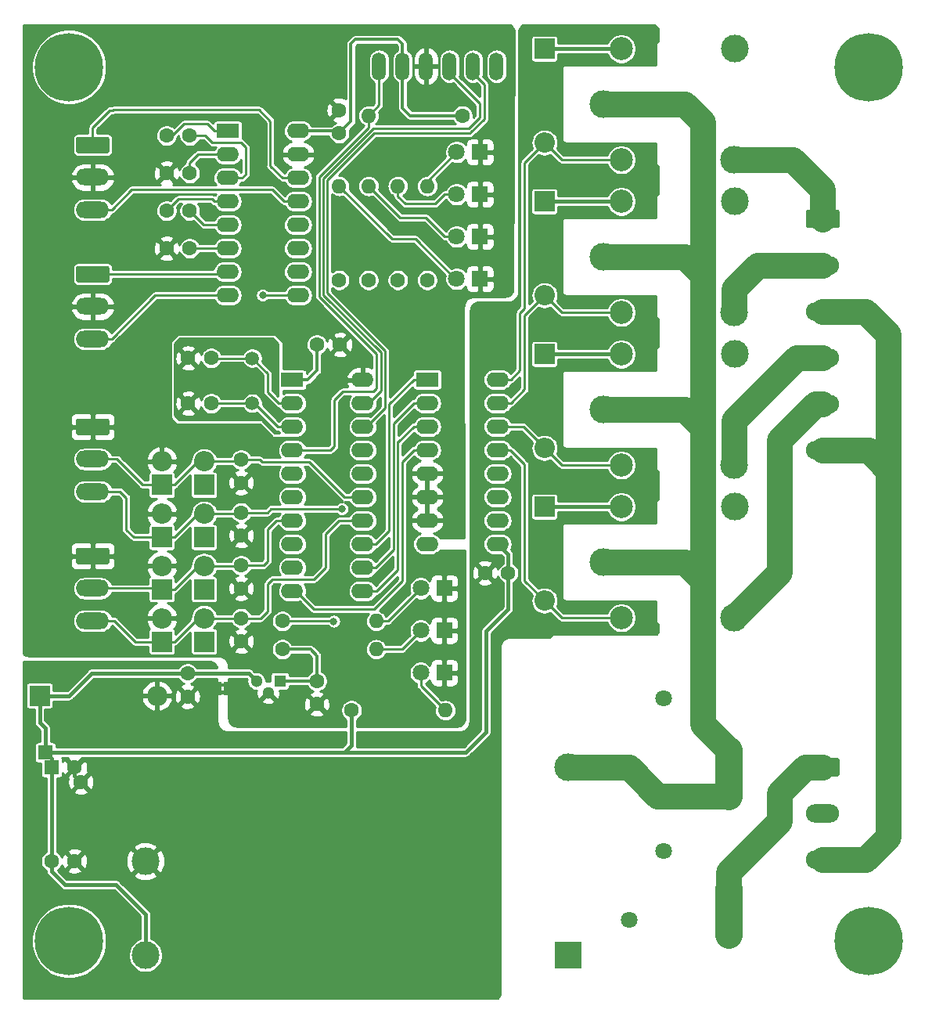
<source format=gbr>
G04 #@! TF.GenerationSoftware,KiCad,Pcbnew,(5.1.4)-1*
G04 #@! TF.CreationDate,2019-09-28T17:23:44-04:00*
G04 #@! TF.ProjectId,projector-screen-controller,70726f6a-6563-4746-9f72-2d7363726565,0.2*
G04 #@! TF.SameCoordinates,Original*
G04 #@! TF.FileFunction,Copper,L1,Top*
G04 #@! TF.FilePolarity,Positive*
%FSLAX46Y46*%
G04 Gerber Fmt 4.6, Leading zero omitted, Abs format (unit mm)*
G04 Created by KiCad (PCBNEW (5.1.4)-1) date 2019-09-28 17:23:44*
%MOMM*%
%LPD*%
G04 APERTURE LIST*
%ADD10C,0.100000*%
%ADD11R,1.800000X1.800000*%
%ADD12C,1.800000*%
%ADD13C,1.600000*%
%ADD14R,2.200000X2.200000*%
%ADD15O,2.200000X2.200000*%
%ADD16C,7.400000*%
%ADD17C,0.800000*%
%ADD18R,1.600000X1.600000*%
%ADD19O,2.400000X1.600000*%
%ADD20R,2.400000X1.600000*%
%ADD21R,1.300000X1.300000*%
%ADD22C,1.300000*%
%ADD23C,1.500000*%
%ADD24C,3.000000*%
%ADD25C,2.500000*%
%ADD26O,1.600000X1.600000*%
%ADD27O,3.600000X2.000000*%
%ADD28C,2.000000*%
%ADD29O,3.600000X1.800000*%
%ADD30C,0.500000*%
%ADD31R,3.000000X3.000000*%
%ADD32C,2.350000*%
%ADD33O,1.510000X3.010000*%
%ADD34C,0.350000*%
%ADD35C,0.250000*%
%ADD36C,0.400000*%
%ADD37C,2.800000*%
%ADD38C,3.000000*%
%ADD39C,0.254000*%
G04 APERTURE END LIST*
D10*
G36*
X96382000Y-116621000D02*
G01*
X96882000Y-116621000D01*
X96882000Y-117021000D01*
X96382000Y-117021000D01*
X96382000Y-116621000D01*
G37*
G36*
X96382000Y-117421000D02*
G01*
X96882000Y-117421000D01*
X96882000Y-117821000D01*
X96382000Y-117821000D01*
X96382000Y-117421000D01*
G37*
D11*
X120586500Y-106362500D03*
D12*
X118046500Y-106362500D03*
D11*
X124460000Y-72898000D03*
D12*
X121920000Y-72898000D03*
D11*
X124460000Y-68326000D03*
D12*
X121920000Y-68326000D03*
D11*
X124460000Y-63754000D03*
D12*
X121920000Y-63754000D03*
D11*
X124460000Y-59182000D03*
D12*
X121920000Y-59182000D03*
D11*
X120586500Y-110934500D03*
D12*
X118046500Y-110934500D03*
D11*
X120586500Y-115506500D03*
D12*
X118046500Y-115506500D03*
D13*
X127508000Y-104698800D03*
X125008000Y-104698800D03*
X78095191Y-135872129D03*
X80595191Y-135872129D03*
X106807000Y-116395500D03*
X106807000Y-118895500D03*
X92811600Y-115570000D03*
X92811600Y-118070000D03*
X90551000Y-65532000D03*
X93051000Y-65532000D03*
X90551000Y-69596000D03*
X93051000Y-69596000D03*
X90551000Y-61468000D03*
X93051000Y-61468000D03*
X90551000Y-57404000D03*
X93051000Y-57404000D03*
X95377000Y-81470500D03*
X92877000Y-81470500D03*
X95377000Y-86360000D03*
X92877000Y-86360000D03*
X109220000Y-57150000D03*
X109220000Y-54650000D03*
X106807000Y-80010000D03*
X109307000Y-80010000D03*
D14*
X90043000Y-106489500D03*
D15*
X90043000Y-103949500D03*
D14*
X94615000Y-106489500D03*
D15*
X94615000Y-103949500D03*
D14*
X90043000Y-112141000D03*
D15*
X90043000Y-109601000D03*
D14*
X94615000Y-112141000D03*
D15*
X94615000Y-109601000D03*
D14*
X90043000Y-95186500D03*
D15*
X90043000Y-92646500D03*
D14*
X94615000Y-95186500D03*
D15*
X94615000Y-92646500D03*
D14*
X90043000Y-100838000D03*
D15*
X90043000Y-98298000D03*
D14*
X94615000Y-100838000D03*
D15*
X94615000Y-98298000D03*
D13*
X98615500Y-103886000D03*
X98615500Y-106386000D03*
X98615500Y-109601000D03*
X98615500Y-112101000D03*
X98615500Y-92456000D03*
X98615500Y-94956000D03*
X98615500Y-98171000D03*
X98615500Y-100671000D03*
D16*
X80000000Y-144500000D03*
D17*
X82775000Y-144500000D03*
X81962221Y-146462221D03*
X80000000Y-147275000D03*
X78037779Y-146462221D03*
X77225000Y-144500000D03*
X78037779Y-142537779D03*
X80000000Y-141725000D03*
X81962221Y-142537779D03*
D16*
X80000000Y-50000000D03*
D17*
X82775000Y-50000000D03*
X81962221Y-51962221D03*
X80000000Y-52775000D03*
X78037779Y-51962221D03*
X77225000Y-50000000D03*
X78037779Y-48037779D03*
X80000000Y-47225000D03*
X81962221Y-48037779D03*
D15*
X131445000Y-91186000D03*
D14*
X131445000Y-81026000D03*
X76809600Y-117983000D03*
D15*
X89509600Y-117983000D03*
D13*
X81275937Y-127330000D03*
D18*
X77434063Y-124130000D03*
D13*
X80605000Y-125730000D03*
D18*
X78105000Y-125730000D03*
D19*
X126365000Y-83794600D03*
X118745000Y-101574600D03*
X126365000Y-86334600D03*
X118745000Y-99034600D03*
X126365000Y-88874600D03*
X118745000Y-96494600D03*
X126365000Y-91414600D03*
X118745000Y-93954600D03*
X126365000Y-93954600D03*
X118745000Y-91414600D03*
X126365000Y-96494600D03*
X118745000Y-88874600D03*
X126365000Y-99034600D03*
X118745000Y-86334600D03*
X126365000Y-101574600D03*
D20*
X118745000Y-83794600D03*
D21*
X102806500Y-116395500D03*
D22*
X100266500Y-116395500D03*
X101526500Y-117665500D03*
D23*
X99822000Y-81480000D03*
X99822000Y-86360000D03*
D24*
X137795000Y-103505000D03*
D25*
X139745000Y-97555000D03*
D24*
X151995000Y-97505000D03*
X151945000Y-109555000D03*
D25*
X139745000Y-109555000D03*
D24*
X137795000Y-86995000D03*
D25*
X139745000Y-81045000D03*
D24*
X151995000Y-80995000D03*
X151945000Y-93045000D03*
D25*
X139745000Y-93045000D03*
D24*
X137795000Y-70485000D03*
D25*
X139745000Y-64535000D03*
D24*
X151995000Y-64485000D03*
X151945000Y-76535000D03*
D25*
X139745000Y-76535000D03*
D24*
X137795000Y-53975000D03*
D25*
X139745000Y-48025000D03*
D24*
X151995000Y-47975000D03*
X151945000Y-60025000D03*
D25*
X139745000Y-60025000D03*
D15*
X131445000Y-107696000D03*
D14*
X131445000Y-97536000D03*
D15*
X131445000Y-74676000D03*
D14*
X131445000Y-64516000D03*
D15*
X131445000Y-58166000D03*
D14*
X131445000Y-48006000D03*
D26*
X113220500Y-109918500D03*
D13*
X103060500Y-109918500D03*
D26*
X109220000Y-62865000D03*
D13*
X109220000Y-73025000D03*
D26*
X112395000Y-62865000D03*
D13*
X112395000Y-73025000D03*
D26*
X115570000Y-62865000D03*
D13*
X115570000Y-73025000D03*
D26*
X113220500Y-112966500D03*
D13*
X103060500Y-112966500D03*
D26*
X120713500Y-119570500D03*
D13*
X110553500Y-119570500D03*
D26*
X112395000Y-55245000D03*
D13*
X122555000Y-55245000D03*
D26*
X118745000Y-62865000D03*
D13*
X118745000Y-73025000D03*
D19*
X104775000Y-56896000D03*
X97155000Y-74676000D03*
X104775000Y-59436000D03*
X97155000Y-72136000D03*
X104775000Y-61976000D03*
X97155000Y-69596000D03*
X104775000Y-64516000D03*
X97155000Y-67056000D03*
X104775000Y-67056000D03*
X97155000Y-64516000D03*
X104775000Y-69596000D03*
X97155000Y-61976000D03*
X104775000Y-72136000D03*
X97155000Y-59436000D03*
X104775000Y-74676000D03*
D20*
X97155000Y-56896000D03*
D19*
X111760000Y-83820000D03*
X104140000Y-106680000D03*
X111760000Y-86360000D03*
X104140000Y-104140000D03*
X111760000Y-88900000D03*
X104140000Y-101600000D03*
X111760000Y-91440000D03*
X104140000Y-99060000D03*
X111760000Y-93980000D03*
X104140000Y-96520000D03*
X111760000Y-96520000D03*
X104140000Y-93980000D03*
X111760000Y-99060000D03*
X104140000Y-91440000D03*
X111760000Y-101600000D03*
X104140000Y-88900000D03*
X111760000Y-104140000D03*
X104140000Y-86360000D03*
X111760000Y-106680000D03*
D20*
X104140000Y-83820000D03*
D27*
X161544000Y-91421000D03*
X161544000Y-86421000D03*
X161544000Y-81421000D03*
X161544000Y-76421000D03*
X161544000Y-71421000D03*
D10*
G36*
X163118504Y-65422204D02*
G01*
X163142773Y-65425804D01*
X163166571Y-65431765D01*
X163189671Y-65440030D01*
X163211849Y-65450520D01*
X163232893Y-65463133D01*
X163252598Y-65477747D01*
X163270777Y-65494223D01*
X163287253Y-65512402D01*
X163301867Y-65532107D01*
X163314480Y-65553151D01*
X163324970Y-65575329D01*
X163333235Y-65598429D01*
X163339196Y-65622227D01*
X163342796Y-65646496D01*
X163344000Y-65671000D01*
X163344000Y-67171000D01*
X163342796Y-67195504D01*
X163339196Y-67219773D01*
X163333235Y-67243571D01*
X163324970Y-67266671D01*
X163314480Y-67288849D01*
X163301867Y-67309893D01*
X163287253Y-67329598D01*
X163270777Y-67347777D01*
X163252598Y-67364253D01*
X163232893Y-67378867D01*
X163211849Y-67391480D01*
X163189671Y-67401970D01*
X163166571Y-67410235D01*
X163142773Y-67416196D01*
X163118504Y-67419796D01*
X163094000Y-67421000D01*
X159994000Y-67421000D01*
X159969496Y-67419796D01*
X159945227Y-67416196D01*
X159921429Y-67410235D01*
X159898329Y-67401970D01*
X159876151Y-67391480D01*
X159855107Y-67378867D01*
X159835402Y-67364253D01*
X159817223Y-67347777D01*
X159800747Y-67329598D01*
X159786133Y-67309893D01*
X159773520Y-67288849D01*
X159763030Y-67266671D01*
X159754765Y-67243571D01*
X159748804Y-67219773D01*
X159745204Y-67195504D01*
X159744000Y-67171000D01*
X159744000Y-65671000D01*
X159745204Y-65646496D01*
X159748804Y-65622227D01*
X159754765Y-65598429D01*
X159763030Y-65575329D01*
X159773520Y-65553151D01*
X159786133Y-65532107D01*
X159800747Y-65512402D01*
X159817223Y-65494223D01*
X159835402Y-65477747D01*
X159855107Y-65463133D01*
X159876151Y-65450520D01*
X159898329Y-65440030D01*
X159921429Y-65431765D01*
X159945227Y-65425804D01*
X159969496Y-65422204D01*
X159994000Y-65421000D01*
X163094000Y-65421000D01*
X163118504Y-65422204D01*
X163118504Y-65422204D01*
G37*
D28*
X161544000Y-66421000D03*
D29*
X82550000Y-109870000D03*
X82550000Y-106370000D03*
D10*
G36*
X84124504Y-101971204D02*
G01*
X84148773Y-101974804D01*
X84172571Y-101980765D01*
X84195671Y-101989030D01*
X84217849Y-101999520D01*
X84238893Y-102012133D01*
X84258598Y-102026747D01*
X84276777Y-102043223D01*
X84293253Y-102061402D01*
X84307867Y-102081107D01*
X84320480Y-102102151D01*
X84330970Y-102124329D01*
X84339235Y-102147429D01*
X84345196Y-102171227D01*
X84348796Y-102195496D01*
X84350000Y-102220000D01*
X84350000Y-103520000D01*
X84348796Y-103544504D01*
X84345196Y-103568773D01*
X84339235Y-103592571D01*
X84330970Y-103615671D01*
X84320480Y-103637849D01*
X84307867Y-103658893D01*
X84293253Y-103678598D01*
X84276777Y-103696777D01*
X84258598Y-103713253D01*
X84238893Y-103727867D01*
X84217849Y-103740480D01*
X84195671Y-103750970D01*
X84172571Y-103759235D01*
X84148773Y-103765196D01*
X84124504Y-103768796D01*
X84100000Y-103770000D01*
X81000000Y-103770000D01*
X80975496Y-103768796D01*
X80951227Y-103765196D01*
X80927429Y-103759235D01*
X80904329Y-103750970D01*
X80882151Y-103740480D01*
X80861107Y-103727867D01*
X80841402Y-103713253D01*
X80823223Y-103696777D01*
X80806747Y-103678598D01*
X80792133Y-103658893D01*
X80779520Y-103637849D01*
X80769030Y-103615671D01*
X80760765Y-103592571D01*
X80754804Y-103568773D01*
X80751204Y-103544504D01*
X80750000Y-103520000D01*
X80750000Y-102220000D01*
X80751204Y-102195496D01*
X80754804Y-102171227D01*
X80760765Y-102147429D01*
X80769030Y-102124329D01*
X80779520Y-102102151D01*
X80792133Y-102081107D01*
X80806747Y-102061402D01*
X80823223Y-102043223D01*
X80841402Y-102026747D01*
X80861107Y-102012133D01*
X80882151Y-101999520D01*
X80904329Y-101989030D01*
X80927429Y-101980765D01*
X80951227Y-101974804D01*
X80975496Y-101971204D01*
X81000000Y-101970000D01*
X84100000Y-101970000D01*
X84124504Y-101971204D01*
X84124504Y-101971204D01*
G37*
D12*
X82550000Y-102870000D03*
D29*
X82550000Y-95900000D03*
X82550000Y-92400000D03*
D10*
G36*
X84124504Y-88001204D02*
G01*
X84148773Y-88004804D01*
X84172571Y-88010765D01*
X84195671Y-88019030D01*
X84217849Y-88029520D01*
X84238893Y-88042133D01*
X84258598Y-88056747D01*
X84276777Y-88073223D01*
X84293253Y-88091402D01*
X84307867Y-88111107D01*
X84320480Y-88132151D01*
X84330970Y-88154329D01*
X84339235Y-88177429D01*
X84345196Y-88201227D01*
X84348796Y-88225496D01*
X84350000Y-88250000D01*
X84350000Y-89550000D01*
X84348796Y-89574504D01*
X84345196Y-89598773D01*
X84339235Y-89622571D01*
X84330970Y-89645671D01*
X84320480Y-89667849D01*
X84307867Y-89688893D01*
X84293253Y-89708598D01*
X84276777Y-89726777D01*
X84258598Y-89743253D01*
X84238893Y-89757867D01*
X84217849Y-89770480D01*
X84195671Y-89780970D01*
X84172571Y-89789235D01*
X84148773Y-89795196D01*
X84124504Y-89798796D01*
X84100000Y-89800000D01*
X81000000Y-89800000D01*
X80975496Y-89798796D01*
X80951227Y-89795196D01*
X80927429Y-89789235D01*
X80904329Y-89780970D01*
X80882151Y-89770480D01*
X80861107Y-89757867D01*
X80841402Y-89743253D01*
X80823223Y-89726777D01*
X80806747Y-89708598D01*
X80792133Y-89688893D01*
X80779520Y-89667849D01*
X80769030Y-89645671D01*
X80760765Y-89622571D01*
X80754804Y-89598773D01*
X80751204Y-89574504D01*
X80750000Y-89550000D01*
X80750000Y-88250000D01*
X80751204Y-88225496D01*
X80754804Y-88201227D01*
X80760765Y-88177429D01*
X80769030Y-88154329D01*
X80779520Y-88132151D01*
X80792133Y-88111107D01*
X80806747Y-88091402D01*
X80823223Y-88073223D01*
X80841402Y-88056747D01*
X80861107Y-88042133D01*
X80882151Y-88029520D01*
X80904329Y-88019030D01*
X80927429Y-88010765D01*
X80951227Y-88004804D01*
X80975496Y-88001204D01*
X81000000Y-88000000D01*
X84100000Y-88000000D01*
X84124504Y-88001204D01*
X84124504Y-88001204D01*
G37*
D12*
X82550000Y-88900000D03*
D29*
X82550000Y-79390000D03*
X82550000Y-75890000D03*
D10*
G36*
X84124504Y-71491204D02*
G01*
X84148773Y-71494804D01*
X84172571Y-71500765D01*
X84195671Y-71509030D01*
X84217849Y-71519520D01*
X84238893Y-71532133D01*
X84258598Y-71546747D01*
X84276777Y-71563223D01*
X84293253Y-71581402D01*
X84307867Y-71601107D01*
X84320480Y-71622151D01*
X84330970Y-71644329D01*
X84339235Y-71667429D01*
X84345196Y-71691227D01*
X84348796Y-71715496D01*
X84350000Y-71740000D01*
X84350000Y-73040000D01*
X84348796Y-73064504D01*
X84345196Y-73088773D01*
X84339235Y-73112571D01*
X84330970Y-73135671D01*
X84320480Y-73157849D01*
X84307867Y-73178893D01*
X84293253Y-73198598D01*
X84276777Y-73216777D01*
X84258598Y-73233253D01*
X84238893Y-73247867D01*
X84217849Y-73260480D01*
X84195671Y-73270970D01*
X84172571Y-73279235D01*
X84148773Y-73285196D01*
X84124504Y-73288796D01*
X84100000Y-73290000D01*
X81000000Y-73290000D01*
X80975496Y-73288796D01*
X80951227Y-73285196D01*
X80927429Y-73279235D01*
X80904329Y-73270970D01*
X80882151Y-73260480D01*
X80861107Y-73247867D01*
X80841402Y-73233253D01*
X80823223Y-73216777D01*
X80806747Y-73198598D01*
X80792133Y-73178893D01*
X80779520Y-73157849D01*
X80769030Y-73135671D01*
X80760765Y-73112571D01*
X80754804Y-73088773D01*
X80751204Y-73064504D01*
X80750000Y-73040000D01*
X80750000Y-71740000D01*
X80751204Y-71715496D01*
X80754804Y-71691227D01*
X80760765Y-71667429D01*
X80769030Y-71644329D01*
X80779520Y-71622151D01*
X80792133Y-71601107D01*
X80806747Y-71581402D01*
X80823223Y-71563223D01*
X80841402Y-71546747D01*
X80861107Y-71532133D01*
X80882151Y-71519520D01*
X80904329Y-71509030D01*
X80927429Y-71500765D01*
X80951227Y-71494804D01*
X80975496Y-71491204D01*
X81000000Y-71490000D01*
X84100000Y-71490000D01*
X84124504Y-71491204D01*
X84124504Y-71491204D01*
G37*
D12*
X82550000Y-72390000D03*
D29*
X82550000Y-65420000D03*
X82550000Y-61920000D03*
D10*
G36*
X84124504Y-57521204D02*
G01*
X84148773Y-57524804D01*
X84172571Y-57530765D01*
X84195671Y-57539030D01*
X84217849Y-57549520D01*
X84238893Y-57562133D01*
X84258598Y-57576747D01*
X84276777Y-57593223D01*
X84293253Y-57611402D01*
X84307867Y-57631107D01*
X84320480Y-57652151D01*
X84330970Y-57674329D01*
X84339235Y-57697429D01*
X84345196Y-57721227D01*
X84348796Y-57745496D01*
X84350000Y-57770000D01*
X84350000Y-59070000D01*
X84348796Y-59094504D01*
X84345196Y-59118773D01*
X84339235Y-59142571D01*
X84330970Y-59165671D01*
X84320480Y-59187849D01*
X84307867Y-59208893D01*
X84293253Y-59228598D01*
X84276777Y-59246777D01*
X84258598Y-59263253D01*
X84238893Y-59277867D01*
X84217849Y-59290480D01*
X84195671Y-59300970D01*
X84172571Y-59309235D01*
X84148773Y-59315196D01*
X84124504Y-59318796D01*
X84100000Y-59320000D01*
X81000000Y-59320000D01*
X80975496Y-59318796D01*
X80951227Y-59315196D01*
X80927429Y-59309235D01*
X80904329Y-59300970D01*
X80882151Y-59290480D01*
X80861107Y-59277867D01*
X80841402Y-59263253D01*
X80823223Y-59246777D01*
X80806747Y-59228598D01*
X80792133Y-59208893D01*
X80779520Y-59187849D01*
X80769030Y-59165671D01*
X80760765Y-59142571D01*
X80754804Y-59118773D01*
X80751204Y-59094504D01*
X80750000Y-59070000D01*
X80750000Y-57770000D01*
X80751204Y-57745496D01*
X80754804Y-57721227D01*
X80760765Y-57697429D01*
X80769030Y-57674329D01*
X80779520Y-57652151D01*
X80792133Y-57631107D01*
X80806747Y-57611402D01*
X80823223Y-57593223D01*
X80841402Y-57576747D01*
X80861107Y-57562133D01*
X80882151Y-57549520D01*
X80904329Y-57539030D01*
X80927429Y-57530765D01*
X80951227Y-57524804D01*
X80975496Y-57521204D01*
X81000000Y-57520000D01*
X84100000Y-57520000D01*
X84124504Y-57521204D01*
X84124504Y-57521204D01*
G37*
D12*
X82550000Y-58420000D03*
D27*
X161544000Y-135730000D03*
X161544000Y-130730000D03*
D10*
G36*
X163118504Y-124731204D02*
G01*
X163142773Y-124734804D01*
X163166571Y-124740765D01*
X163189671Y-124749030D01*
X163211849Y-124759520D01*
X163232893Y-124772133D01*
X163252598Y-124786747D01*
X163270777Y-124803223D01*
X163287253Y-124821402D01*
X163301867Y-124841107D01*
X163314480Y-124862151D01*
X163324970Y-124884329D01*
X163333235Y-124907429D01*
X163339196Y-124931227D01*
X163342796Y-124955496D01*
X163344000Y-124980000D01*
X163344000Y-126480000D01*
X163342796Y-126504504D01*
X163339196Y-126528773D01*
X163333235Y-126552571D01*
X163324970Y-126575671D01*
X163314480Y-126597849D01*
X163301867Y-126618893D01*
X163287253Y-126638598D01*
X163270777Y-126656777D01*
X163252598Y-126673253D01*
X163232893Y-126687867D01*
X163211849Y-126700480D01*
X163189671Y-126710970D01*
X163166571Y-126719235D01*
X163142773Y-126725196D01*
X163118504Y-126728796D01*
X163094000Y-126730000D01*
X159994000Y-126730000D01*
X159969496Y-126728796D01*
X159945227Y-126725196D01*
X159921429Y-126719235D01*
X159898329Y-126710970D01*
X159876151Y-126700480D01*
X159855107Y-126687867D01*
X159835402Y-126673253D01*
X159817223Y-126656777D01*
X159800747Y-126638598D01*
X159786133Y-126618893D01*
X159773520Y-126597849D01*
X159763030Y-126575671D01*
X159754765Y-126552571D01*
X159748804Y-126528773D01*
X159745204Y-126504504D01*
X159744000Y-126480000D01*
X159744000Y-124980000D01*
X159745204Y-124955496D01*
X159748804Y-124931227D01*
X159754765Y-124907429D01*
X159763030Y-124884329D01*
X159773520Y-124862151D01*
X159786133Y-124841107D01*
X159800747Y-124821402D01*
X159817223Y-124803223D01*
X159835402Y-124786747D01*
X159855107Y-124772133D01*
X159876151Y-124759520D01*
X159898329Y-124749030D01*
X159921429Y-124740765D01*
X159945227Y-124734804D01*
X159969496Y-124731204D01*
X159994000Y-124730000D01*
X163094000Y-124730000D01*
X163118504Y-124731204D01*
X163118504Y-124731204D01*
G37*
D28*
X161544000Y-125730000D03*
D30*
X95982000Y-117221000D03*
D10*
G36*
X96482000Y-117971000D02*
G01*
X95982000Y-117971000D01*
X95982000Y-117970398D01*
X95957466Y-117970398D01*
X95908635Y-117965588D01*
X95860510Y-117956016D01*
X95813555Y-117941772D01*
X95768222Y-117922995D01*
X95724949Y-117899864D01*
X95684150Y-117872604D01*
X95646221Y-117841476D01*
X95611524Y-117806779D01*
X95580396Y-117768850D01*
X95553136Y-117728051D01*
X95530005Y-117684778D01*
X95511228Y-117639445D01*
X95496984Y-117592490D01*
X95487412Y-117544365D01*
X95482602Y-117495534D01*
X95482602Y-117471000D01*
X95482000Y-117471000D01*
X95482000Y-116971000D01*
X95482602Y-116971000D01*
X95482602Y-116946466D01*
X95487412Y-116897635D01*
X95496984Y-116849510D01*
X95511228Y-116802555D01*
X95530005Y-116757222D01*
X95553136Y-116713949D01*
X95580396Y-116673150D01*
X95611524Y-116635221D01*
X95646221Y-116600524D01*
X95684150Y-116569396D01*
X95724949Y-116542136D01*
X95768222Y-116519005D01*
X95813555Y-116500228D01*
X95860510Y-116485984D01*
X95908635Y-116476412D01*
X95957466Y-116471602D01*
X95982000Y-116471602D01*
X95982000Y-116471000D01*
X96482000Y-116471000D01*
X96482000Y-117971000D01*
X96482000Y-117971000D01*
G37*
D30*
X97282000Y-117221000D03*
D10*
G36*
X97282000Y-116471602D02*
G01*
X97306534Y-116471602D01*
X97355365Y-116476412D01*
X97403490Y-116485984D01*
X97450445Y-116500228D01*
X97495778Y-116519005D01*
X97539051Y-116542136D01*
X97579850Y-116569396D01*
X97617779Y-116600524D01*
X97652476Y-116635221D01*
X97683604Y-116673150D01*
X97710864Y-116713949D01*
X97733995Y-116757222D01*
X97752772Y-116802555D01*
X97767016Y-116849510D01*
X97776588Y-116897635D01*
X97781398Y-116946466D01*
X97781398Y-116971000D01*
X97782000Y-116971000D01*
X97782000Y-117471000D01*
X97781398Y-117471000D01*
X97781398Y-117495534D01*
X97776588Y-117544365D01*
X97767016Y-117592490D01*
X97752772Y-117639445D01*
X97733995Y-117684778D01*
X97710864Y-117728051D01*
X97683604Y-117768850D01*
X97652476Y-117806779D01*
X97617779Y-117841476D01*
X97579850Y-117872604D01*
X97539051Y-117899864D01*
X97495778Y-117922995D01*
X97450445Y-117941772D01*
X97403490Y-117956016D01*
X97355365Y-117965588D01*
X97306534Y-117970398D01*
X97282000Y-117970398D01*
X97282000Y-117971000D01*
X96782000Y-117971000D01*
X96782000Y-116471000D01*
X97282000Y-116471000D01*
X97282000Y-116471602D01*
X97282000Y-116471602D01*
G37*
D24*
X88265000Y-135890000D03*
X133985000Y-125730000D03*
X88265000Y-146050000D03*
D31*
X133985000Y-146050000D03*
D16*
X166500000Y-144500000D03*
D17*
X169275000Y-144500000D03*
X168462221Y-146462221D03*
X166500000Y-147275000D03*
X164537779Y-146462221D03*
X163725000Y-144500000D03*
X164537779Y-142537779D03*
X166500000Y-141725000D03*
X168462221Y-142537779D03*
D16*
X166500000Y-50000000D03*
D17*
X169275000Y-50000000D03*
X168462221Y-51962221D03*
X166500000Y-52775000D03*
X164537779Y-51962221D03*
X163725000Y-50000000D03*
X164537779Y-48037779D03*
X166500000Y-47225000D03*
X168462221Y-48037779D03*
D32*
X151384000Y-138825000D03*
X151384000Y-143825000D03*
X151384000Y-128825000D03*
X151384000Y-123825000D03*
D12*
X140589000Y-142240000D03*
X144289000Y-134740000D03*
X140589000Y-125730000D03*
X144289000Y-118230000D03*
D33*
X113538000Y-49911000D03*
X116078000Y-49911000D03*
X118618000Y-49911000D03*
X121158000Y-49911000D03*
X123698000Y-49911000D03*
X126238000Y-49911000D03*
D17*
X97409000Y-117221000D03*
X122301000Y-78740000D03*
X126873000Y-46609000D03*
X78232000Y-113350000D03*
X85217000Y-46609000D03*
X106299000Y-46482000D03*
X102489000Y-87630000D03*
X107924600Y-87579200D03*
X100938490Y-74676000D03*
X109499400Y-97764600D03*
X108635800Y-109931196D03*
X95885000Y-117221000D03*
X129286000Y-46609000D03*
X126111000Y-116586000D03*
X124079000Y-116586000D03*
X102108000Y-122936000D03*
X102108000Y-125222000D03*
X118872000Y-122936000D03*
X118872000Y-125222000D03*
X123952000Y-78740000D03*
X82550000Y-122936000D03*
X78232000Y-114600000D03*
X76073000Y-135890000D03*
X118872000Y-149733000D03*
X102108000Y-149733000D03*
X85725000Y-149733000D03*
X124104400Y-101600000D03*
X142621000Y-46609000D03*
X142621000Y-62230000D03*
X142621000Y-78740000D03*
X142621000Y-95250000D03*
X142621000Y-110490000D03*
X118872000Y-135890000D03*
X102108000Y-135890000D03*
D34*
X108966000Y-56896000D02*
X109220000Y-57150000D01*
X104775000Y-56896000D02*
X108966000Y-56896000D01*
X105791000Y-83820000D02*
X104140000Y-83820000D01*
X106807000Y-80010000D02*
X106807000Y-82804000D01*
X106807000Y-82804000D02*
X105791000Y-83820000D01*
X110490000Y-55880000D02*
X110490000Y-47498000D01*
X109220000Y-57150000D02*
X110490000Y-55880000D01*
X110490000Y-47498000D02*
X110998000Y-46990000D01*
X110998000Y-46990000D02*
X115570000Y-46990000D01*
X115570000Y-46990000D02*
X116078000Y-47498000D01*
X116078000Y-47498000D02*
X116078000Y-49911000D01*
X116916200Y-55245000D02*
X122555000Y-55245000D01*
X116078000Y-49911000D02*
X116078000Y-54406800D01*
X116078000Y-54406800D02*
X116916200Y-55245000D01*
X102806500Y-116395500D02*
X106807000Y-116395500D01*
X103060500Y-112966500D02*
X106108500Y-112966500D01*
X106807000Y-113665000D02*
X106807000Y-116395500D01*
X106108500Y-112966500D02*
X106807000Y-113665000D01*
D35*
X99822000Y-86360000D02*
X95377000Y-86360000D01*
X100025200Y-86360000D02*
X99822000Y-86360000D01*
X104140000Y-88900000D02*
X102565200Y-88900000D01*
X102565200Y-88900000D02*
X100025200Y-86360000D01*
X102690000Y-86360000D02*
X101473000Y-85143000D01*
X104140000Y-86360000D02*
X102690000Y-86360000D01*
X101473000Y-83131000D02*
X99822000Y-81480000D01*
X101473000Y-85143000D02*
X101473000Y-83131000D01*
X95386500Y-81480000D02*
X95377000Y-81470500D01*
X99822000Y-81480000D02*
X95386500Y-81480000D01*
X95705000Y-56896000D02*
X97155000Y-56896000D01*
X94943000Y-56134000D02*
X95705000Y-56896000D01*
X92428999Y-56134000D02*
X94943000Y-56134000D01*
X90551000Y-57404000D02*
X91158999Y-57404000D01*
X91158999Y-57404000D02*
X92428999Y-56134000D01*
X98729800Y-61976000D02*
X97155000Y-61976000D01*
X94742000Y-57404000D02*
X95504000Y-58166000D01*
X93051000Y-57404000D02*
X94742000Y-57404000D01*
X95504000Y-58166000D02*
X98602800Y-58166000D01*
X98602800Y-58166000D02*
X99110800Y-58674000D01*
X99110800Y-58674000D02*
X99110800Y-61595000D01*
X99110800Y-61595000D02*
X98729800Y-61976000D01*
X93951630Y-59436000D02*
X97155000Y-59436000D01*
X93051000Y-60336630D02*
X93951630Y-59436000D01*
X93051000Y-61468000D02*
X93051000Y-60336630D01*
X93051000Y-69596000D02*
X97155000Y-69596000D01*
X95705000Y-64516000D02*
X97155000Y-64516000D01*
X95451000Y-64262000D02*
X95705000Y-64516000D01*
X90551000Y-65532000D02*
X91821000Y-64262000D01*
X91821000Y-64262000D02*
X95451000Y-64262000D01*
X94575000Y-67056000D02*
X97155000Y-67056000D01*
X93051000Y-65532000D02*
X94575000Y-67056000D01*
X117295000Y-91414600D02*
X116020010Y-92689590D01*
X104540000Y-106680000D02*
X106445000Y-108585000D01*
X116020010Y-92689590D02*
X116020010Y-105594990D01*
X113030000Y-108585000D02*
X116020010Y-105594990D01*
X106445000Y-108585000D02*
X113030000Y-108585000D01*
X104140000Y-106680000D02*
X104540000Y-106680000D01*
X118745000Y-91414600D02*
X117295000Y-91414600D01*
X113182400Y-101600000D02*
X111760000Y-101600000D01*
X114635039Y-100147361D02*
X113182400Y-101600000D01*
X114635039Y-86454561D02*
X114635039Y-100147361D01*
X118745000Y-83794600D02*
X117295000Y-83794600D01*
X117295000Y-83794600D02*
X114635039Y-86454561D01*
X113157000Y-104140000D02*
X111760000Y-104140000D01*
X115119989Y-102177011D02*
X113157000Y-104140000D01*
X115119989Y-88509611D02*
X115119989Y-102177011D01*
X118745000Y-86334600D02*
X117295000Y-86334600D01*
X117295000Y-86334600D02*
X115119989Y-88509611D01*
X113258600Y-106680000D02*
X111760000Y-106680000D01*
X115570000Y-104368600D02*
X113258600Y-106680000D01*
X115570000Y-90525600D02*
X115570000Y-104368600D01*
X115644000Y-90525600D02*
X115570000Y-90525600D01*
X118745000Y-88874600D02*
X117295000Y-88874600D01*
X117295000Y-88874600D02*
X115644000Y-90525600D01*
X103251000Y-64516000D02*
X104775000Y-64516000D01*
X101981000Y-63246000D02*
X103251000Y-64516000D01*
X86774000Y-63246000D02*
X101981000Y-63246000D01*
X82550000Y-65420000D02*
X84600000Y-65420000D01*
X84600000Y-65420000D02*
X86774000Y-63246000D01*
X103098600Y-61976000D02*
X104775000Y-61976000D01*
X82550000Y-56515000D02*
X84383990Y-54681010D01*
X101777800Y-60655200D02*
X103098600Y-61976000D01*
X82550000Y-58420000D02*
X82550000Y-56515000D01*
X84383990Y-54681010D02*
X84716626Y-54681010D01*
X84716626Y-54681010D02*
X84787636Y-54610000D01*
X84787636Y-54610000D02*
X100558600Y-54610000D01*
X101777800Y-55829200D02*
X101777800Y-60655200D01*
X100558600Y-54610000D02*
X101777800Y-55829200D01*
X96901000Y-72390000D02*
X97155000Y-72136000D01*
X82550000Y-72390000D02*
X96901000Y-72390000D01*
X89314000Y-74676000D02*
X97155000Y-74676000D01*
X82550000Y-79390000D02*
X84600000Y-79390000D01*
X84600000Y-79390000D02*
X89314000Y-74676000D01*
D36*
X88265000Y-141605000D02*
X88265000Y-146050000D01*
X85090000Y-138430000D02*
X88265000Y-141605000D01*
X79521692Y-138430000D02*
X85090000Y-138430000D01*
X78095191Y-135872129D02*
X78095191Y-137003499D01*
X78095191Y-137003499D02*
X79521692Y-138430000D01*
D34*
X76835000Y-123530937D02*
X77434063Y-124130000D01*
X78105000Y-135862320D02*
X78095191Y-135872129D01*
D36*
X78105000Y-125730000D02*
X78105000Y-135862320D01*
X77434063Y-124130000D02*
X77485063Y-124079000D01*
X78105000Y-124800937D02*
X77434063Y-124130000D01*
X78105000Y-125730000D02*
X78105000Y-124800937D01*
X76835000Y-117551200D02*
X77573800Y-117551200D01*
X139726000Y-48006000D02*
X139745000Y-48025000D01*
X131445000Y-48006000D02*
X139726000Y-48006000D01*
X139726000Y-64516000D02*
X139745000Y-64535000D01*
X131445000Y-64516000D02*
X139726000Y-64516000D01*
X139726000Y-81026000D02*
X139745000Y-81045000D01*
X131445000Y-81026000D02*
X139726000Y-81026000D01*
X139726000Y-97536000D02*
X139745000Y-97555000D01*
X131445000Y-97536000D02*
X139726000Y-97536000D01*
X82423000Y-115570000D02*
X92811600Y-115570000D01*
X80010000Y-117983000D02*
X76809600Y-117983000D01*
X82423000Y-115570000D02*
X80010000Y-117983000D01*
X76809600Y-117983000D02*
X76809600Y-120878600D01*
X77434063Y-121503063D02*
X77434063Y-124130000D01*
X76809600Y-120878600D02*
X77434063Y-121503063D01*
X99441000Y-115570000D02*
X100266500Y-116395500D01*
X92811600Y-115570000D02*
X99441000Y-115570000D01*
X77485063Y-124079000D02*
X106934000Y-124079000D01*
X109791500Y-124079000D02*
X106934000Y-124079000D01*
X110553500Y-119570500D02*
X110553500Y-123317000D01*
X110553500Y-123317000D02*
X109791500Y-124079000D01*
X127508000Y-102717600D02*
X126365000Y-101574600D01*
X127508000Y-108585000D02*
X127508000Y-102717600D01*
X125095000Y-110998000D02*
X127508000Y-108585000D01*
X125095000Y-121920000D02*
X125095000Y-110998000D01*
X106934000Y-124079000D02*
X122936000Y-124079000D01*
X122936000Y-124079000D02*
X125095000Y-121920000D01*
D37*
X146578019Y-103505000D02*
X148594999Y-105521980D01*
X137795000Y-103505000D02*
X146578019Y-103505000D01*
X146578019Y-86995000D02*
X148594999Y-89011980D01*
X137795000Y-86995000D02*
X146578019Y-86995000D01*
X148594999Y-105521980D02*
X148594999Y-108589999D01*
X146578019Y-70485000D02*
X148594999Y-72501980D01*
X137795000Y-70485000D02*
X146578019Y-70485000D01*
X148594999Y-89011980D02*
X148594999Y-93721001D01*
X148594999Y-93721001D02*
X148594999Y-108589999D01*
X148594999Y-55991980D02*
X148594999Y-76585999D01*
X146578019Y-53975000D02*
X148594999Y-55991980D01*
X137795000Y-53975000D02*
X146578019Y-53975000D01*
X148594999Y-72501980D02*
X148594999Y-76585999D01*
X148594999Y-76585999D02*
X148594999Y-93721001D01*
X148594999Y-121035999D02*
X151384000Y-123825000D01*
X148594999Y-108589999D02*
X148594999Y-121035999D01*
D38*
X151384000Y-123825000D02*
X151384000Y-128825000D01*
D37*
X140589000Y-125730000D02*
X133985000Y-125730000D01*
X143684000Y-128825000D02*
X140589000Y-125730000D01*
X151384000Y-128825000D02*
X143684000Y-128825000D01*
X168656000Y-78933000D02*
X168656000Y-105664000D01*
X166144000Y-76421000D02*
X168656000Y-78933000D01*
X161544000Y-76421000D02*
X166144000Y-76421000D01*
X168656000Y-105664000D02*
X168656000Y-133218000D01*
X168656000Y-93599000D02*
X168656000Y-105664000D01*
X161544000Y-91421000D02*
X166478000Y-91421000D01*
X166478000Y-91421000D02*
X168656000Y-93599000D01*
X166144000Y-135730000D02*
X168656000Y-133218000D01*
X161544000Y-135730000D02*
X166144000Y-135730000D01*
X158323000Y-60025000D02*
X161544000Y-63246000D01*
X151945000Y-60025000D02*
X158323000Y-60025000D01*
X161544000Y-63246000D02*
X161544000Y-66421000D01*
X154512000Y-71421000D02*
X161544000Y-71421000D01*
X151945000Y-76535000D02*
X151945000Y-73988000D01*
X151945000Y-73988000D02*
X154512000Y-71421000D01*
X151945000Y-88212000D02*
X151945000Y-93045000D01*
X161544000Y-81421000D02*
X158736000Y-81421000D01*
X158736000Y-81421000D02*
X151945000Y-88212000D01*
X160744000Y-86421000D02*
X156845000Y-90320000D01*
X161544000Y-86421000D02*
X160744000Y-86421000D01*
X156845000Y-90320000D02*
X156845000Y-104655000D01*
X156845000Y-104655000D02*
X151945000Y-109555000D01*
D35*
X139410000Y-59690000D02*
X139745000Y-60025000D01*
X133304000Y-60025000D02*
X131445000Y-58166000D01*
X139745000Y-60025000D02*
X133304000Y-60025000D01*
X129286000Y-60325000D02*
X131445000Y-58166000D01*
X126365000Y-83794600D02*
X127815000Y-83794600D01*
X128778000Y-82831600D02*
X128778000Y-76581000D01*
X128778000Y-76581000D02*
X129286000Y-76073000D01*
X127815000Y-83794600D02*
X128778000Y-82831600D01*
X129286000Y-76073000D02*
X129286000Y-60325000D01*
X133304000Y-76535000D02*
X131445000Y-74676000D01*
X139745000Y-76535000D02*
X133304000Y-76535000D01*
X129286000Y-76835000D02*
X131445000Y-74676000D01*
X129286000Y-84863600D02*
X129286000Y-76835000D01*
X126365000Y-86334600D02*
X127815000Y-86334600D01*
X127815000Y-86334600D02*
X129286000Y-84863600D01*
X129133600Y-88874600D02*
X131445000Y-91186000D01*
X126365000Y-88874600D02*
X129133600Y-88874600D01*
X133304000Y-93045000D02*
X131445000Y-91186000D01*
X139745000Y-93045000D02*
X133304000Y-93045000D01*
X133304000Y-109555000D02*
X131445000Y-107696000D01*
X139745000Y-109555000D02*
X133304000Y-109555000D01*
X129286000Y-105537000D02*
X131445000Y-107696000D01*
X129286000Y-92964000D02*
X129286000Y-105537000D01*
X126365000Y-91414600D02*
X127736600Y-91414600D01*
X127736600Y-91414600D02*
X129286000Y-92964000D01*
D38*
X151384000Y-138825000D02*
X151384000Y-143825000D01*
D37*
X151384000Y-137033000D02*
X151384000Y-138825000D01*
X156845000Y-131572000D02*
X151384000Y-137033000D01*
X156845000Y-128524000D02*
X156845000Y-131572000D01*
X161544000Y-125730000D02*
X159639000Y-125730000D01*
X159639000Y-125730000D02*
X156845000Y-128524000D01*
D35*
X113538000Y-54102000D02*
X112395000Y-55245000D01*
X113538000Y-49911000D02*
X113538000Y-54102000D01*
X107049980Y-61860020D02*
X107049980Y-62218980D01*
X107049980Y-61860019D02*
X107049980Y-62218980D01*
X112395000Y-55245000D02*
X112395000Y-56514999D01*
X112395000Y-56514999D02*
X107049980Y-61860019D01*
X104540000Y-91440000D02*
X104140000Y-91440000D01*
X111810800Y-85090000D02*
X110890000Y-85090000D01*
X112953800Y-85090000D02*
X111810800Y-85090000D01*
X107049980Y-74817380D02*
X113285010Y-81052410D01*
X113285010Y-84758790D02*
X112953800Y-85090000D01*
X113285010Y-81052410D02*
X113285010Y-84758790D01*
X107049980Y-62218980D02*
X107049980Y-74817380D01*
X109601000Y-85090000D02*
X111810800Y-85090000D01*
X108712000Y-85979000D02*
X109601000Y-85090000D01*
X108712000Y-90995500D02*
X108712000Y-85979000D01*
X104140000Y-91440000D02*
X108267500Y-91440000D01*
X108267500Y-91440000D02*
X108712000Y-90995500D01*
X124460000Y-55434090D02*
X124460000Y-53963000D01*
X124460000Y-53963000D02*
X121158000Y-50661000D01*
X123252090Y-56642000D02*
X124460000Y-55434090D01*
X112369600Y-86360000D02*
X113735021Y-84994579D01*
X112904409Y-56642000D02*
X123252090Y-56642000D01*
X111760000Y-86360000D02*
X112369600Y-86360000D01*
X113735021Y-84994579D02*
X113735021Y-80866010D01*
X121158000Y-50661000D02*
X121158000Y-49911000D01*
X113735021Y-80866010D02*
X107499991Y-74630981D01*
X107499991Y-74630981D02*
X107499991Y-62046418D01*
X107499991Y-62046418D02*
X112904409Y-56642000D01*
X107950002Y-62232818D02*
X113032820Y-57150000D01*
X113032820Y-57150000D02*
X123380500Y-57150000D01*
X123380500Y-57150000D02*
X123438490Y-57092011D01*
X123438490Y-57092011D02*
X124910011Y-55620490D01*
X112160000Y-88900000D02*
X114185032Y-86874968D01*
X124910011Y-51873011D02*
X123698000Y-50661000D01*
X124910011Y-55620490D02*
X124910011Y-51873011D01*
X107950002Y-74444581D02*
X107950002Y-62232818D01*
X114185032Y-80679610D02*
X107950002Y-74444581D01*
X114185032Y-86874968D02*
X114185032Y-80679610D01*
X111760000Y-88900000D02*
X112160000Y-88900000D01*
X123698000Y-50661000D02*
X123698000Y-49911000D01*
X104775000Y-74676000D02*
X100938490Y-74676000D01*
X93933000Y-92646500D02*
X94615000Y-92646500D01*
X91393000Y-95186500D02*
X93933000Y-92646500D01*
X90043000Y-95186500D02*
X91393000Y-95186500D01*
X98425000Y-92646500D02*
X98615500Y-92456000D01*
X94615000Y-92646500D02*
X98425000Y-92646500D01*
X109791500Y-96520000D02*
X111760000Y-96520000D01*
X105981500Y-92710000D02*
X109791500Y-96520000D01*
X100878996Y-92710000D02*
X105981500Y-92710000D01*
X98615500Y-92456000D02*
X100624996Y-92456000D01*
X100624996Y-92456000D02*
X100878996Y-92710000D01*
X87947500Y-95186500D02*
X90043000Y-95186500D01*
X82550000Y-92400000D02*
X85161000Y-92400000D01*
X85161000Y-92400000D02*
X87947500Y-95186500D01*
X93933000Y-98298000D02*
X94615000Y-98298000D01*
X91393000Y-100838000D02*
X93933000Y-98298000D01*
X90043000Y-100838000D02*
X91393000Y-100838000D01*
X98488500Y-98298000D02*
X98615500Y-98171000D01*
X94615000Y-98298000D02*
X98488500Y-98298000D01*
X86995000Y-100838000D02*
X90043000Y-100838000D01*
X86182200Y-100025200D02*
X86995000Y-100838000D01*
X86182200Y-96570800D02*
X86182200Y-100025200D01*
X82550000Y-95900000D02*
X85511400Y-95900000D01*
X85511400Y-95900000D02*
X86182200Y-96570800D01*
X101854000Y-97764600D02*
X109448600Y-97764600D01*
X98615500Y-98171000D02*
X101447600Y-98171000D01*
X101447600Y-98171000D02*
X101854000Y-97764600D01*
X93933000Y-109601000D02*
X94615000Y-109601000D01*
X91393000Y-112141000D02*
X93933000Y-109601000D01*
X90043000Y-112141000D02*
X91393000Y-112141000D01*
X94615000Y-109601000D02*
X98615500Y-109601000D01*
X109220000Y-99060000D02*
X111760000Y-99060000D01*
X107759500Y-100520500D02*
X109220000Y-99060000D01*
X100711000Y-109601000D02*
X101473000Y-108839000D01*
X98615500Y-109601000D02*
X100711000Y-109601000D01*
X107759500Y-104140000D02*
X107759500Y-100520500D01*
X101473000Y-108839000D02*
X101473000Y-105918000D01*
X101473000Y-105918000D02*
X101981000Y-105410000D01*
X101981000Y-105410000D02*
X106489500Y-105410000D01*
X106489500Y-105410000D02*
X107759500Y-104140000D01*
X84600000Y-109870000D02*
X84615000Y-109855000D01*
X82550000Y-109870000D02*
X84600000Y-109870000D01*
X84615000Y-109855000D02*
X84861400Y-109855000D01*
X87147400Y-112141000D02*
X90043000Y-112141000D01*
X84861400Y-109855000D02*
X87147400Y-112141000D01*
X89923500Y-106370000D02*
X90043000Y-106489500D01*
X82550000Y-106370000D02*
X89923500Y-106370000D01*
X93933000Y-103949500D02*
X94615000Y-103949500D01*
X91393000Y-106489500D02*
X93933000Y-103949500D01*
X90043000Y-106489500D02*
X91393000Y-106489500D01*
X98552000Y-103949500D02*
X98615500Y-103886000D01*
X94615000Y-103949500D02*
X98552000Y-103949500D01*
X102425500Y-99060000D02*
X104140000Y-99060000D01*
X101473000Y-100012500D02*
X102425500Y-99060000D01*
X101473000Y-103441500D02*
X101473000Y-100012500D01*
X98615500Y-103886000D02*
X101028500Y-103886000D01*
X101028500Y-103886000D02*
X101473000Y-103441500D01*
X118046500Y-116903500D02*
X120713500Y-119570500D01*
X118046500Y-115506500D02*
X118046500Y-116903500D01*
X116014500Y-112966500D02*
X118046500Y-110934500D01*
X113220500Y-112966500D02*
X116014500Y-112966500D01*
X118745000Y-62357000D02*
X118745000Y-62865000D01*
X121920000Y-59182000D02*
X118745000Y-62357000D01*
X115570000Y-62865000D02*
X115570000Y-63996370D01*
X115570000Y-63996370D02*
X116343630Y-64770000D01*
X119631208Y-64770000D02*
X116343630Y-64770000D01*
X120647208Y-63754000D02*
X119631208Y-64770000D01*
X121920000Y-63754000D02*
X120647208Y-63754000D01*
X120647208Y-68326000D02*
X121920000Y-68326000D01*
X118615208Y-66294000D02*
X120647208Y-68326000D01*
X112395000Y-62865000D02*
X115824000Y-66294000D01*
X115824000Y-66294000D02*
X118615208Y-66294000D01*
X117475000Y-68580000D02*
X121920000Y-73025000D01*
X109220000Y-62865000D02*
X114935000Y-68580000D01*
X114935000Y-68580000D02*
X117475000Y-68580000D01*
X114490500Y-109918500D02*
X118046500Y-106362500D01*
X113220500Y-109918500D02*
X114490500Y-109918500D01*
X103060500Y-109918500D02*
X108623104Y-109918500D01*
X108623104Y-109918500D02*
X108635800Y-109931196D01*
D36*
X80605000Y-126659063D02*
X81275937Y-127330000D01*
X80605000Y-125730000D02*
X80605000Y-126659063D01*
X81404999Y-124930001D02*
X82131001Y-124930001D01*
X80605000Y-125730000D02*
X81404999Y-124930001D01*
D39*
G36*
X127885068Y-45593869D02*
G01*
X127993060Y-45726545D01*
X128073087Y-45877754D01*
X128122064Y-46041669D01*
X128138698Y-46218233D01*
X128020283Y-73927506D01*
X128002247Y-74103394D01*
X127952172Y-74266432D01*
X127871334Y-74416605D01*
X127762815Y-74548191D01*
X127630775Y-74656140D01*
X127480250Y-74736339D01*
X127317004Y-74785716D01*
X127141039Y-74803000D01*
X123812454Y-74803000D01*
X123799979Y-74803614D01*
X123604466Y-74822913D01*
X123579996Y-74827791D01*
X123392029Y-74884943D01*
X123368986Y-74894511D01*
X123195821Y-74987309D01*
X123175093Y-75001198D01*
X123023413Y-75126062D01*
X123005800Y-75143736D01*
X122881460Y-75295846D01*
X122867643Y-75316621D01*
X122775442Y-75490105D01*
X122765954Y-75513182D01*
X122709451Y-75701345D01*
X122704657Y-75725830D01*
X122686032Y-75921408D01*
X122685461Y-75933886D01*
X122771556Y-100901500D01*
X120120394Y-100901500D01*
X119984134Y-100735466D01*
X119804303Y-100587883D01*
X119599136Y-100478219D01*
X119456185Y-100434855D01*
X119549514Y-100417250D01*
X119811483Y-100311766D01*
X120047839Y-100157201D01*
X120249500Y-99959495D01*
X120408715Y-99726246D01*
X120519367Y-99466418D01*
X120536904Y-99383639D01*
X120414915Y-99161600D01*
X118872000Y-99161600D01*
X118872000Y-99181600D01*
X118618000Y-99181600D01*
X118618000Y-99161600D01*
X117075085Y-99161600D01*
X116953096Y-99383639D01*
X116970633Y-99466418D01*
X117081285Y-99726246D01*
X117240500Y-99959495D01*
X117442161Y-100157201D01*
X117678517Y-100311766D01*
X117940486Y-100417250D01*
X118033815Y-100434855D01*
X117890864Y-100478219D01*
X117685697Y-100587883D01*
X117505866Y-100735466D01*
X117358283Y-100915297D01*
X117248619Y-101120464D01*
X117181088Y-101343084D01*
X117158286Y-101574600D01*
X117181088Y-101806116D01*
X117248619Y-102028736D01*
X117358283Y-102233903D01*
X117505866Y-102413734D01*
X117685697Y-102561317D01*
X117890864Y-102670981D01*
X118113484Y-102738512D01*
X118286984Y-102755600D01*
X119203016Y-102755600D01*
X119376516Y-102738512D01*
X119599136Y-102670981D01*
X119804303Y-102561317D01*
X119984134Y-102413734D01*
X120078704Y-102298500D01*
X122776373Y-102298500D01*
X122808994Y-111758497D01*
X122809000Y-111761724D01*
X122809000Y-120405766D01*
X122791624Y-120582189D01*
X122741978Y-120745850D01*
X122661362Y-120896672D01*
X122552870Y-121028870D01*
X122420672Y-121137362D01*
X122269850Y-121217978D01*
X122106189Y-121267624D01*
X121929766Y-121285000D01*
X111134500Y-121285000D01*
X111134500Y-120602664D01*
X111306343Y-120487842D01*
X111470842Y-120323343D01*
X111600088Y-120129913D01*
X111689114Y-119914985D01*
X111734500Y-119686818D01*
X111734500Y-119454182D01*
X111689114Y-119226015D01*
X111600088Y-119011087D01*
X111470842Y-118817657D01*
X111306343Y-118653158D01*
X111112913Y-118523912D01*
X110897985Y-118434886D01*
X110669818Y-118389500D01*
X110437182Y-118389500D01*
X110209015Y-118434886D01*
X109994087Y-118523912D01*
X109800657Y-118653158D01*
X109636158Y-118817657D01*
X109506912Y-119011087D01*
X109417886Y-119226015D01*
X109372500Y-119454182D01*
X109372500Y-119686818D01*
X109417886Y-119914985D01*
X109506912Y-120129913D01*
X109636158Y-120323343D01*
X109800657Y-120487842D01*
X109972500Y-120602664D01*
X109972500Y-121285000D01*
X98161234Y-121285000D01*
X97984811Y-121267624D01*
X97821150Y-121217978D01*
X97670328Y-121137362D01*
X97538130Y-121028870D01*
X97429638Y-120896672D01*
X97349022Y-120745850D01*
X97299376Y-120582189D01*
X97282000Y-120405766D01*
X97282000Y-119888202D01*
X105993903Y-119888202D01*
X106065486Y-120132171D01*
X106320996Y-120253071D01*
X106595184Y-120321800D01*
X106877512Y-120335717D01*
X107157130Y-120294287D01*
X107423292Y-120199103D01*
X107548514Y-120132171D01*
X107620097Y-119888202D01*
X106807000Y-119075105D01*
X105993903Y-119888202D01*
X97282000Y-119888202D01*
X97282000Y-118966012D01*
X105366783Y-118966012D01*
X105408213Y-119245630D01*
X105503397Y-119511792D01*
X105570329Y-119637014D01*
X105814298Y-119708597D01*
X106627395Y-118895500D01*
X106986605Y-118895500D01*
X107799702Y-119708597D01*
X108043671Y-119637014D01*
X108164571Y-119381504D01*
X108233300Y-119107316D01*
X108247217Y-118824988D01*
X108205787Y-118545370D01*
X108110603Y-118279208D01*
X108043671Y-118153986D01*
X107799702Y-118082403D01*
X106986605Y-118895500D01*
X106627395Y-118895500D01*
X105814298Y-118082403D01*
X105570329Y-118153986D01*
X105449429Y-118409496D01*
X105380700Y-118683684D01*
X105366783Y-118966012D01*
X97282000Y-118966012D01*
X97282000Y-118551027D01*
X100820578Y-118551027D01*
X100873966Y-118779701D01*
X101103874Y-118885595D01*
X101350024Y-118944602D01*
X101602955Y-118954452D01*
X101852949Y-118914770D01*
X102090396Y-118827078D01*
X102179034Y-118779701D01*
X102232422Y-118551027D01*
X101526500Y-117845105D01*
X100820578Y-118551027D01*
X97282000Y-118551027D01*
X97282000Y-116151000D01*
X99200343Y-116151000D01*
X99253385Y-116204042D01*
X99235500Y-116293955D01*
X99235500Y-116497045D01*
X99275120Y-116696232D01*
X99352839Y-116883862D01*
X99465670Y-117052724D01*
X99609276Y-117196330D01*
X99778138Y-117309161D01*
X99965768Y-117386880D01*
X100164955Y-117426500D01*
X100262386Y-117426500D01*
X100247398Y-117489024D01*
X100237548Y-117741955D01*
X100277230Y-117991949D01*
X100364922Y-118229396D01*
X100412299Y-118318034D01*
X100640973Y-118371422D01*
X101346895Y-117665500D01*
X101332753Y-117651358D01*
X101512358Y-117471753D01*
X101526500Y-117485895D01*
X101540643Y-117471753D01*
X101720248Y-117651358D01*
X101706105Y-117665500D01*
X102412027Y-118371422D01*
X102640701Y-118318034D01*
X102746595Y-118088126D01*
X102805602Y-117841976D01*
X102815452Y-117589045D01*
X102789943Y-117428343D01*
X103456500Y-117428343D01*
X103531189Y-117420987D01*
X103603008Y-117399201D01*
X103669196Y-117363822D01*
X103727211Y-117316211D01*
X103774822Y-117258196D01*
X103810201Y-117192008D01*
X103831987Y-117120189D01*
X103839343Y-117045500D01*
X103839343Y-116951500D01*
X105758998Y-116951500D01*
X105760412Y-116954913D01*
X105889658Y-117148343D01*
X106054157Y-117312842D01*
X106247587Y-117442088D01*
X106415329Y-117511569D01*
X106190708Y-117591897D01*
X106065486Y-117658829D01*
X105993903Y-117902798D01*
X106807000Y-118715895D01*
X107620097Y-117902798D01*
X107548514Y-117658829D01*
X107293004Y-117537929D01*
X107194589Y-117513260D01*
X107366413Y-117442088D01*
X107559843Y-117312842D01*
X107724342Y-117148343D01*
X107853588Y-116954913D01*
X107942614Y-116739985D01*
X107988000Y-116511818D01*
X107988000Y-116279182D01*
X107942614Y-116051015D01*
X107853588Y-115836087D01*
X107724342Y-115642657D01*
X107559843Y-115478158D01*
X107413438Y-115380333D01*
X116765500Y-115380333D01*
X116765500Y-115632667D01*
X116814728Y-115880154D01*
X116911293Y-116113281D01*
X117051482Y-116323090D01*
X117229910Y-116501518D01*
X117439719Y-116641707D01*
X117540501Y-116683452D01*
X117540501Y-116878644D01*
X117538053Y-116903500D01*
X117547822Y-117002692D01*
X117576755Y-117098074D01*
X117588576Y-117120189D01*
X117623742Y-117185979D01*
X117686974Y-117263027D01*
X117706281Y-117278872D01*
X119600048Y-119172640D01*
X119549588Y-119338984D01*
X119526786Y-119570500D01*
X119549588Y-119802016D01*
X119617119Y-120024636D01*
X119726783Y-120229803D01*
X119874366Y-120409634D01*
X120054197Y-120557217D01*
X120259364Y-120666881D01*
X120481984Y-120734412D01*
X120655484Y-120751500D01*
X120771516Y-120751500D01*
X120945016Y-120734412D01*
X121167636Y-120666881D01*
X121372803Y-120557217D01*
X121552634Y-120409634D01*
X121700217Y-120229803D01*
X121809881Y-120024636D01*
X121877412Y-119802016D01*
X121900214Y-119570500D01*
X121877412Y-119338984D01*
X121809881Y-119116364D01*
X121700217Y-118911197D01*
X121552634Y-118731366D01*
X121372803Y-118583783D01*
X121167636Y-118474119D01*
X120945016Y-118406588D01*
X120771516Y-118389500D01*
X120655484Y-118389500D01*
X120481984Y-118406588D01*
X120315640Y-118457048D01*
X118552500Y-116693909D01*
X118552500Y-116683452D01*
X118653281Y-116641707D01*
X118863090Y-116501518D01*
X119041518Y-116323090D01*
X119048900Y-116312041D01*
X119048428Y-116406500D01*
X119060688Y-116530982D01*
X119096998Y-116650680D01*
X119155963Y-116760994D01*
X119235315Y-116857685D01*
X119332006Y-116937037D01*
X119442320Y-116996002D01*
X119562018Y-117032312D01*
X119686500Y-117044572D01*
X120300750Y-117041500D01*
X120459500Y-116882750D01*
X120459500Y-115633500D01*
X120713500Y-115633500D01*
X120713500Y-116882750D01*
X120872250Y-117041500D01*
X121486500Y-117044572D01*
X121610982Y-117032312D01*
X121730680Y-116996002D01*
X121840994Y-116937037D01*
X121937685Y-116857685D01*
X122017037Y-116760994D01*
X122076002Y-116650680D01*
X122112312Y-116530982D01*
X122124572Y-116406500D01*
X122121500Y-115792250D01*
X121962750Y-115633500D01*
X120713500Y-115633500D01*
X120459500Y-115633500D01*
X120439500Y-115633500D01*
X120439500Y-115379500D01*
X120459500Y-115379500D01*
X120459500Y-114130250D01*
X120713500Y-114130250D01*
X120713500Y-115379500D01*
X121962750Y-115379500D01*
X122121500Y-115220750D01*
X122124572Y-114606500D01*
X122112312Y-114482018D01*
X122076002Y-114362320D01*
X122017037Y-114252006D01*
X121937685Y-114155315D01*
X121840994Y-114075963D01*
X121730680Y-114016998D01*
X121610982Y-113980688D01*
X121486500Y-113968428D01*
X120872250Y-113971500D01*
X120713500Y-114130250D01*
X120459500Y-114130250D01*
X120300750Y-113971500D01*
X119686500Y-113968428D01*
X119562018Y-113980688D01*
X119442320Y-114016998D01*
X119332006Y-114075963D01*
X119235315Y-114155315D01*
X119155963Y-114252006D01*
X119096998Y-114362320D01*
X119060688Y-114482018D01*
X119048428Y-114606500D01*
X119048900Y-114700959D01*
X119041518Y-114689910D01*
X118863090Y-114511482D01*
X118653281Y-114371293D01*
X118420154Y-114274728D01*
X118172667Y-114225500D01*
X117920333Y-114225500D01*
X117672846Y-114274728D01*
X117439719Y-114371293D01*
X117229910Y-114511482D01*
X117051482Y-114689910D01*
X116911293Y-114899719D01*
X116814728Y-115132846D01*
X116765500Y-115380333D01*
X107413438Y-115380333D01*
X107366413Y-115348912D01*
X107363000Y-115347498D01*
X107363000Y-113692304D01*
X107365689Y-113664999D01*
X107363000Y-113637695D01*
X107363000Y-113637688D01*
X107354955Y-113556005D01*
X107323162Y-113451199D01*
X107271534Y-113354608D01*
X107202053Y-113269947D01*
X107180837Y-113252535D01*
X106894802Y-112966500D01*
X112033786Y-112966500D01*
X112056588Y-113198016D01*
X112124119Y-113420636D01*
X112233783Y-113625803D01*
X112381366Y-113805634D01*
X112561197Y-113953217D01*
X112766364Y-114062881D01*
X112988984Y-114130412D01*
X113162484Y-114147500D01*
X113278516Y-114147500D01*
X113452016Y-114130412D01*
X113674636Y-114062881D01*
X113879803Y-113953217D01*
X114059634Y-113805634D01*
X114207217Y-113625803D01*
X114289159Y-113472500D01*
X115989654Y-113472500D01*
X116014500Y-113474947D01*
X116039346Y-113472500D01*
X116039354Y-113472500D01*
X116113693Y-113465178D01*
X116209075Y-113436245D01*
X116296979Y-113389259D01*
X116374027Y-113326027D01*
X116389876Y-113306715D01*
X117572065Y-112124527D01*
X117672846Y-112166272D01*
X117920333Y-112215500D01*
X118172667Y-112215500D01*
X118420154Y-112166272D01*
X118653281Y-112069707D01*
X118863090Y-111929518D01*
X119041518Y-111751090D01*
X119048900Y-111740041D01*
X119048428Y-111834500D01*
X119060688Y-111958982D01*
X119096998Y-112078680D01*
X119155963Y-112188994D01*
X119235315Y-112285685D01*
X119332006Y-112365037D01*
X119442320Y-112424002D01*
X119562018Y-112460312D01*
X119686500Y-112472572D01*
X120300750Y-112469500D01*
X120459500Y-112310750D01*
X120459500Y-111061500D01*
X120713500Y-111061500D01*
X120713500Y-112310750D01*
X120872250Y-112469500D01*
X121486500Y-112472572D01*
X121610982Y-112460312D01*
X121730680Y-112424002D01*
X121840994Y-112365037D01*
X121937685Y-112285685D01*
X122017037Y-112188994D01*
X122076002Y-112078680D01*
X122112312Y-111958982D01*
X122124572Y-111834500D01*
X122121500Y-111220250D01*
X121962750Y-111061500D01*
X120713500Y-111061500D01*
X120459500Y-111061500D01*
X120439500Y-111061500D01*
X120439500Y-110807500D01*
X120459500Y-110807500D01*
X120459500Y-109558250D01*
X120713500Y-109558250D01*
X120713500Y-110807500D01*
X121962750Y-110807500D01*
X122121500Y-110648750D01*
X122124572Y-110034500D01*
X122112312Y-109910018D01*
X122076002Y-109790320D01*
X122017037Y-109680006D01*
X121937685Y-109583315D01*
X121840994Y-109503963D01*
X121730680Y-109444998D01*
X121610982Y-109408688D01*
X121486500Y-109396428D01*
X120872250Y-109399500D01*
X120713500Y-109558250D01*
X120459500Y-109558250D01*
X120300750Y-109399500D01*
X119686500Y-109396428D01*
X119562018Y-109408688D01*
X119442320Y-109444998D01*
X119332006Y-109503963D01*
X119235315Y-109583315D01*
X119155963Y-109680006D01*
X119096998Y-109790320D01*
X119060688Y-109910018D01*
X119048428Y-110034500D01*
X119048900Y-110128959D01*
X119041518Y-110117910D01*
X118863090Y-109939482D01*
X118653281Y-109799293D01*
X118420154Y-109702728D01*
X118172667Y-109653500D01*
X117920333Y-109653500D01*
X117672846Y-109702728D01*
X117439719Y-109799293D01*
X117229910Y-109939482D01*
X117051482Y-110117910D01*
X116911293Y-110327719D01*
X116814728Y-110560846D01*
X116765500Y-110808333D01*
X116765500Y-111060667D01*
X116814728Y-111308154D01*
X116856473Y-111408935D01*
X115804909Y-112460500D01*
X114289159Y-112460500D01*
X114207217Y-112307197D01*
X114059634Y-112127366D01*
X113879803Y-111979783D01*
X113674636Y-111870119D01*
X113452016Y-111802588D01*
X113278516Y-111785500D01*
X113162484Y-111785500D01*
X112988984Y-111802588D01*
X112766364Y-111870119D01*
X112561197Y-111979783D01*
X112381366Y-112127366D01*
X112233783Y-112307197D01*
X112124119Y-112512364D01*
X112056588Y-112734984D01*
X112033786Y-112966500D01*
X106894802Y-112966500D01*
X106520969Y-112592668D01*
X106503553Y-112571447D01*
X106418892Y-112501966D01*
X106322301Y-112450338D01*
X106217495Y-112418545D01*
X106135812Y-112410500D01*
X106135804Y-112410500D01*
X106108500Y-112407811D01*
X106081196Y-112410500D01*
X104108502Y-112410500D01*
X104107088Y-112407087D01*
X103977842Y-112213657D01*
X103813343Y-112049158D01*
X103619913Y-111919912D01*
X103404985Y-111830886D01*
X103176818Y-111785500D01*
X102944182Y-111785500D01*
X102716015Y-111830886D01*
X102501087Y-111919912D01*
X102307657Y-112049158D01*
X102143158Y-112213657D01*
X102013912Y-112407087D01*
X101924886Y-112622015D01*
X101879500Y-112850182D01*
X101879500Y-113082818D01*
X101924886Y-113310985D01*
X102013912Y-113525913D01*
X102143158Y-113719343D01*
X102307657Y-113883842D01*
X102501087Y-114013088D01*
X102716015Y-114102114D01*
X102944182Y-114147500D01*
X103176818Y-114147500D01*
X103404985Y-114102114D01*
X103619913Y-114013088D01*
X103813343Y-113883842D01*
X103977842Y-113719343D01*
X104107088Y-113525913D01*
X104108502Y-113522500D01*
X105878199Y-113522500D01*
X106251000Y-113895302D01*
X106251001Y-115347498D01*
X106247587Y-115348912D01*
X106054157Y-115478158D01*
X105889658Y-115642657D01*
X105760412Y-115836087D01*
X105758998Y-115839500D01*
X103839343Y-115839500D01*
X103839343Y-115745500D01*
X103831987Y-115670811D01*
X103810201Y-115598992D01*
X103774822Y-115532804D01*
X103727211Y-115474789D01*
X103669196Y-115427178D01*
X103603008Y-115391799D01*
X103531189Y-115370013D01*
X103456500Y-115362657D01*
X102156500Y-115362657D01*
X102081811Y-115370013D01*
X102009992Y-115391799D01*
X101943804Y-115427178D01*
X101885789Y-115474789D01*
X101838178Y-115532804D01*
X101802799Y-115598992D01*
X101781013Y-115670811D01*
X101773657Y-115745500D01*
X101773657Y-116403342D01*
X101702976Y-116386398D01*
X101450045Y-116376548D01*
X101297500Y-116400762D01*
X101297500Y-116293955D01*
X101257880Y-116094768D01*
X101180161Y-115907138D01*
X101067330Y-115738276D01*
X100923724Y-115594670D01*
X100754862Y-115481839D01*
X100567232Y-115404120D01*
X100368045Y-115364500D01*
X100164955Y-115364500D01*
X100075042Y-115382385D01*
X99872017Y-115179360D01*
X99853817Y-115157183D01*
X99765348Y-115084579D01*
X99664415Y-115030629D01*
X99554896Y-114997407D01*
X99469540Y-114989000D01*
X99441000Y-114986189D01*
X99412460Y-114989000D01*
X97282000Y-114989000D01*
X97282000Y-114792000D01*
X97281388Y-114779552D01*
X97262173Y-114584462D01*
X97257317Y-114560044D01*
X97200412Y-114372451D01*
X97190884Y-114349450D01*
X97098474Y-114176563D01*
X97084642Y-114155862D01*
X96960279Y-114004325D01*
X96942675Y-113986721D01*
X96791138Y-113862358D01*
X96770437Y-113848526D01*
X96597550Y-113756116D01*
X96574549Y-113746588D01*
X96386956Y-113689683D01*
X96362538Y-113684827D01*
X96167448Y-113665612D01*
X96155000Y-113665000D01*
X75682234Y-113665000D01*
X75505811Y-113647624D01*
X75342150Y-113597978D01*
X75191328Y-113517362D01*
X75059130Y-113408870D01*
X75036000Y-113380686D01*
X75036000Y-103770000D01*
X80111928Y-103770000D01*
X80124188Y-103894482D01*
X80160498Y-104014180D01*
X80219463Y-104124494D01*
X80298815Y-104221185D01*
X80395506Y-104300537D01*
X80505820Y-104359502D01*
X80625518Y-104395812D01*
X80750000Y-104408072D01*
X82264250Y-104405000D01*
X82423000Y-104246250D01*
X82423000Y-102997000D01*
X82677000Y-102997000D01*
X82677000Y-104246250D01*
X82835750Y-104405000D01*
X84350000Y-104408072D01*
X84474482Y-104395812D01*
X84594180Y-104359502D01*
X84704494Y-104300537D01*
X84801185Y-104221185D01*
X84880537Y-104124494D01*
X84939502Y-104014180D01*
X84975812Y-103894482D01*
X84988072Y-103770000D01*
X84985000Y-103155750D01*
X84826250Y-102997000D01*
X82677000Y-102997000D01*
X82423000Y-102997000D01*
X80273750Y-102997000D01*
X80115000Y-103155750D01*
X80111928Y-103770000D01*
X75036000Y-103770000D01*
X75036000Y-101970000D01*
X80111928Y-101970000D01*
X80115000Y-102584250D01*
X80273750Y-102743000D01*
X82423000Y-102743000D01*
X82423000Y-101493750D01*
X82677000Y-101493750D01*
X82677000Y-102743000D01*
X84826250Y-102743000D01*
X84985000Y-102584250D01*
X84988072Y-101970000D01*
X84975812Y-101845518D01*
X84939502Y-101725820D01*
X84880537Y-101615506D01*
X84801185Y-101518815D01*
X84704494Y-101439463D01*
X84594180Y-101380498D01*
X84474482Y-101344188D01*
X84350000Y-101331928D01*
X82835750Y-101335000D01*
X82677000Y-101493750D01*
X82423000Y-101493750D01*
X82264250Y-101335000D01*
X80750000Y-101331928D01*
X80625518Y-101344188D01*
X80505820Y-101380498D01*
X80395506Y-101439463D01*
X80298815Y-101518815D01*
X80219463Y-101615506D01*
X80160498Y-101725820D01*
X80124188Y-101845518D01*
X80111928Y-101970000D01*
X75036000Y-101970000D01*
X75036000Y-92400000D01*
X80362802Y-92400000D01*
X80387535Y-92651120D01*
X80460784Y-92892589D01*
X80579734Y-93115129D01*
X80739814Y-93310186D01*
X80934871Y-93470266D01*
X81157411Y-93589216D01*
X81398880Y-93662465D01*
X81587070Y-93681000D01*
X83512930Y-93681000D01*
X83701120Y-93662465D01*
X83942589Y-93589216D01*
X84165129Y-93470266D01*
X84360186Y-93310186D01*
X84520266Y-93115129D01*
X84632048Y-92906000D01*
X84951409Y-92906000D01*
X87572128Y-95526720D01*
X87587973Y-95546027D01*
X87665021Y-95609259D01*
X87739146Y-95648880D01*
X87752925Y-95656245D01*
X87848306Y-95685178D01*
X87858194Y-95686152D01*
X87922646Y-95692500D01*
X87922653Y-95692500D01*
X87947499Y-95694947D01*
X87972345Y-95692500D01*
X88560157Y-95692500D01*
X88560157Y-96286500D01*
X88567513Y-96361189D01*
X88589299Y-96433008D01*
X88624678Y-96499196D01*
X88672289Y-96557211D01*
X88730304Y-96604822D01*
X88796492Y-96640201D01*
X88868311Y-96661987D01*
X88943000Y-96669343D01*
X89447363Y-96669343D01*
X89433906Y-96673425D01*
X89128671Y-96823469D01*
X88858573Y-97030178D01*
X88633992Y-97285609D01*
X88463558Y-97579946D01*
X88353821Y-97901877D01*
X88471400Y-98171000D01*
X89916000Y-98171000D01*
X89916000Y-98151000D01*
X90170000Y-98151000D01*
X90170000Y-98171000D01*
X91614600Y-98171000D01*
X91732179Y-97901877D01*
X91622442Y-97579946D01*
X91452008Y-97285609D01*
X91227427Y-97030178D01*
X90957329Y-96823469D01*
X90652094Y-96673425D01*
X90638637Y-96669343D01*
X91143000Y-96669343D01*
X91217689Y-96661987D01*
X91289508Y-96640201D01*
X91355696Y-96604822D01*
X91413711Y-96557211D01*
X91461322Y-96499196D01*
X91496701Y-96433008D01*
X91518487Y-96361189D01*
X91525843Y-96286500D01*
X91525843Y-95674971D01*
X91587575Y-95656245D01*
X91675479Y-95609259D01*
X91752527Y-95546027D01*
X91768376Y-95526715D01*
X93132157Y-94162935D01*
X93132157Y-96286500D01*
X93139513Y-96361189D01*
X93161299Y-96433008D01*
X93196678Y-96499196D01*
X93244289Y-96557211D01*
X93302304Y-96604822D01*
X93368492Y-96640201D01*
X93440311Y-96661987D01*
X93515000Y-96669343D01*
X95715000Y-96669343D01*
X95789689Y-96661987D01*
X95861508Y-96640201D01*
X95927696Y-96604822D01*
X95985711Y-96557211D01*
X96033322Y-96499196D01*
X96068701Y-96433008D01*
X96090487Y-96361189D01*
X96097843Y-96286500D01*
X96097843Y-95948702D01*
X97802403Y-95948702D01*
X97873986Y-96192671D01*
X98129496Y-96313571D01*
X98403684Y-96382300D01*
X98686012Y-96396217D01*
X98965630Y-96354787D01*
X99231792Y-96259603D01*
X99357014Y-96192671D01*
X99428597Y-95948702D01*
X98615500Y-95135605D01*
X97802403Y-95948702D01*
X96097843Y-95948702D01*
X96097843Y-95026512D01*
X97175283Y-95026512D01*
X97216713Y-95306130D01*
X97311897Y-95572292D01*
X97378829Y-95697514D01*
X97622798Y-95769097D01*
X98435895Y-94956000D01*
X98795105Y-94956000D01*
X99608202Y-95769097D01*
X99852171Y-95697514D01*
X99973071Y-95442004D01*
X100041800Y-95167816D01*
X100055717Y-94885488D01*
X100014287Y-94605870D01*
X99919103Y-94339708D01*
X99852171Y-94214486D01*
X99608202Y-94142903D01*
X98795105Y-94956000D01*
X98435895Y-94956000D01*
X97622798Y-94142903D01*
X97378829Y-94214486D01*
X97257929Y-94469996D01*
X97189200Y-94744184D01*
X97175283Y-95026512D01*
X96097843Y-95026512D01*
X96097843Y-94086500D01*
X96090487Y-94011811D01*
X96068701Y-93939992D01*
X96033322Y-93873804D01*
X95985711Y-93815789D01*
X95927696Y-93768178D01*
X95861508Y-93732799D01*
X95789689Y-93711013D01*
X95715000Y-93703657D01*
X95661364Y-93703657D01*
X95667292Y-93698792D01*
X95852364Y-93473280D01*
X95989885Y-93215996D01*
X96009146Y-93152500D01*
X97660511Y-93152500D01*
X97698158Y-93208843D01*
X97862657Y-93373342D01*
X98056087Y-93502588D01*
X98223829Y-93572069D01*
X97999208Y-93652397D01*
X97873986Y-93719329D01*
X97802403Y-93963298D01*
X98615500Y-94776395D01*
X99428597Y-93963298D01*
X99357014Y-93719329D01*
X99101504Y-93598429D01*
X99003089Y-93573760D01*
X99174913Y-93502588D01*
X99368343Y-93373342D01*
X99532842Y-93208843D01*
X99662088Y-93015413D01*
X99684212Y-92962000D01*
X100415405Y-92962000D01*
X100503620Y-93050215D01*
X100519469Y-93069527D01*
X100596517Y-93132759D01*
X100684421Y-93179745D01*
X100779802Y-93208678D01*
X100789690Y-93209652D01*
X100854142Y-93216000D01*
X100854149Y-93216000D01*
X100878995Y-93218447D01*
X100903841Y-93216000D01*
X102839205Y-93216000D01*
X102753283Y-93320697D01*
X102643619Y-93525864D01*
X102576088Y-93748484D01*
X102553286Y-93980000D01*
X102576088Y-94211516D01*
X102643619Y-94434136D01*
X102753283Y-94639303D01*
X102900866Y-94819134D01*
X103080697Y-94966717D01*
X103285864Y-95076381D01*
X103508484Y-95143912D01*
X103681984Y-95161000D01*
X104598016Y-95161000D01*
X104771516Y-95143912D01*
X104994136Y-95076381D01*
X105199303Y-94966717D01*
X105379134Y-94819134D01*
X105526717Y-94639303D01*
X105636381Y-94434136D01*
X105703912Y-94211516D01*
X105726714Y-93980000D01*
X105703912Y-93748484D01*
X105636381Y-93525864D01*
X105526717Y-93320697D01*
X105440795Y-93216000D01*
X105771909Y-93216000D01*
X109416128Y-96860220D01*
X109431973Y-96879527D01*
X109509021Y-96942759D01*
X109560483Y-96970266D01*
X109590826Y-96986485D01*
X109576322Y-96983600D01*
X109422478Y-96983600D01*
X109271591Y-97013613D01*
X109129458Y-97072487D01*
X109001541Y-97157958D01*
X108900899Y-97258600D01*
X105461640Y-97258600D01*
X105526717Y-97179303D01*
X105636381Y-96974136D01*
X105703912Y-96751516D01*
X105726714Y-96520000D01*
X105703912Y-96288484D01*
X105636381Y-96065864D01*
X105526717Y-95860697D01*
X105379134Y-95680866D01*
X105199303Y-95533283D01*
X104994136Y-95423619D01*
X104771516Y-95356088D01*
X104598016Y-95339000D01*
X103681984Y-95339000D01*
X103508484Y-95356088D01*
X103285864Y-95423619D01*
X103080697Y-95533283D01*
X102900866Y-95680866D01*
X102753283Y-95860697D01*
X102643619Y-96065864D01*
X102576088Y-96288484D01*
X102553286Y-96520000D01*
X102576088Y-96751516D01*
X102643619Y-96974136D01*
X102753283Y-97179303D01*
X102818360Y-97258600D01*
X101878845Y-97258600D01*
X101853999Y-97256153D01*
X101829153Y-97258600D01*
X101829146Y-97258600D01*
X101764694Y-97264948D01*
X101754806Y-97265922D01*
X101732607Y-97272656D01*
X101659425Y-97294855D01*
X101571521Y-97341841D01*
X101494473Y-97405073D01*
X101478628Y-97424380D01*
X101238009Y-97665000D01*
X99684212Y-97665000D01*
X99662088Y-97611587D01*
X99532842Y-97418157D01*
X99368343Y-97253658D01*
X99174913Y-97124412D01*
X98959985Y-97035386D01*
X98731818Y-96990000D01*
X98499182Y-96990000D01*
X98271015Y-97035386D01*
X98056087Y-97124412D01*
X97862657Y-97253658D01*
X97698158Y-97418157D01*
X97568912Y-97611587D01*
X97494183Y-97792000D01*
X96009146Y-97792000D01*
X95989885Y-97728504D01*
X95852364Y-97471220D01*
X95667292Y-97245708D01*
X95441780Y-97060636D01*
X95184496Y-96923115D01*
X94905327Y-96838430D01*
X94687747Y-96817000D01*
X94542253Y-96817000D01*
X94324673Y-96838430D01*
X94045504Y-96923115D01*
X93788220Y-97060636D01*
X93562708Y-97245708D01*
X93377636Y-97471220D01*
X93240115Y-97728504D01*
X93155430Y-98007673D01*
X93126835Y-98298000D01*
X93134956Y-98380452D01*
X91525843Y-99989566D01*
X91525843Y-99738000D01*
X91518487Y-99663311D01*
X91496701Y-99591492D01*
X91461322Y-99525304D01*
X91413711Y-99467289D01*
X91355826Y-99419785D01*
X91452008Y-99310391D01*
X91622442Y-99016054D01*
X91732179Y-98694123D01*
X91614600Y-98425000D01*
X90170000Y-98425000D01*
X90170000Y-98445000D01*
X89916000Y-98445000D01*
X89916000Y-98425000D01*
X88471400Y-98425000D01*
X88353821Y-98694123D01*
X88463558Y-99016054D01*
X88633992Y-99310391D01*
X88730174Y-99419785D01*
X88672289Y-99467289D01*
X88624678Y-99525304D01*
X88589299Y-99591492D01*
X88567513Y-99663311D01*
X88560157Y-99738000D01*
X88560157Y-100332000D01*
X87204592Y-100332000D01*
X86688200Y-99815609D01*
X86688200Y-96595645D01*
X86690647Y-96570799D01*
X86688200Y-96545953D01*
X86688200Y-96545946D01*
X86680878Y-96471607D01*
X86651945Y-96376225D01*
X86604959Y-96288321D01*
X86541727Y-96211273D01*
X86522420Y-96195428D01*
X85886776Y-95559785D01*
X85870927Y-95540473D01*
X85793879Y-95477241D01*
X85705975Y-95430255D01*
X85610593Y-95401322D01*
X85536254Y-95394000D01*
X85536246Y-95394000D01*
X85511400Y-95391553D01*
X85486554Y-95394000D01*
X84632048Y-95394000D01*
X84520266Y-95184871D01*
X84360186Y-94989814D01*
X84165129Y-94829734D01*
X83942589Y-94710784D01*
X83701120Y-94637535D01*
X83512930Y-94619000D01*
X81587070Y-94619000D01*
X81398880Y-94637535D01*
X81157411Y-94710784D01*
X80934871Y-94829734D01*
X80739814Y-94989814D01*
X80579734Y-95184871D01*
X80460784Y-95407411D01*
X80387535Y-95648880D01*
X80362802Y-95900000D01*
X80387535Y-96151120D01*
X80460784Y-96392589D01*
X80579734Y-96615129D01*
X80739814Y-96810186D01*
X80934871Y-96970266D01*
X81157411Y-97089216D01*
X81398880Y-97162465D01*
X81587070Y-97181000D01*
X83512930Y-97181000D01*
X83701120Y-97162465D01*
X83942589Y-97089216D01*
X84165129Y-96970266D01*
X84360186Y-96810186D01*
X84520266Y-96615129D01*
X84632048Y-96406000D01*
X85301809Y-96406000D01*
X85676200Y-96780392D01*
X85676201Y-100000344D01*
X85673753Y-100025200D01*
X85683522Y-100124392D01*
X85712455Y-100219774D01*
X85712456Y-100219775D01*
X85759442Y-100307679D01*
X85822674Y-100384727D01*
X85841980Y-100400571D01*
X86619628Y-101178220D01*
X86635473Y-101197527D01*
X86712521Y-101260759D01*
X86800425Y-101307745D01*
X86895807Y-101336678D01*
X86995000Y-101346448D01*
X87019854Y-101344000D01*
X88560157Y-101344000D01*
X88560157Y-101938000D01*
X88567513Y-102012689D01*
X88589299Y-102084508D01*
X88624678Y-102150696D01*
X88672289Y-102208711D01*
X88730304Y-102256322D01*
X88796492Y-102291701D01*
X88868311Y-102313487D01*
X88943000Y-102320843D01*
X89447363Y-102320843D01*
X89433906Y-102324925D01*
X89128671Y-102474969D01*
X88858573Y-102681678D01*
X88633992Y-102937109D01*
X88463558Y-103231446D01*
X88353821Y-103553377D01*
X88471400Y-103822500D01*
X89916000Y-103822500D01*
X89916000Y-103802500D01*
X90170000Y-103802500D01*
X90170000Y-103822500D01*
X91614600Y-103822500D01*
X91732179Y-103553377D01*
X91622442Y-103231446D01*
X91452008Y-102937109D01*
X91227427Y-102681678D01*
X90957329Y-102474969D01*
X90652094Y-102324925D01*
X90638637Y-102320843D01*
X91143000Y-102320843D01*
X91217689Y-102313487D01*
X91289508Y-102291701D01*
X91355696Y-102256322D01*
X91413711Y-102208711D01*
X91461322Y-102150696D01*
X91496701Y-102084508D01*
X91518487Y-102012689D01*
X91525843Y-101938000D01*
X91525843Y-101326471D01*
X91587575Y-101307745D01*
X91675479Y-101260759D01*
X91752527Y-101197527D01*
X91768376Y-101178215D01*
X93132157Y-99814435D01*
X93132157Y-101938000D01*
X93139513Y-102012689D01*
X93161299Y-102084508D01*
X93196678Y-102150696D01*
X93244289Y-102208711D01*
X93302304Y-102256322D01*
X93368492Y-102291701D01*
X93440311Y-102313487D01*
X93515000Y-102320843D01*
X95715000Y-102320843D01*
X95789689Y-102313487D01*
X95861508Y-102291701D01*
X95927696Y-102256322D01*
X95985711Y-102208711D01*
X96033322Y-102150696D01*
X96068701Y-102084508D01*
X96090487Y-102012689D01*
X96097843Y-101938000D01*
X96097843Y-101663702D01*
X97802403Y-101663702D01*
X97873986Y-101907671D01*
X98129496Y-102028571D01*
X98403684Y-102097300D01*
X98686012Y-102111217D01*
X98965630Y-102069787D01*
X99231792Y-101974603D01*
X99357014Y-101907671D01*
X99428597Y-101663702D01*
X98615500Y-100850605D01*
X97802403Y-101663702D01*
X96097843Y-101663702D01*
X96097843Y-100741512D01*
X97175283Y-100741512D01*
X97216713Y-101021130D01*
X97311897Y-101287292D01*
X97378829Y-101412514D01*
X97622798Y-101484097D01*
X98435895Y-100671000D01*
X98795105Y-100671000D01*
X99608202Y-101484097D01*
X99852171Y-101412514D01*
X99973071Y-101157004D01*
X100041800Y-100882816D01*
X100055717Y-100600488D01*
X100014287Y-100320870D01*
X99919103Y-100054708D01*
X99852171Y-99929486D01*
X99608202Y-99857903D01*
X98795105Y-100671000D01*
X98435895Y-100671000D01*
X97622798Y-99857903D01*
X97378829Y-99929486D01*
X97257929Y-100184996D01*
X97189200Y-100459184D01*
X97175283Y-100741512D01*
X96097843Y-100741512D01*
X96097843Y-99738000D01*
X96090487Y-99663311D01*
X96068701Y-99591492D01*
X96033322Y-99525304D01*
X95985711Y-99467289D01*
X95927696Y-99419678D01*
X95861508Y-99384299D01*
X95789689Y-99362513D01*
X95715000Y-99355157D01*
X95661364Y-99355157D01*
X95667292Y-99350292D01*
X95852364Y-99124780D01*
X95989885Y-98867496D01*
X96009146Y-98804000D01*
X97618081Y-98804000D01*
X97698158Y-98923843D01*
X97862657Y-99088342D01*
X98056087Y-99217588D01*
X98223829Y-99287069D01*
X97999208Y-99367397D01*
X97873986Y-99434329D01*
X97802403Y-99678298D01*
X98615500Y-100491395D01*
X99428597Y-99678298D01*
X99357014Y-99434329D01*
X99101504Y-99313429D01*
X99003089Y-99288760D01*
X99174913Y-99217588D01*
X99368343Y-99088342D01*
X99532842Y-98923843D01*
X99662088Y-98730413D01*
X99684212Y-98677000D01*
X101422754Y-98677000D01*
X101447600Y-98679447D01*
X101472446Y-98677000D01*
X101472454Y-98677000D01*
X101546793Y-98669678D01*
X101642175Y-98640745D01*
X101730079Y-98593759D01*
X101807127Y-98530527D01*
X101822976Y-98511215D01*
X102063592Y-98270600D01*
X102860050Y-98270600D01*
X102753283Y-98400697D01*
X102671341Y-98554000D01*
X102450345Y-98554000D01*
X102425499Y-98551553D01*
X102400653Y-98554000D01*
X102400646Y-98554000D01*
X102336194Y-98560348D01*
X102326306Y-98561322D01*
X102304107Y-98568056D01*
X102230925Y-98590255D01*
X102143021Y-98637241D01*
X102065973Y-98700473D01*
X102050128Y-98719780D01*
X101132780Y-99637129D01*
X101113474Y-99652973D01*
X101050242Y-99730021D01*
X101035517Y-99757570D01*
X101003255Y-99817926D01*
X100974322Y-99913308D01*
X100964553Y-100012500D01*
X100967001Y-100037356D01*
X100967000Y-103231908D01*
X100818909Y-103380000D01*
X99684212Y-103380000D01*
X99662088Y-103326587D01*
X99532842Y-103133157D01*
X99368343Y-102968658D01*
X99174913Y-102839412D01*
X98959985Y-102750386D01*
X98731818Y-102705000D01*
X98499182Y-102705000D01*
X98271015Y-102750386D01*
X98056087Y-102839412D01*
X97862657Y-102968658D01*
X97698158Y-103133157D01*
X97568912Y-103326587D01*
X97520485Y-103443500D01*
X96009146Y-103443500D01*
X95989885Y-103380004D01*
X95852364Y-103122720D01*
X95667292Y-102897208D01*
X95441780Y-102712136D01*
X95184496Y-102574615D01*
X94905327Y-102489930D01*
X94687747Y-102468500D01*
X94542253Y-102468500D01*
X94324673Y-102489930D01*
X94045504Y-102574615D01*
X93788220Y-102712136D01*
X93562708Y-102897208D01*
X93377636Y-103122720D01*
X93240115Y-103380004D01*
X93155430Y-103659173D01*
X93126835Y-103949500D01*
X93134956Y-104031952D01*
X91525843Y-105641066D01*
X91525843Y-105389500D01*
X91518487Y-105314811D01*
X91496701Y-105242992D01*
X91461322Y-105176804D01*
X91413711Y-105118789D01*
X91355826Y-105071285D01*
X91452008Y-104961891D01*
X91622442Y-104667554D01*
X91732179Y-104345623D01*
X91614600Y-104076500D01*
X90170000Y-104076500D01*
X90170000Y-104096500D01*
X89916000Y-104096500D01*
X89916000Y-104076500D01*
X88471400Y-104076500D01*
X88353821Y-104345623D01*
X88463558Y-104667554D01*
X88633992Y-104961891D01*
X88730174Y-105071285D01*
X88672289Y-105118789D01*
X88624678Y-105176804D01*
X88589299Y-105242992D01*
X88567513Y-105314811D01*
X88560157Y-105389500D01*
X88560157Y-105864000D01*
X84632048Y-105864000D01*
X84520266Y-105654871D01*
X84360186Y-105459814D01*
X84165129Y-105299734D01*
X83942589Y-105180784D01*
X83701120Y-105107535D01*
X83512930Y-105089000D01*
X81587070Y-105089000D01*
X81398880Y-105107535D01*
X81157411Y-105180784D01*
X80934871Y-105299734D01*
X80739814Y-105459814D01*
X80579734Y-105654871D01*
X80460784Y-105877411D01*
X80387535Y-106118880D01*
X80362802Y-106370000D01*
X80387535Y-106621120D01*
X80460784Y-106862589D01*
X80579734Y-107085129D01*
X80739814Y-107280186D01*
X80934871Y-107440266D01*
X81157411Y-107559216D01*
X81398880Y-107632465D01*
X81587070Y-107651000D01*
X83512930Y-107651000D01*
X83701120Y-107632465D01*
X83942589Y-107559216D01*
X84165129Y-107440266D01*
X84360186Y-107280186D01*
X84520266Y-107085129D01*
X84632048Y-106876000D01*
X88560157Y-106876000D01*
X88560157Y-107589500D01*
X88567513Y-107664189D01*
X88589299Y-107736008D01*
X88624678Y-107802196D01*
X88672289Y-107860211D01*
X88730304Y-107907822D01*
X88796492Y-107943201D01*
X88868311Y-107964987D01*
X88943000Y-107972343D01*
X89447363Y-107972343D01*
X89433906Y-107976425D01*
X89128671Y-108126469D01*
X88858573Y-108333178D01*
X88633992Y-108588609D01*
X88463558Y-108882946D01*
X88353821Y-109204877D01*
X88471400Y-109474000D01*
X89916000Y-109474000D01*
X89916000Y-109454000D01*
X90170000Y-109454000D01*
X90170000Y-109474000D01*
X91614600Y-109474000D01*
X91732179Y-109204877D01*
X91622442Y-108882946D01*
X91452008Y-108588609D01*
X91227427Y-108333178D01*
X90957329Y-108126469D01*
X90652094Y-107976425D01*
X90638637Y-107972343D01*
X91143000Y-107972343D01*
X91217689Y-107964987D01*
X91289508Y-107943201D01*
X91355696Y-107907822D01*
X91413711Y-107860211D01*
X91461322Y-107802196D01*
X91496701Y-107736008D01*
X91518487Y-107664189D01*
X91525843Y-107589500D01*
X91525843Y-106977971D01*
X91587575Y-106959245D01*
X91675479Y-106912259D01*
X91752527Y-106849027D01*
X91768376Y-106829715D01*
X93132157Y-105465935D01*
X93132157Y-107589500D01*
X93139513Y-107664189D01*
X93161299Y-107736008D01*
X93196678Y-107802196D01*
X93244289Y-107860211D01*
X93302304Y-107907822D01*
X93368492Y-107943201D01*
X93440311Y-107964987D01*
X93515000Y-107972343D01*
X95715000Y-107972343D01*
X95789689Y-107964987D01*
X95861508Y-107943201D01*
X95927696Y-107907822D01*
X95985711Y-107860211D01*
X96033322Y-107802196D01*
X96068701Y-107736008D01*
X96090487Y-107664189D01*
X96097843Y-107589500D01*
X96097843Y-107378702D01*
X97802403Y-107378702D01*
X97873986Y-107622671D01*
X98129496Y-107743571D01*
X98403684Y-107812300D01*
X98686012Y-107826217D01*
X98965630Y-107784787D01*
X99231792Y-107689603D01*
X99357014Y-107622671D01*
X99428597Y-107378702D01*
X98615500Y-106565605D01*
X97802403Y-107378702D01*
X96097843Y-107378702D01*
X96097843Y-106456512D01*
X97175283Y-106456512D01*
X97216713Y-106736130D01*
X97311897Y-107002292D01*
X97378829Y-107127514D01*
X97622798Y-107199097D01*
X98435895Y-106386000D01*
X98795105Y-106386000D01*
X99608202Y-107199097D01*
X99852171Y-107127514D01*
X99973071Y-106872004D01*
X100041800Y-106597816D01*
X100055717Y-106315488D01*
X100014287Y-106035870D01*
X99919103Y-105769708D01*
X99852171Y-105644486D01*
X99608202Y-105572903D01*
X98795105Y-106386000D01*
X98435895Y-106386000D01*
X97622798Y-105572903D01*
X97378829Y-105644486D01*
X97257929Y-105899996D01*
X97189200Y-106174184D01*
X97175283Y-106456512D01*
X96097843Y-106456512D01*
X96097843Y-105389500D01*
X96090487Y-105314811D01*
X96068701Y-105242992D01*
X96033322Y-105176804D01*
X95985711Y-105118789D01*
X95927696Y-105071178D01*
X95861508Y-105035799D01*
X95789689Y-105014013D01*
X95715000Y-105006657D01*
X95661364Y-105006657D01*
X95667292Y-105001792D01*
X95852364Y-104776280D01*
X95989885Y-104518996D01*
X96009146Y-104455500D01*
X97575652Y-104455500D01*
X97698158Y-104638843D01*
X97862657Y-104803342D01*
X98056087Y-104932588D01*
X98223829Y-105002069D01*
X97999208Y-105082397D01*
X97873986Y-105149329D01*
X97802403Y-105393298D01*
X98615500Y-106206395D01*
X99428597Y-105393298D01*
X99357014Y-105149329D01*
X99101504Y-105028429D01*
X99003089Y-105003760D01*
X99174913Y-104932588D01*
X99368343Y-104803342D01*
X99532842Y-104638843D01*
X99662088Y-104445413D01*
X99684212Y-104392000D01*
X101003654Y-104392000D01*
X101028500Y-104394447D01*
X101053346Y-104392000D01*
X101053354Y-104392000D01*
X101127693Y-104384678D01*
X101223075Y-104355745D01*
X101310979Y-104308759D01*
X101388027Y-104245527D01*
X101403876Y-104226215D01*
X101813220Y-103816872D01*
X101832527Y-103801027D01*
X101895759Y-103723979D01*
X101942745Y-103636075D01*
X101971678Y-103540693D01*
X101979000Y-103466354D01*
X101979000Y-103466353D01*
X101981448Y-103441500D01*
X101979000Y-103416646D01*
X101979000Y-101600000D01*
X102553286Y-101600000D01*
X102576088Y-101831516D01*
X102643619Y-102054136D01*
X102753283Y-102259303D01*
X102900866Y-102439134D01*
X103080697Y-102586717D01*
X103285864Y-102696381D01*
X103508484Y-102763912D01*
X103681984Y-102781000D01*
X104598016Y-102781000D01*
X104771516Y-102763912D01*
X104994136Y-102696381D01*
X105199303Y-102586717D01*
X105379134Y-102439134D01*
X105526717Y-102259303D01*
X105636381Y-102054136D01*
X105703912Y-101831516D01*
X105726714Y-101600000D01*
X105703912Y-101368484D01*
X105636381Y-101145864D01*
X105526717Y-100940697D01*
X105379134Y-100760866D01*
X105199303Y-100613283D01*
X104994136Y-100503619D01*
X104771516Y-100436088D01*
X104598016Y-100419000D01*
X103681984Y-100419000D01*
X103508484Y-100436088D01*
X103285864Y-100503619D01*
X103080697Y-100613283D01*
X102900866Y-100760866D01*
X102753283Y-100940697D01*
X102643619Y-101145864D01*
X102576088Y-101368484D01*
X102553286Y-101600000D01*
X101979000Y-101600000D01*
X101979000Y-100222091D01*
X102635092Y-99566000D01*
X102671341Y-99566000D01*
X102753283Y-99719303D01*
X102900866Y-99899134D01*
X103080697Y-100046717D01*
X103285864Y-100156381D01*
X103508484Y-100223912D01*
X103681984Y-100241000D01*
X104598016Y-100241000D01*
X104771516Y-100223912D01*
X104994136Y-100156381D01*
X105199303Y-100046717D01*
X105379134Y-99899134D01*
X105526717Y-99719303D01*
X105636381Y-99514136D01*
X105703912Y-99291516D01*
X105726714Y-99060000D01*
X105703912Y-98828484D01*
X105636381Y-98605864D01*
X105526717Y-98400697D01*
X105419950Y-98270600D01*
X108900899Y-98270600D01*
X109001541Y-98371242D01*
X109129458Y-98456713D01*
X109271591Y-98515587D01*
X109422478Y-98545600D01*
X109576322Y-98545600D01*
X109727209Y-98515587D01*
X109869342Y-98456713D01*
X109997259Y-98371242D01*
X110106042Y-98262459D01*
X110191513Y-98134542D01*
X110250387Y-97992409D01*
X110280400Y-97841522D01*
X110280400Y-97687678D01*
X110250387Y-97536791D01*
X110191513Y-97394658D01*
X110106042Y-97266741D01*
X109997259Y-97157958D01*
X109869342Y-97072487D01*
X109754140Y-97024768D01*
X109791500Y-97028448D01*
X109816354Y-97026000D01*
X110291341Y-97026000D01*
X110373283Y-97179303D01*
X110520866Y-97359134D01*
X110700697Y-97506717D01*
X110905864Y-97616381D01*
X111128484Y-97683912D01*
X111301984Y-97701000D01*
X112218016Y-97701000D01*
X112391516Y-97683912D01*
X112614136Y-97616381D01*
X112819303Y-97506717D01*
X112999134Y-97359134D01*
X113146717Y-97179303D01*
X113256381Y-96974136D01*
X113323912Y-96751516D01*
X113346714Y-96520000D01*
X113323912Y-96288484D01*
X113256381Y-96065864D01*
X113146717Y-95860697D01*
X112999134Y-95680866D01*
X112819303Y-95533283D01*
X112614136Y-95423619D01*
X112391516Y-95356088D01*
X112218016Y-95339000D01*
X111301984Y-95339000D01*
X111128484Y-95356088D01*
X110905864Y-95423619D01*
X110700697Y-95533283D01*
X110520866Y-95680866D01*
X110373283Y-95860697D01*
X110291341Y-96014000D01*
X110001092Y-96014000D01*
X107967092Y-93980000D01*
X110173286Y-93980000D01*
X110196088Y-94211516D01*
X110263619Y-94434136D01*
X110373283Y-94639303D01*
X110520866Y-94819134D01*
X110700697Y-94966717D01*
X110905864Y-95076381D01*
X111128484Y-95143912D01*
X111301984Y-95161000D01*
X112218016Y-95161000D01*
X112391516Y-95143912D01*
X112614136Y-95076381D01*
X112819303Y-94966717D01*
X112999134Y-94819134D01*
X113146717Y-94639303D01*
X113256381Y-94434136D01*
X113323912Y-94211516D01*
X113346714Y-93980000D01*
X113323912Y-93748484D01*
X113256381Y-93525864D01*
X113146717Y-93320697D01*
X112999134Y-93140866D01*
X112819303Y-92993283D01*
X112614136Y-92883619D01*
X112391516Y-92816088D01*
X112218016Y-92799000D01*
X111301984Y-92799000D01*
X111128484Y-92816088D01*
X110905864Y-92883619D01*
X110700697Y-92993283D01*
X110520866Y-93140866D01*
X110373283Y-93320697D01*
X110263619Y-93525864D01*
X110196088Y-93748484D01*
X110173286Y-93980000D01*
X107967092Y-93980000D01*
X106356876Y-92369785D01*
X106341027Y-92350473D01*
X106263979Y-92287241D01*
X106176075Y-92240255D01*
X106080693Y-92211322D01*
X106006354Y-92204000D01*
X106006346Y-92204000D01*
X105981500Y-92201553D01*
X105956654Y-92204000D01*
X105440795Y-92204000D01*
X105526717Y-92099303D01*
X105608659Y-91946000D01*
X108242654Y-91946000D01*
X108267500Y-91948447D01*
X108292346Y-91946000D01*
X108292354Y-91946000D01*
X108366693Y-91938678D01*
X108462075Y-91909745D01*
X108549979Y-91862759D01*
X108627027Y-91799527D01*
X108642876Y-91780215D01*
X108983091Y-91440000D01*
X110173286Y-91440000D01*
X110196088Y-91671516D01*
X110263619Y-91894136D01*
X110373283Y-92099303D01*
X110520866Y-92279134D01*
X110700697Y-92426717D01*
X110905864Y-92536381D01*
X111128484Y-92603912D01*
X111301984Y-92621000D01*
X112218016Y-92621000D01*
X112391516Y-92603912D01*
X112614136Y-92536381D01*
X112819303Y-92426717D01*
X112999134Y-92279134D01*
X113146717Y-92099303D01*
X113256381Y-91894136D01*
X113323912Y-91671516D01*
X113346714Y-91440000D01*
X113323912Y-91208484D01*
X113256381Y-90985864D01*
X113146717Y-90780697D01*
X112999134Y-90600866D01*
X112819303Y-90453283D01*
X112614136Y-90343619D01*
X112391516Y-90276088D01*
X112218016Y-90259000D01*
X111301984Y-90259000D01*
X111128484Y-90276088D01*
X110905864Y-90343619D01*
X110700697Y-90453283D01*
X110520866Y-90600866D01*
X110373283Y-90780697D01*
X110263619Y-90985864D01*
X110196088Y-91208484D01*
X110173286Y-91440000D01*
X108983091Y-91440000D01*
X109052220Y-91370872D01*
X109071527Y-91355027D01*
X109134759Y-91277979D01*
X109181745Y-91190075D01*
X109210678Y-91094693D01*
X109218000Y-91020354D01*
X109218000Y-91020353D01*
X109220448Y-90995500D01*
X109218000Y-90970646D01*
X109218000Y-86188591D01*
X109810592Y-85596000D01*
X110459205Y-85596000D01*
X110373283Y-85700697D01*
X110263619Y-85905864D01*
X110196088Y-86128484D01*
X110173286Y-86360000D01*
X110196088Y-86591516D01*
X110263619Y-86814136D01*
X110373283Y-87019303D01*
X110520866Y-87199134D01*
X110700697Y-87346717D01*
X110905864Y-87456381D01*
X111128484Y-87523912D01*
X111301984Y-87541000D01*
X112218016Y-87541000D01*
X112391516Y-87523912D01*
X112614136Y-87456381D01*
X112819303Y-87346717D01*
X112999134Y-87199134D01*
X113146717Y-87019303D01*
X113256381Y-86814136D01*
X113323912Y-86591516D01*
X113346714Y-86360000D01*
X113323912Y-86128484D01*
X113322235Y-86122956D01*
X113679032Y-85766160D01*
X113679032Y-86665376D01*
X112557861Y-87786548D01*
X112391516Y-87736088D01*
X112218016Y-87719000D01*
X111301984Y-87719000D01*
X111128484Y-87736088D01*
X110905864Y-87803619D01*
X110700697Y-87913283D01*
X110520866Y-88060866D01*
X110373283Y-88240697D01*
X110263619Y-88445864D01*
X110196088Y-88668484D01*
X110173286Y-88900000D01*
X110196088Y-89131516D01*
X110263619Y-89354136D01*
X110373283Y-89559303D01*
X110520866Y-89739134D01*
X110700697Y-89886717D01*
X110905864Y-89996381D01*
X111128484Y-90063912D01*
X111301984Y-90081000D01*
X112218016Y-90081000D01*
X112391516Y-90063912D01*
X112614136Y-89996381D01*
X112819303Y-89886717D01*
X112999134Y-89739134D01*
X113146717Y-89559303D01*
X113256381Y-89354136D01*
X113323912Y-89131516D01*
X113346714Y-88900000D01*
X113323912Y-88668484D01*
X113273452Y-88502139D01*
X114129039Y-87646553D01*
X114129040Y-99937768D01*
X113137429Y-100929380D01*
X112999134Y-100760866D01*
X112819303Y-100613283D01*
X112614136Y-100503619D01*
X112391516Y-100436088D01*
X112218016Y-100419000D01*
X111301984Y-100419000D01*
X111128484Y-100436088D01*
X110905864Y-100503619D01*
X110700697Y-100613283D01*
X110520866Y-100760866D01*
X110373283Y-100940697D01*
X110263619Y-101145864D01*
X110196088Y-101368484D01*
X110173286Y-101600000D01*
X110196088Y-101831516D01*
X110263619Y-102054136D01*
X110373283Y-102259303D01*
X110520866Y-102439134D01*
X110700697Y-102586717D01*
X110905864Y-102696381D01*
X111128484Y-102763912D01*
X111301984Y-102781000D01*
X112218016Y-102781000D01*
X112391516Y-102763912D01*
X112614136Y-102696381D01*
X112819303Y-102586717D01*
X112999134Y-102439134D01*
X113146717Y-102259303D01*
X113229849Y-102103775D01*
X113281593Y-102098678D01*
X113376975Y-102069745D01*
X113464879Y-102022759D01*
X113541927Y-101959527D01*
X113557776Y-101940215D01*
X114613990Y-100884002D01*
X114613990Y-101967418D01*
X113125980Y-103455429D01*
X112999134Y-103300866D01*
X112819303Y-103153283D01*
X112614136Y-103043619D01*
X112391516Y-102976088D01*
X112218016Y-102959000D01*
X111301984Y-102959000D01*
X111128484Y-102976088D01*
X110905864Y-103043619D01*
X110700697Y-103153283D01*
X110520866Y-103300866D01*
X110373283Y-103480697D01*
X110263619Y-103685864D01*
X110196088Y-103908484D01*
X110173286Y-104140000D01*
X110196088Y-104371516D01*
X110263619Y-104594136D01*
X110373283Y-104799303D01*
X110520866Y-104979134D01*
X110700697Y-105126717D01*
X110905864Y-105236381D01*
X111128484Y-105303912D01*
X111301984Y-105321000D01*
X112218016Y-105321000D01*
X112391516Y-105303912D01*
X112614136Y-105236381D01*
X112819303Y-105126717D01*
X112999134Y-104979134D01*
X113146717Y-104799303D01*
X113231260Y-104641134D01*
X113256193Y-104638678D01*
X113351575Y-104609745D01*
X113439479Y-104562759D01*
X113516527Y-104499527D01*
X113532376Y-104480215D01*
X115064001Y-102948591D01*
X115064001Y-104159007D01*
X113166082Y-106056927D01*
X113146717Y-106020697D01*
X112999134Y-105840866D01*
X112819303Y-105693283D01*
X112614136Y-105583619D01*
X112391516Y-105516088D01*
X112218016Y-105499000D01*
X111301984Y-105499000D01*
X111128484Y-105516088D01*
X110905864Y-105583619D01*
X110700697Y-105693283D01*
X110520866Y-105840866D01*
X110373283Y-106020697D01*
X110263619Y-106225864D01*
X110196088Y-106448484D01*
X110173286Y-106680000D01*
X110196088Y-106911516D01*
X110263619Y-107134136D01*
X110373283Y-107339303D01*
X110520866Y-107519134D01*
X110700697Y-107666717D01*
X110905864Y-107776381D01*
X111128484Y-107843912D01*
X111301984Y-107861000D01*
X112218016Y-107861000D01*
X112391516Y-107843912D01*
X112614136Y-107776381D01*
X112819303Y-107666717D01*
X112999134Y-107519134D01*
X113146717Y-107339303D01*
X113228659Y-107186000D01*
X113233754Y-107186000D01*
X113258600Y-107188447D01*
X113283446Y-107186000D01*
X113283454Y-107186000D01*
X113357793Y-107178678D01*
X113453175Y-107149745D01*
X113541079Y-107102759D01*
X113618127Y-107039527D01*
X113633976Y-107020215D01*
X115514011Y-105140181D01*
X115514011Y-105385397D01*
X112820409Y-108079000D01*
X106654592Y-108079000D01*
X105653452Y-107077861D01*
X105703912Y-106911516D01*
X105726714Y-106680000D01*
X105703912Y-106448484D01*
X105636381Y-106225864D01*
X105526717Y-106020697D01*
X105440795Y-105916000D01*
X106464654Y-105916000D01*
X106489500Y-105918447D01*
X106514346Y-105916000D01*
X106514354Y-105916000D01*
X106588693Y-105908678D01*
X106684075Y-105879745D01*
X106771979Y-105832759D01*
X106849027Y-105769527D01*
X106864876Y-105750215D01*
X108099722Y-104515370D01*
X108119027Y-104499527D01*
X108182259Y-104422479D01*
X108229245Y-104334575D01*
X108251451Y-104261370D01*
X108258178Y-104239194D01*
X108259952Y-104221185D01*
X108265500Y-104164854D01*
X108265500Y-104164847D01*
X108267947Y-104140001D01*
X108265500Y-104115155D01*
X108265500Y-100730091D01*
X109429592Y-99566000D01*
X110291341Y-99566000D01*
X110373283Y-99719303D01*
X110520866Y-99899134D01*
X110700697Y-100046717D01*
X110905864Y-100156381D01*
X111128484Y-100223912D01*
X111301984Y-100241000D01*
X112218016Y-100241000D01*
X112391516Y-100223912D01*
X112614136Y-100156381D01*
X112819303Y-100046717D01*
X112999134Y-99899134D01*
X113146717Y-99719303D01*
X113256381Y-99514136D01*
X113323912Y-99291516D01*
X113346714Y-99060000D01*
X113323912Y-98828484D01*
X113256381Y-98605864D01*
X113146717Y-98400697D01*
X112999134Y-98220866D01*
X112819303Y-98073283D01*
X112614136Y-97963619D01*
X112391516Y-97896088D01*
X112218016Y-97879000D01*
X111301984Y-97879000D01*
X111128484Y-97896088D01*
X110905864Y-97963619D01*
X110700697Y-98073283D01*
X110520866Y-98220866D01*
X110373283Y-98400697D01*
X110291341Y-98554000D01*
X109244854Y-98554000D01*
X109220000Y-98551552D01*
X109195146Y-98554000D01*
X109120807Y-98561322D01*
X109025425Y-98590255D01*
X108937521Y-98637241D01*
X108860473Y-98700473D01*
X108844628Y-98719780D01*
X107419280Y-100145128D01*
X107399974Y-100160973D01*
X107336742Y-100238021D01*
X107335150Y-100241000D01*
X107289755Y-100325926D01*
X107260822Y-100421308D01*
X107251053Y-100520500D01*
X107253501Y-100545356D01*
X107253500Y-103930408D01*
X106279909Y-104904000D01*
X105440795Y-104904000D01*
X105526717Y-104799303D01*
X105636381Y-104594136D01*
X105703912Y-104371516D01*
X105726714Y-104140000D01*
X105703912Y-103908484D01*
X105636381Y-103685864D01*
X105526717Y-103480697D01*
X105379134Y-103300866D01*
X105199303Y-103153283D01*
X104994136Y-103043619D01*
X104771516Y-102976088D01*
X104598016Y-102959000D01*
X103681984Y-102959000D01*
X103508484Y-102976088D01*
X103285864Y-103043619D01*
X103080697Y-103153283D01*
X102900866Y-103300866D01*
X102753283Y-103480697D01*
X102643619Y-103685864D01*
X102576088Y-103908484D01*
X102553286Y-104140000D01*
X102576088Y-104371516D01*
X102643619Y-104594136D01*
X102753283Y-104799303D01*
X102839205Y-104904000D01*
X102005845Y-104904000D01*
X101980999Y-104901553D01*
X101956153Y-104904000D01*
X101956146Y-104904000D01*
X101891694Y-104910348D01*
X101881806Y-104911322D01*
X101859607Y-104918056D01*
X101786425Y-104940255D01*
X101698521Y-104987241D01*
X101621473Y-105050473D01*
X101605629Y-105069779D01*
X101132780Y-105542629D01*
X101113474Y-105558473D01*
X101050242Y-105635521D01*
X101039899Y-105654871D01*
X101003255Y-105723426D01*
X100974322Y-105818808D01*
X100964553Y-105918000D01*
X100967001Y-105942856D01*
X100967000Y-108629408D01*
X100501409Y-109095000D01*
X99684212Y-109095000D01*
X99662088Y-109041587D01*
X99532842Y-108848157D01*
X99368343Y-108683658D01*
X99174913Y-108554412D01*
X98959985Y-108465386D01*
X98731818Y-108420000D01*
X98499182Y-108420000D01*
X98271015Y-108465386D01*
X98056087Y-108554412D01*
X97862657Y-108683658D01*
X97698158Y-108848157D01*
X97568912Y-109041587D01*
X97546788Y-109095000D01*
X96009146Y-109095000D01*
X95989885Y-109031504D01*
X95852364Y-108774220D01*
X95667292Y-108548708D01*
X95441780Y-108363636D01*
X95184496Y-108226115D01*
X94905327Y-108141430D01*
X94687747Y-108120000D01*
X94542253Y-108120000D01*
X94324673Y-108141430D01*
X94045504Y-108226115D01*
X93788220Y-108363636D01*
X93562708Y-108548708D01*
X93377636Y-108774220D01*
X93240115Y-109031504D01*
X93155430Y-109310673D01*
X93126835Y-109601000D01*
X93134956Y-109683452D01*
X91525843Y-111292566D01*
X91525843Y-111041000D01*
X91518487Y-110966311D01*
X91496701Y-110894492D01*
X91461322Y-110828304D01*
X91413711Y-110770289D01*
X91355826Y-110722785D01*
X91452008Y-110613391D01*
X91622442Y-110319054D01*
X91732179Y-109997123D01*
X91614600Y-109728000D01*
X90170000Y-109728000D01*
X90170000Y-109748000D01*
X89916000Y-109748000D01*
X89916000Y-109728000D01*
X88471400Y-109728000D01*
X88353821Y-109997123D01*
X88463558Y-110319054D01*
X88633992Y-110613391D01*
X88730174Y-110722785D01*
X88672289Y-110770289D01*
X88624678Y-110828304D01*
X88589299Y-110894492D01*
X88567513Y-110966311D01*
X88560157Y-111041000D01*
X88560157Y-111635000D01*
X87356992Y-111635000D01*
X85236776Y-109514785D01*
X85220927Y-109495473D01*
X85143879Y-109432241D01*
X85055975Y-109385255D01*
X84960593Y-109356322D01*
X84886254Y-109349000D01*
X84886246Y-109349000D01*
X84861400Y-109346553D01*
X84836554Y-109349000D01*
X84639845Y-109349000D01*
X84623151Y-109347356D01*
X84520266Y-109154871D01*
X84360186Y-108959814D01*
X84165129Y-108799734D01*
X83942589Y-108680784D01*
X83701120Y-108607535D01*
X83512930Y-108589000D01*
X81587070Y-108589000D01*
X81398880Y-108607535D01*
X81157411Y-108680784D01*
X80934871Y-108799734D01*
X80739814Y-108959814D01*
X80579734Y-109154871D01*
X80460784Y-109377411D01*
X80387535Y-109618880D01*
X80362802Y-109870000D01*
X80387535Y-110121120D01*
X80460784Y-110362589D01*
X80579734Y-110585129D01*
X80739814Y-110780186D01*
X80934871Y-110940266D01*
X81157411Y-111059216D01*
X81398880Y-111132465D01*
X81587070Y-111151000D01*
X83512930Y-111151000D01*
X83701120Y-111132465D01*
X83942589Y-111059216D01*
X84165129Y-110940266D01*
X84360186Y-110780186D01*
X84520266Y-110585129D01*
X84632447Y-110375252D01*
X84663047Y-110372238D01*
X86772028Y-112481220D01*
X86787873Y-112500527D01*
X86864921Y-112563759D01*
X86945768Y-112606973D01*
X86952825Y-112610745D01*
X87048206Y-112639678D01*
X87058094Y-112640652D01*
X87122546Y-112647000D01*
X87122553Y-112647000D01*
X87147399Y-112649447D01*
X87172245Y-112647000D01*
X88560157Y-112647000D01*
X88560157Y-113241000D01*
X88567513Y-113315689D01*
X88589299Y-113387508D01*
X88624678Y-113453696D01*
X88672289Y-113511711D01*
X88730304Y-113559322D01*
X88796492Y-113594701D01*
X88868311Y-113616487D01*
X88943000Y-113623843D01*
X91143000Y-113623843D01*
X91217689Y-113616487D01*
X91289508Y-113594701D01*
X91355696Y-113559322D01*
X91413711Y-113511711D01*
X91461322Y-113453696D01*
X91496701Y-113387508D01*
X91518487Y-113315689D01*
X91525843Y-113241000D01*
X91525843Y-112629471D01*
X91587575Y-112610745D01*
X91675479Y-112563759D01*
X91752527Y-112500527D01*
X91768376Y-112481215D01*
X93132157Y-111117435D01*
X93132157Y-113241000D01*
X93139513Y-113315689D01*
X93161299Y-113387508D01*
X93196678Y-113453696D01*
X93244289Y-113511711D01*
X93302304Y-113559322D01*
X93368492Y-113594701D01*
X93440311Y-113616487D01*
X93515000Y-113623843D01*
X95715000Y-113623843D01*
X95789689Y-113616487D01*
X95861508Y-113594701D01*
X95927696Y-113559322D01*
X95985711Y-113511711D01*
X96033322Y-113453696D01*
X96068701Y-113387508D01*
X96090487Y-113315689D01*
X96097843Y-113241000D01*
X96097843Y-113093702D01*
X97802403Y-113093702D01*
X97873986Y-113337671D01*
X98129496Y-113458571D01*
X98403684Y-113527300D01*
X98686012Y-113541217D01*
X98965630Y-113499787D01*
X99231792Y-113404603D01*
X99357014Y-113337671D01*
X99428597Y-113093702D01*
X98615500Y-112280605D01*
X97802403Y-113093702D01*
X96097843Y-113093702D01*
X96097843Y-112171512D01*
X97175283Y-112171512D01*
X97216713Y-112451130D01*
X97311897Y-112717292D01*
X97378829Y-112842514D01*
X97622798Y-112914097D01*
X98435895Y-112101000D01*
X98795105Y-112101000D01*
X99608202Y-112914097D01*
X99852171Y-112842514D01*
X99973071Y-112587004D01*
X100041800Y-112312816D01*
X100055717Y-112030488D01*
X100014287Y-111750870D01*
X99919103Y-111484708D01*
X99852171Y-111359486D01*
X99608202Y-111287903D01*
X98795105Y-112101000D01*
X98435895Y-112101000D01*
X97622798Y-111287903D01*
X97378829Y-111359486D01*
X97257929Y-111614996D01*
X97189200Y-111889184D01*
X97175283Y-112171512D01*
X96097843Y-112171512D01*
X96097843Y-111041000D01*
X96090487Y-110966311D01*
X96068701Y-110894492D01*
X96033322Y-110828304D01*
X95985711Y-110770289D01*
X95927696Y-110722678D01*
X95861508Y-110687299D01*
X95789689Y-110665513D01*
X95715000Y-110658157D01*
X95661364Y-110658157D01*
X95667292Y-110653292D01*
X95852364Y-110427780D01*
X95989885Y-110170496D01*
X96009146Y-110107000D01*
X97546788Y-110107000D01*
X97568912Y-110160413D01*
X97698158Y-110353843D01*
X97862657Y-110518342D01*
X98056087Y-110647588D01*
X98223829Y-110717069D01*
X97999208Y-110797397D01*
X97873986Y-110864329D01*
X97802403Y-111108298D01*
X98615500Y-111921395D01*
X99428597Y-111108298D01*
X99357014Y-110864329D01*
X99101504Y-110743429D01*
X99003089Y-110718760D01*
X99174913Y-110647588D01*
X99368343Y-110518342D01*
X99532842Y-110353843D01*
X99662088Y-110160413D01*
X99684212Y-110107000D01*
X100686154Y-110107000D01*
X100711000Y-110109447D01*
X100735846Y-110107000D01*
X100735854Y-110107000D01*
X100810193Y-110099678D01*
X100905575Y-110070745D01*
X100993479Y-110023759D01*
X101070527Y-109960527D01*
X101086376Y-109941215D01*
X101225409Y-109802182D01*
X101879500Y-109802182D01*
X101879500Y-110034818D01*
X101924886Y-110262985D01*
X102013912Y-110477913D01*
X102143158Y-110671343D01*
X102307657Y-110835842D01*
X102501087Y-110965088D01*
X102716015Y-111054114D01*
X102944182Y-111099500D01*
X103176818Y-111099500D01*
X103404985Y-111054114D01*
X103619913Y-110965088D01*
X103813343Y-110835842D01*
X103977842Y-110671343D01*
X104107088Y-110477913D01*
X104129212Y-110424500D01*
X108026114Y-110424500D01*
X108029158Y-110429055D01*
X108137941Y-110537838D01*
X108265858Y-110623309D01*
X108407991Y-110682183D01*
X108558878Y-110712196D01*
X108712722Y-110712196D01*
X108863609Y-110682183D01*
X109005742Y-110623309D01*
X109133659Y-110537838D01*
X109242442Y-110429055D01*
X109327913Y-110301138D01*
X109386787Y-110159005D01*
X109416800Y-110008118D01*
X109416800Y-109854274D01*
X109386787Y-109703387D01*
X109327913Y-109561254D01*
X109242442Y-109433337D01*
X109133659Y-109324554D01*
X109005742Y-109239083D01*
X108863609Y-109180209D01*
X108712722Y-109150196D01*
X108558878Y-109150196D01*
X108407991Y-109180209D01*
X108265858Y-109239083D01*
X108137941Y-109324554D01*
X108049995Y-109412500D01*
X104129212Y-109412500D01*
X104107088Y-109359087D01*
X103977842Y-109165657D01*
X103813343Y-109001158D01*
X103619913Y-108871912D01*
X103404985Y-108782886D01*
X103176818Y-108737500D01*
X102944182Y-108737500D01*
X102716015Y-108782886D01*
X102501087Y-108871912D01*
X102307657Y-109001158D01*
X102143158Y-109165657D01*
X102013912Y-109359087D01*
X101924886Y-109574015D01*
X101879500Y-109802182D01*
X101225409Y-109802182D01*
X101813220Y-109214372D01*
X101832527Y-109198527D01*
X101895759Y-109121479D01*
X101942745Y-109033575D01*
X101971678Y-108938193D01*
X101979000Y-108863854D01*
X101979000Y-108863853D01*
X101981448Y-108839000D01*
X101979000Y-108814146D01*
X101979000Y-106127591D01*
X102190592Y-105916000D01*
X102839205Y-105916000D01*
X102753283Y-106020697D01*
X102643619Y-106225864D01*
X102576088Y-106448484D01*
X102553286Y-106680000D01*
X102576088Y-106911516D01*
X102643619Y-107134136D01*
X102753283Y-107339303D01*
X102900866Y-107519134D01*
X103080697Y-107666717D01*
X103285864Y-107776381D01*
X103508484Y-107843912D01*
X103681984Y-107861000D01*
X104598016Y-107861000D01*
X104771516Y-107843912D01*
X104937861Y-107793452D01*
X106069628Y-108925220D01*
X106085473Y-108944527D01*
X106162521Y-109007759D01*
X106250425Y-109054745D01*
X106345807Y-109083678D01*
X106445000Y-109093448D01*
X106469854Y-109091000D01*
X112371818Y-109091000D01*
X112233783Y-109259197D01*
X112124119Y-109464364D01*
X112056588Y-109686984D01*
X112033786Y-109918500D01*
X112056588Y-110150016D01*
X112124119Y-110372636D01*
X112233783Y-110577803D01*
X112381366Y-110757634D01*
X112561197Y-110905217D01*
X112766364Y-111014881D01*
X112988984Y-111082412D01*
X113162484Y-111099500D01*
X113278516Y-111099500D01*
X113452016Y-111082412D01*
X113674636Y-111014881D01*
X113879803Y-110905217D01*
X114059634Y-110757634D01*
X114207217Y-110577803D01*
X114289159Y-110424500D01*
X114465654Y-110424500D01*
X114490500Y-110426947D01*
X114515346Y-110424500D01*
X114515354Y-110424500D01*
X114589693Y-110417178D01*
X114685075Y-110388245D01*
X114772979Y-110341259D01*
X114850027Y-110278027D01*
X114865876Y-110258715D01*
X117572065Y-107552527D01*
X117672846Y-107594272D01*
X117920333Y-107643500D01*
X118172667Y-107643500D01*
X118420154Y-107594272D01*
X118653281Y-107497707D01*
X118863090Y-107357518D01*
X119041518Y-107179090D01*
X119048900Y-107168041D01*
X119048428Y-107262500D01*
X119060688Y-107386982D01*
X119096998Y-107506680D01*
X119155963Y-107616994D01*
X119235315Y-107713685D01*
X119332006Y-107793037D01*
X119442320Y-107852002D01*
X119562018Y-107888312D01*
X119686500Y-107900572D01*
X120300750Y-107897500D01*
X120459500Y-107738750D01*
X120459500Y-106489500D01*
X120713500Y-106489500D01*
X120713500Y-107738750D01*
X120872250Y-107897500D01*
X121486500Y-107900572D01*
X121610982Y-107888312D01*
X121730680Y-107852002D01*
X121840994Y-107793037D01*
X121937685Y-107713685D01*
X122017037Y-107616994D01*
X122076002Y-107506680D01*
X122112312Y-107386982D01*
X122124572Y-107262500D01*
X122121500Y-106648250D01*
X121962750Y-106489500D01*
X120713500Y-106489500D01*
X120459500Y-106489500D01*
X120439500Y-106489500D01*
X120439500Y-106235500D01*
X120459500Y-106235500D01*
X120459500Y-104986250D01*
X120713500Y-104986250D01*
X120713500Y-106235500D01*
X121962750Y-106235500D01*
X122121500Y-106076750D01*
X122124572Y-105462500D01*
X122112312Y-105338018D01*
X122076002Y-105218320D01*
X122017037Y-105108006D01*
X121937685Y-105011315D01*
X121840994Y-104931963D01*
X121730680Y-104872998D01*
X121610982Y-104836688D01*
X121486500Y-104824428D01*
X120872250Y-104827500D01*
X120713500Y-104986250D01*
X120459500Y-104986250D01*
X120300750Y-104827500D01*
X119686500Y-104824428D01*
X119562018Y-104836688D01*
X119442320Y-104872998D01*
X119332006Y-104931963D01*
X119235315Y-105011315D01*
X119155963Y-105108006D01*
X119096998Y-105218320D01*
X119060688Y-105338018D01*
X119048428Y-105462500D01*
X119048900Y-105556959D01*
X119041518Y-105545910D01*
X118863090Y-105367482D01*
X118653281Y-105227293D01*
X118420154Y-105130728D01*
X118172667Y-105081500D01*
X117920333Y-105081500D01*
X117672846Y-105130728D01*
X117439719Y-105227293D01*
X117229910Y-105367482D01*
X117051482Y-105545910D01*
X116911293Y-105755719D01*
X116814728Y-105988846D01*
X116765500Y-106236333D01*
X116765500Y-106488667D01*
X116814728Y-106736154D01*
X116856473Y-106836935D01*
X114286285Y-109407124D01*
X114207217Y-109259197D01*
X114059634Y-109079366D01*
X113879803Y-108931783D01*
X113674636Y-108822119D01*
X113547146Y-108783445D01*
X116360230Y-105970362D01*
X116379537Y-105954517D01*
X116442769Y-105877469D01*
X116489755Y-105789565D01*
X116518688Y-105694183D01*
X116526010Y-105619844D01*
X116528458Y-105594990D01*
X116526010Y-105570136D01*
X116526010Y-96843639D01*
X116953096Y-96843639D01*
X116970633Y-96926418D01*
X117081285Y-97186246D01*
X117240500Y-97419495D01*
X117442161Y-97617201D01*
X117667559Y-97764600D01*
X117442161Y-97911999D01*
X117240500Y-98109705D01*
X117081285Y-98342954D01*
X116970633Y-98602782D01*
X116953096Y-98685561D01*
X117075085Y-98907600D01*
X118618000Y-98907600D01*
X118618000Y-96621600D01*
X118872000Y-96621600D01*
X118872000Y-98907600D01*
X120414915Y-98907600D01*
X120536904Y-98685561D01*
X120519367Y-98602782D01*
X120408715Y-98342954D01*
X120249500Y-98109705D01*
X120047839Y-97911999D01*
X119822441Y-97764600D01*
X120047839Y-97617201D01*
X120249500Y-97419495D01*
X120408715Y-97186246D01*
X120519367Y-96926418D01*
X120536904Y-96843639D01*
X120414915Y-96621600D01*
X118872000Y-96621600D01*
X118618000Y-96621600D01*
X117075085Y-96621600D01*
X116953096Y-96843639D01*
X116526010Y-96843639D01*
X116526010Y-94303639D01*
X116953096Y-94303639D01*
X116970633Y-94386418D01*
X117081285Y-94646246D01*
X117240500Y-94879495D01*
X117442161Y-95077201D01*
X117667559Y-95224600D01*
X117442161Y-95371999D01*
X117240500Y-95569705D01*
X117081285Y-95802954D01*
X116970633Y-96062782D01*
X116953096Y-96145561D01*
X117075085Y-96367600D01*
X118618000Y-96367600D01*
X118618000Y-94081600D01*
X118872000Y-94081600D01*
X118872000Y-96367600D01*
X120414915Y-96367600D01*
X120536904Y-96145561D01*
X120519367Y-96062782D01*
X120408715Y-95802954D01*
X120249500Y-95569705D01*
X120047839Y-95371999D01*
X119822441Y-95224600D01*
X120047839Y-95077201D01*
X120249500Y-94879495D01*
X120408715Y-94646246D01*
X120519367Y-94386418D01*
X120536904Y-94303639D01*
X120414915Y-94081600D01*
X118872000Y-94081600D01*
X118618000Y-94081600D01*
X117075085Y-94081600D01*
X116953096Y-94303639D01*
X116526010Y-94303639D01*
X116526010Y-92899181D01*
X117355847Y-92069345D01*
X117358283Y-92073903D01*
X117505866Y-92253734D01*
X117685697Y-92401317D01*
X117890864Y-92510981D01*
X118033815Y-92554345D01*
X117940486Y-92571950D01*
X117678517Y-92677434D01*
X117442161Y-92831999D01*
X117240500Y-93029705D01*
X117081285Y-93262954D01*
X116970633Y-93522782D01*
X116953096Y-93605561D01*
X117075085Y-93827600D01*
X118618000Y-93827600D01*
X118618000Y-93807600D01*
X118872000Y-93807600D01*
X118872000Y-93827600D01*
X120414915Y-93827600D01*
X120536904Y-93605561D01*
X120519367Y-93522782D01*
X120408715Y-93262954D01*
X120249500Y-93029705D01*
X120047839Y-92831999D01*
X119811483Y-92677434D01*
X119549514Y-92571950D01*
X119456185Y-92554345D01*
X119599136Y-92510981D01*
X119804303Y-92401317D01*
X119984134Y-92253734D01*
X120131717Y-92073903D01*
X120241381Y-91868736D01*
X120308912Y-91646116D01*
X120331714Y-91414600D01*
X120308912Y-91183084D01*
X120241381Y-90960464D01*
X120131717Y-90755297D01*
X119984134Y-90575466D01*
X119804303Y-90427883D01*
X119599136Y-90318219D01*
X119376516Y-90250688D01*
X119203016Y-90233600D01*
X118286984Y-90233600D01*
X118113484Y-90250688D01*
X117890864Y-90318219D01*
X117685697Y-90427883D01*
X117505866Y-90575466D01*
X117358283Y-90755297D01*
X117276685Y-90907957D01*
X117270153Y-90908600D01*
X117270146Y-90908600D01*
X117205694Y-90914948D01*
X117195806Y-90915922D01*
X117136210Y-90934000D01*
X117100425Y-90944855D01*
X117012521Y-90991841D01*
X116935473Y-91055073D01*
X116919628Y-91074380D01*
X116076000Y-91918009D01*
X116076000Y-90809191D01*
X117355847Y-89529345D01*
X117358283Y-89533903D01*
X117505866Y-89713734D01*
X117685697Y-89861317D01*
X117890864Y-89970981D01*
X118113484Y-90038512D01*
X118286984Y-90055600D01*
X119203016Y-90055600D01*
X119376516Y-90038512D01*
X119599136Y-89970981D01*
X119804303Y-89861317D01*
X119984134Y-89713734D01*
X120131717Y-89533903D01*
X120241381Y-89328736D01*
X120308912Y-89106116D01*
X120331714Y-88874600D01*
X120308912Y-88643084D01*
X120241381Y-88420464D01*
X120131717Y-88215297D01*
X119984134Y-88035466D01*
X119804303Y-87887883D01*
X119599136Y-87778219D01*
X119376516Y-87710688D01*
X119203016Y-87693600D01*
X118286984Y-87693600D01*
X118113484Y-87710688D01*
X117890864Y-87778219D01*
X117685697Y-87887883D01*
X117505866Y-88035466D01*
X117358283Y-88215297D01*
X117276685Y-88367956D01*
X117270146Y-88368600D01*
X117195807Y-88375922D01*
X117100425Y-88404855D01*
X117012521Y-88451841D01*
X116935473Y-88515073D01*
X116919628Y-88534380D01*
X115625989Y-89828020D01*
X115625989Y-88719202D01*
X117355847Y-86989345D01*
X117358283Y-86993903D01*
X117505866Y-87173734D01*
X117685697Y-87321317D01*
X117890864Y-87430981D01*
X118113484Y-87498512D01*
X118286984Y-87515600D01*
X119203016Y-87515600D01*
X119376516Y-87498512D01*
X119599136Y-87430981D01*
X119804303Y-87321317D01*
X119984134Y-87173734D01*
X120131717Y-86993903D01*
X120241381Y-86788736D01*
X120308912Y-86566116D01*
X120331714Y-86334600D01*
X120308912Y-86103084D01*
X120241381Y-85880464D01*
X120131717Y-85675297D01*
X119984134Y-85495466D01*
X119804303Y-85347883D01*
X119599136Y-85238219D01*
X119376516Y-85170688D01*
X119203016Y-85153600D01*
X118286984Y-85153600D01*
X118113484Y-85170688D01*
X117890864Y-85238219D01*
X117685697Y-85347883D01*
X117505866Y-85495466D01*
X117358283Y-85675297D01*
X117276685Y-85827957D01*
X117270153Y-85828600D01*
X117270146Y-85828600D01*
X117195807Y-85835922D01*
X117100425Y-85864855D01*
X117012521Y-85911841D01*
X116935473Y-85975073D01*
X116919629Y-85994379D01*
X115141039Y-87772970D01*
X115141039Y-86664152D01*
X117166500Y-84638692D01*
X117169513Y-84669289D01*
X117191299Y-84741108D01*
X117226678Y-84807296D01*
X117274289Y-84865311D01*
X117332304Y-84912922D01*
X117398492Y-84948301D01*
X117470311Y-84970087D01*
X117545000Y-84977443D01*
X119945000Y-84977443D01*
X120019689Y-84970087D01*
X120091508Y-84948301D01*
X120157696Y-84912922D01*
X120215711Y-84865311D01*
X120263322Y-84807296D01*
X120298701Y-84741108D01*
X120320487Y-84669289D01*
X120327843Y-84594600D01*
X120327843Y-82994600D01*
X120320487Y-82919911D01*
X120298701Y-82848092D01*
X120263322Y-82781904D01*
X120215711Y-82723889D01*
X120157696Y-82676278D01*
X120091508Y-82640899D01*
X120019689Y-82619113D01*
X119945000Y-82611757D01*
X117545000Y-82611757D01*
X117470311Y-82619113D01*
X117398492Y-82640899D01*
X117332304Y-82676278D01*
X117274289Y-82723889D01*
X117226678Y-82781904D01*
X117191299Y-82848092D01*
X117169513Y-82919911D01*
X117162157Y-82994600D01*
X117162157Y-83306129D01*
X117100425Y-83324855D01*
X117012521Y-83371841D01*
X116935473Y-83435073D01*
X116919629Y-83454379D01*
X114691032Y-85682977D01*
X114691032Y-80704455D01*
X114693479Y-80679609D01*
X114691032Y-80654763D01*
X114691032Y-80654756D01*
X114683710Y-80580417D01*
X114654777Y-80485035D01*
X114607791Y-80397131D01*
X114544559Y-80320083D01*
X114525252Y-80304238D01*
X108456002Y-74234990D01*
X108456002Y-73931187D01*
X108467157Y-73942342D01*
X108660587Y-74071588D01*
X108875515Y-74160614D01*
X109103682Y-74206000D01*
X109336318Y-74206000D01*
X109564485Y-74160614D01*
X109779413Y-74071588D01*
X109972843Y-73942342D01*
X110137342Y-73777843D01*
X110266588Y-73584413D01*
X110355614Y-73369485D01*
X110401000Y-73141318D01*
X110401000Y-72908682D01*
X111214000Y-72908682D01*
X111214000Y-73141318D01*
X111259386Y-73369485D01*
X111348412Y-73584413D01*
X111477658Y-73777843D01*
X111642157Y-73942342D01*
X111835587Y-74071588D01*
X112050515Y-74160614D01*
X112278682Y-74206000D01*
X112511318Y-74206000D01*
X112739485Y-74160614D01*
X112954413Y-74071588D01*
X113147843Y-73942342D01*
X113312342Y-73777843D01*
X113441588Y-73584413D01*
X113530614Y-73369485D01*
X113576000Y-73141318D01*
X113576000Y-72908682D01*
X114389000Y-72908682D01*
X114389000Y-73141318D01*
X114434386Y-73369485D01*
X114523412Y-73584413D01*
X114652658Y-73777843D01*
X114817157Y-73942342D01*
X115010587Y-74071588D01*
X115225515Y-74160614D01*
X115453682Y-74206000D01*
X115686318Y-74206000D01*
X115914485Y-74160614D01*
X116129413Y-74071588D01*
X116322843Y-73942342D01*
X116487342Y-73777843D01*
X116616588Y-73584413D01*
X116705614Y-73369485D01*
X116751000Y-73141318D01*
X116751000Y-72908682D01*
X117564000Y-72908682D01*
X117564000Y-73141318D01*
X117609386Y-73369485D01*
X117698412Y-73584413D01*
X117827658Y-73777843D01*
X117992157Y-73942342D01*
X118185587Y-74071588D01*
X118400515Y-74160614D01*
X118628682Y-74206000D01*
X118861318Y-74206000D01*
X119089485Y-74160614D01*
X119304413Y-74071588D01*
X119497843Y-73942342D01*
X119662342Y-73777843D01*
X119791588Y-73584413D01*
X119880614Y-73369485D01*
X119926000Y-73141318D01*
X119926000Y-72908682D01*
X119880614Y-72680515D01*
X119791588Y-72465587D01*
X119662342Y-72272157D01*
X119497843Y-72107658D01*
X119304413Y-71978412D01*
X119089485Y-71889386D01*
X118861318Y-71844000D01*
X118628682Y-71844000D01*
X118400515Y-71889386D01*
X118185587Y-71978412D01*
X117992157Y-72107658D01*
X117827658Y-72272157D01*
X117698412Y-72465587D01*
X117609386Y-72680515D01*
X117564000Y-72908682D01*
X116751000Y-72908682D01*
X116705614Y-72680515D01*
X116616588Y-72465587D01*
X116487342Y-72272157D01*
X116322843Y-72107658D01*
X116129413Y-71978412D01*
X115914485Y-71889386D01*
X115686318Y-71844000D01*
X115453682Y-71844000D01*
X115225515Y-71889386D01*
X115010587Y-71978412D01*
X114817157Y-72107658D01*
X114652658Y-72272157D01*
X114523412Y-72465587D01*
X114434386Y-72680515D01*
X114389000Y-72908682D01*
X113576000Y-72908682D01*
X113530614Y-72680515D01*
X113441588Y-72465587D01*
X113312342Y-72272157D01*
X113147843Y-72107658D01*
X112954413Y-71978412D01*
X112739485Y-71889386D01*
X112511318Y-71844000D01*
X112278682Y-71844000D01*
X112050515Y-71889386D01*
X111835587Y-71978412D01*
X111642157Y-72107658D01*
X111477658Y-72272157D01*
X111348412Y-72465587D01*
X111259386Y-72680515D01*
X111214000Y-72908682D01*
X110401000Y-72908682D01*
X110355614Y-72680515D01*
X110266588Y-72465587D01*
X110137342Y-72272157D01*
X109972843Y-72107658D01*
X109779413Y-71978412D01*
X109564485Y-71889386D01*
X109336318Y-71844000D01*
X109103682Y-71844000D01*
X108875515Y-71889386D01*
X108660587Y-71978412D01*
X108467157Y-72107658D01*
X108456002Y-72118813D01*
X108456002Y-63765796D01*
X108560697Y-63851717D01*
X108765864Y-63961381D01*
X108988484Y-64028912D01*
X109161984Y-64046000D01*
X109278016Y-64046000D01*
X109451516Y-64028912D01*
X109617861Y-63978452D01*
X114559628Y-68920220D01*
X114575473Y-68939527D01*
X114652521Y-69002759D01*
X114740425Y-69049745D01*
X114835807Y-69078678D01*
X114935000Y-69088448D01*
X114959854Y-69086000D01*
X117265409Y-69086000D01*
X120692776Y-72513367D01*
X120688228Y-72524346D01*
X120639000Y-72771833D01*
X120639000Y-73024167D01*
X120688228Y-73271654D01*
X120784793Y-73504781D01*
X120924982Y-73714590D01*
X121103410Y-73893018D01*
X121313219Y-74033207D01*
X121546346Y-74129772D01*
X121793833Y-74179000D01*
X122046167Y-74179000D01*
X122293654Y-74129772D01*
X122526781Y-74033207D01*
X122736590Y-73893018D01*
X122915018Y-73714590D01*
X122922400Y-73703541D01*
X122921928Y-73798000D01*
X122934188Y-73922482D01*
X122970498Y-74042180D01*
X123029463Y-74152494D01*
X123108815Y-74249185D01*
X123205506Y-74328537D01*
X123315820Y-74387502D01*
X123435518Y-74423812D01*
X123560000Y-74436072D01*
X124174250Y-74433000D01*
X124333000Y-74274250D01*
X124333000Y-73025000D01*
X124587000Y-73025000D01*
X124587000Y-74274250D01*
X124745750Y-74433000D01*
X125360000Y-74436072D01*
X125484482Y-74423812D01*
X125604180Y-74387502D01*
X125714494Y-74328537D01*
X125811185Y-74249185D01*
X125890537Y-74152494D01*
X125949502Y-74042180D01*
X125985812Y-73922482D01*
X125998072Y-73798000D01*
X125995000Y-73183750D01*
X125836250Y-73025000D01*
X124587000Y-73025000D01*
X124333000Y-73025000D01*
X124313000Y-73025000D01*
X124313000Y-72771000D01*
X124333000Y-72771000D01*
X124333000Y-71521750D01*
X124587000Y-71521750D01*
X124587000Y-72771000D01*
X125836250Y-72771000D01*
X125995000Y-72612250D01*
X125998072Y-71998000D01*
X125985812Y-71873518D01*
X125949502Y-71753820D01*
X125890537Y-71643506D01*
X125811185Y-71546815D01*
X125714494Y-71467463D01*
X125604180Y-71408498D01*
X125484482Y-71372188D01*
X125360000Y-71359928D01*
X124745750Y-71363000D01*
X124587000Y-71521750D01*
X124333000Y-71521750D01*
X124174250Y-71363000D01*
X123560000Y-71359928D01*
X123435518Y-71372188D01*
X123315820Y-71408498D01*
X123205506Y-71467463D01*
X123108815Y-71546815D01*
X123029463Y-71643506D01*
X122970498Y-71753820D01*
X122934188Y-71873518D01*
X122921928Y-71998000D01*
X122922400Y-72092459D01*
X122915018Y-72081410D01*
X122736590Y-71902982D01*
X122526781Y-71762793D01*
X122293654Y-71666228D01*
X122046167Y-71617000D01*
X121793833Y-71617000D01*
X121546346Y-71666228D01*
X121355763Y-71745171D01*
X117850376Y-68239785D01*
X117834527Y-68220473D01*
X117757479Y-68157241D01*
X117669575Y-68110255D01*
X117574193Y-68081322D01*
X117499854Y-68074000D01*
X117499846Y-68074000D01*
X117475000Y-68071553D01*
X117450154Y-68074000D01*
X115144592Y-68074000D01*
X110333452Y-63262861D01*
X110383912Y-63096516D01*
X110406714Y-62865000D01*
X111208286Y-62865000D01*
X111231088Y-63096516D01*
X111298619Y-63319136D01*
X111408283Y-63524303D01*
X111555866Y-63704134D01*
X111735697Y-63851717D01*
X111940864Y-63961381D01*
X112163484Y-64028912D01*
X112336984Y-64046000D01*
X112453016Y-64046000D01*
X112626516Y-64028912D01*
X112792861Y-63978452D01*
X115448628Y-66634220D01*
X115464473Y-66653527D01*
X115541521Y-66716759D01*
X115629425Y-66763745D01*
X115702607Y-66785944D01*
X115724806Y-66792678D01*
X115734694Y-66793652D01*
X115799146Y-66800000D01*
X115799153Y-66800000D01*
X115823999Y-66802447D01*
X115848845Y-66800000D01*
X118405617Y-66800000D01*
X120271836Y-68666220D01*
X120287681Y-68685527D01*
X120364729Y-68748759D01*
X120452633Y-68795745D01*
X120548015Y-68824678D01*
X120622354Y-68832000D01*
X120622362Y-68832000D01*
X120647208Y-68834447D01*
X120672054Y-68832000D01*
X120743048Y-68832000D01*
X120784793Y-68932781D01*
X120924982Y-69142590D01*
X121103410Y-69321018D01*
X121313219Y-69461207D01*
X121546346Y-69557772D01*
X121793833Y-69607000D01*
X122046167Y-69607000D01*
X122293654Y-69557772D01*
X122526781Y-69461207D01*
X122736590Y-69321018D01*
X122915018Y-69142590D01*
X122922400Y-69131541D01*
X122921928Y-69226000D01*
X122934188Y-69350482D01*
X122970498Y-69470180D01*
X123029463Y-69580494D01*
X123108815Y-69677185D01*
X123205506Y-69756537D01*
X123315820Y-69815502D01*
X123435518Y-69851812D01*
X123560000Y-69864072D01*
X124174250Y-69861000D01*
X124333000Y-69702250D01*
X124333000Y-68453000D01*
X124587000Y-68453000D01*
X124587000Y-69702250D01*
X124745750Y-69861000D01*
X125360000Y-69864072D01*
X125484482Y-69851812D01*
X125604180Y-69815502D01*
X125714494Y-69756537D01*
X125811185Y-69677185D01*
X125890537Y-69580494D01*
X125949502Y-69470180D01*
X125985812Y-69350482D01*
X125998072Y-69226000D01*
X125995000Y-68611750D01*
X125836250Y-68453000D01*
X124587000Y-68453000D01*
X124333000Y-68453000D01*
X124313000Y-68453000D01*
X124313000Y-68199000D01*
X124333000Y-68199000D01*
X124333000Y-66949750D01*
X124587000Y-66949750D01*
X124587000Y-68199000D01*
X125836250Y-68199000D01*
X125995000Y-68040250D01*
X125998072Y-67426000D01*
X125985812Y-67301518D01*
X125949502Y-67181820D01*
X125890537Y-67071506D01*
X125811185Y-66974815D01*
X125714494Y-66895463D01*
X125604180Y-66836498D01*
X125484482Y-66800188D01*
X125360000Y-66787928D01*
X124745750Y-66791000D01*
X124587000Y-66949750D01*
X124333000Y-66949750D01*
X124174250Y-66791000D01*
X123560000Y-66787928D01*
X123435518Y-66800188D01*
X123315820Y-66836498D01*
X123205506Y-66895463D01*
X123108815Y-66974815D01*
X123029463Y-67071506D01*
X122970498Y-67181820D01*
X122934188Y-67301518D01*
X122921928Y-67426000D01*
X122922400Y-67520459D01*
X122915018Y-67509410D01*
X122736590Y-67330982D01*
X122526781Y-67190793D01*
X122293654Y-67094228D01*
X122046167Y-67045000D01*
X121793833Y-67045000D01*
X121546346Y-67094228D01*
X121313219Y-67190793D01*
X121103410Y-67330982D01*
X120924982Y-67509410D01*
X120784793Y-67719219D01*
X120776365Y-67739565D01*
X118990584Y-65953785D01*
X118974735Y-65934473D01*
X118897687Y-65871241D01*
X118809783Y-65824255D01*
X118714401Y-65795322D01*
X118640062Y-65788000D01*
X118640054Y-65788000D01*
X118615208Y-65785553D01*
X118590362Y-65788000D01*
X116033592Y-65788000D01*
X113508452Y-63262861D01*
X113558912Y-63096516D01*
X113581714Y-62865000D01*
X114383286Y-62865000D01*
X114406088Y-63096516D01*
X114473619Y-63319136D01*
X114583283Y-63524303D01*
X114730866Y-63704134D01*
X114910697Y-63851717D01*
X115064001Y-63933660D01*
X115064001Y-63971514D01*
X115061553Y-63996370D01*
X115071322Y-64095562D01*
X115100255Y-64190944D01*
X115100256Y-64190945D01*
X115147242Y-64278849D01*
X115210474Y-64355897D01*
X115229780Y-64371741D01*
X115968258Y-65110220D01*
X115984103Y-65129527D01*
X116061151Y-65192759D01*
X116149055Y-65239745D01*
X116244437Y-65268678D01*
X116318776Y-65276000D01*
X116318783Y-65276000D01*
X116343629Y-65278447D01*
X116368475Y-65276000D01*
X119606362Y-65276000D01*
X119631208Y-65278447D01*
X119656054Y-65276000D01*
X119656062Y-65276000D01*
X119730401Y-65268678D01*
X119825783Y-65239745D01*
X119913687Y-65192759D01*
X119990735Y-65129527D01*
X120006584Y-65110215D01*
X120776365Y-64340435D01*
X120784793Y-64360781D01*
X120924982Y-64570590D01*
X121103410Y-64749018D01*
X121313219Y-64889207D01*
X121546346Y-64985772D01*
X121793833Y-65035000D01*
X122046167Y-65035000D01*
X122293654Y-64985772D01*
X122526781Y-64889207D01*
X122736590Y-64749018D01*
X122915018Y-64570590D01*
X122922400Y-64559541D01*
X122921928Y-64654000D01*
X122934188Y-64778482D01*
X122970498Y-64898180D01*
X123029463Y-65008494D01*
X123108815Y-65105185D01*
X123205506Y-65184537D01*
X123315820Y-65243502D01*
X123435518Y-65279812D01*
X123560000Y-65292072D01*
X124174250Y-65289000D01*
X124333000Y-65130250D01*
X124333000Y-63881000D01*
X124587000Y-63881000D01*
X124587000Y-65130250D01*
X124745750Y-65289000D01*
X125360000Y-65292072D01*
X125484482Y-65279812D01*
X125604180Y-65243502D01*
X125714494Y-65184537D01*
X125811185Y-65105185D01*
X125890537Y-65008494D01*
X125949502Y-64898180D01*
X125985812Y-64778482D01*
X125998072Y-64654000D01*
X125995000Y-64039750D01*
X125836250Y-63881000D01*
X124587000Y-63881000D01*
X124333000Y-63881000D01*
X124313000Y-63881000D01*
X124313000Y-63627000D01*
X124333000Y-63627000D01*
X124333000Y-62377750D01*
X124587000Y-62377750D01*
X124587000Y-63627000D01*
X125836250Y-63627000D01*
X125995000Y-63468250D01*
X125998072Y-62854000D01*
X125985812Y-62729518D01*
X125949502Y-62609820D01*
X125890537Y-62499506D01*
X125811185Y-62402815D01*
X125714494Y-62323463D01*
X125604180Y-62264498D01*
X125484482Y-62228188D01*
X125360000Y-62215928D01*
X124745750Y-62219000D01*
X124587000Y-62377750D01*
X124333000Y-62377750D01*
X124174250Y-62219000D01*
X123560000Y-62215928D01*
X123435518Y-62228188D01*
X123315820Y-62264498D01*
X123205506Y-62323463D01*
X123108815Y-62402815D01*
X123029463Y-62499506D01*
X122970498Y-62609820D01*
X122934188Y-62729518D01*
X122921928Y-62854000D01*
X122922400Y-62948459D01*
X122915018Y-62937410D01*
X122736590Y-62758982D01*
X122526781Y-62618793D01*
X122293654Y-62522228D01*
X122046167Y-62473000D01*
X121793833Y-62473000D01*
X121546346Y-62522228D01*
X121313219Y-62618793D01*
X121103410Y-62758982D01*
X120924982Y-62937410D01*
X120784793Y-63147219D01*
X120743048Y-63248000D01*
X120672054Y-63248000D01*
X120647208Y-63245553D01*
X120622362Y-63248000D01*
X120622354Y-63248000D01*
X120548015Y-63255322D01*
X120452633Y-63284255D01*
X120364729Y-63331241D01*
X120287681Y-63394473D01*
X120271836Y-63413780D01*
X119421617Y-64264000D01*
X116553222Y-64264000D01*
X116171718Y-63882497D01*
X116229303Y-63851717D01*
X116409134Y-63704134D01*
X116556717Y-63524303D01*
X116666381Y-63319136D01*
X116733912Y-63096516D01*
X116756714Y-62865000D01*
X117558286Y-62865000D01*
X117581088Y-63096516D01*
X117648619Y-63319136D01*
X117758283Y-63524303D01*
X117905866Y-63704134D01*
X118085697Y-63851717D01*
X118290864Y-63961381D01*
X118513484Y-64028912D01*
X118686984Y-64046000D01*
X118803016Y-64046000D01*
X118976516Y-64028912D01*
X119199136Y-63961381D01*
X119404303Y-63851717D01*
X119584134Y-63704134D01*
X119731717Y-63524303D01*
X119841381Y-63319136D01*
X119908912Y-63096516D01*
X119931714Y-62865000D01*
X119908912Y-62633484D01*
X119841381Y-62410864D01*
X119731717Y-62205697D01*
X119677706Y-62139885D01*
X121445565Y-60372027D01*
X121546346Y-60413772D01*
X121793833Y-60463000D01*
X122046167Y-60463000D01*
X122293654Y-60413772D01*
X122526781Y-60317207D01*
X122736590Y-60177018D01*
X122915018Y-59998590D01*
X122922400Y-59987541D01*
X122921928Y-60082000D01*
X122934188Y-60206482D01*
X122970498Y-60326180D01*
X123029463Y-60436494D01*
X123108815Y-60533185D01*
X123205506Y-60612537D01*
X123315820Y-60671502D01*
X123435518Y-60707812D01*
X123560000Y-60720072D01*
X124174250Y-60717000D01*
X124333000Y-60558250D01*
X124333000Y-59309000D01*
X124587000Y-59309000D01*
X124587000Y-60558250D01*
X124745750Y-60717000D01*
X125360000Y-60720072D01*
X125484482Y-60707812D01*
X125604180Y-60671502D01*
X125714494Y-60612537D01*
X125811185Y-60533185D01*
X125890537Y-60436494D01*
X125949502Y-60326180D01*
X125985812Y-60206482D01*
X125998072Y-60082000D01*
X125995000Y-59467750D01*
X125836250Y-59309000D01*
X124587000Y-59309000D01*
X124333000Y-59309000D01*
X124313000Y-59309000D01*
X124313000Y-59055000D01*
X124333000Y-59055000D01*
X124333000Y-57805750D01*
X124587000Y-57805750D01*
X124587000Y-59055000D01*
X125836250Y-59055000D01*
X125995000Y-58896250D01*
X125998072Y-58282000D01*
X125985812Y-58157518D01*
X125949502Y-58037820D01*
X125890537Y-57927506D01*
X125811185Y-57830815D01*
X125714494Y-57751463D01*
X125604180Y-57692498D01*
X125484482Y-57656188D01*
X125360000Y-57643928D01*
X124745750Y-57647000D01*
X124587000Y-57805750D01*
X124333000Y-57805750D01*
X124174250Y-57647000D01*
X123560000Y-57643928D01*
X123435518Y-57656188D01*
X123315820Y-57692498D01*
X123205506Y-57751463D01*
X123108815Y-57830815D01*
X123029463Y-57927506D01*
X122970498Y-58037820D01*
X122934188Y-58157518D01*
X122921928Y-58282000D01*
X122922400Y-58376459D01*
X122915018Y-58365410D01*
X122736590Y-58186982D01*
X122526781Y-58046793D01*
X122293654Y-57950228D01*
X122046167Y-57901000D01*
X121793833Y-57901000D01*
X121546346Y-57950228D01*
X121313219Y-58046793D01*
X121103410Y-58186982D01*
X120924982Y-58365410D01*
X120784793Y-58575219D01*
X120688228Y-58808346D01*
X120639000Y-59055833D01*
X120639000Y-59308167D01*
X120688228Y-59555654D01*
X120729973Y-59656435D01*
X118702409Y-61684000D01*
X118686984Y-61684000D01*
X118513484Y-61701088D01*
X118290864Y-61768619D01*
X118085697Y-61878283D01*
X117905866Y-62025866D01*
X117758283Y-62205697D01*
X117648619Y-62410864D01*
X117581088Y-62633484D01*
X117558286Y-62865000D01*
X116756714Y-62865000D01*
X116733912Y-62633484D01*
X116666381Y-62410864D01*
X116556717Y-62205697D01*
X116409134Y-62025866D01*
X116229303Y-61878283D01*
X116024136Y-61768619D01*
X115801516Y-61701088D01*
X115628016Y-61684000D01*
X115511984Y-61684000D01*
X115338484Y-61701088D01*
X115115864Y-61768619D01*
X114910697Y-61878283D01*
X114730866Y-62025866D01*
X114583283Y-62205697D01*
X114473619Y-62410864D01*
X114406088Y-62633484D01*
X114383286Y-62865000D01*
X113581714Y-62865000D01*
X113558912Y-62633484D01*
X113491381Y-62410864D01*
X113381717Y-62205697D01*
X113234134Y-62025866D01*
X113054303Y-61878283D01*
X112849136Y-61768619D01*
X112626516Y-61701088D01*
X112453016Y-61684000D01*
X112336984Y-61684000D01*
X112163484Y-61701088D01*
X111940864Y-61768619D01*
X111735697Y-61878283D01*
X111555866Y-62025866D01*
X111408283Y-62205697D01*
X111298619Y-62410864D01*
X111231088Y-62633484D01*
X111208286Y-62865000D01*
X110406714Y-62865000D01*
X110383912Y-62633484D01*
X110316381Y-62410864D01*
X110206717Y-62205697D01*
X110059134Y-62025866D01*
X109879303Y-61878283D01*
X109674136Y-61768619D01*
X109451516Y-61701088D01*
X109278016Y-61684000D01*
X109214411Y-61684000D01*
X113242412Y-57656000D01*
X123355652Y-57656000D01*
X123380496Y-57658447D01*
X123405345Y-57656000D01*
X123405354Y-57656000D01*
X123453046Y-57651303D01*
X123479688Y-57648679D01*
X123479690Y-57648678D01*
X123479693Y-57648678D01*
X123575075Y-57619745D01*
X123662979Y-57572759D01*
X123740027Y-57509527D01*
X123755874Y-57490217D01*
X123813857Y-57432235D01*
X125250231Y-55995862D01*
X125269538Y-55980017D01*
X125332770Y-55902969D01*
X125379756Y-55815065D01*
X125408689Y-55719683D01*
X125416011Y-55645344D01*
X125416011Y-55645336D01*
X125418458Y-55620490D01*
X125416011Y-55595644D01*
X125416011Y-51897856D01*
X125418458Y-51873010D01*
X125416011Y-51848164D01*
X125416011Y-51848157D01*
X125408689Y-51773818D01*
X125379756Y-51678436D01*
X125332770Y-51590532D01*
X125269538Y-51513484D01*
X125250231Y-51497639D01*
X124775372Y-51022780D01*
X124817562Y-50883695D01*
X124834000Y-50716801D01*
X124834000Y-49105200D01*
X125102000Y-49105200D01*
X125102000Y-50716801D01*
X125118438Y-50883695D01*
X125183396Y-51097832D01*
X125288882Y-51295181D01*
X125430841Y-51468160D01*
X125603820Y-51610119D01*
X125801169Y-51715605D01*
X126015306Y-51780562D01*
X126238000Y-51802496D01*
X126460695Y-51780562D01*
X126674832Y-51715605D01*
X126872181Y-51610119D01*
X127045160Y-51468160D01*
X127187119Y-51295181D01*
X127292605Y-51097832D01*
X127357562Y-50883695D01*
X127374000Y-50716801D01*
X127374000Y-49105199D01*
X127357562Y-48938305D01*
X127292605Y-48724168D01*
X127187119Y-48526819D01*
X127045160Y-48353840D01*
X126872181Y-48211881D01*
X126674831Y-48106395D01*
X126460694Y-48041438D01*
X126238000Y-48019504D01*
X126015305Y-48041438D01*
X125801168Y-48106395D01*
X125603819Y-48211881D01*
X125430840Y-48353840D01*
X125288881Y-48526819D01*
X125183395Y-48724169D01*
X125118438Y-48938306D01*
X125102000Y-49105200D01*
X124834000Y-49105200D01*
X124834000Y-49105199D01*
X124817562Y-48938305D01*
X124752605Y-48724168D01*
X124647119Y-48526819D01*
X124505160Y-48353840D01*
X124332181Y-48211881D01*
X124134831Y-48106395D01*
X123920694Y-48041438D01*
X123698000Y-48019504D01*
X123475305Y-48041438D01*
X123261168Y-48106395D01*
X123063819Y-48211881D01*
X122890840Y-48353840D01*
X122748881Y-48526819D01*
X122643395Y-48724169D01*
X122578438Y-48938306D01*
X122562000Y-49105200D01*
X122562000Y-50716801D01*
X122578438Y-50883695D01*
X122643396Y-51097832D01*
X122748882Y-51295181D01*
X122890841Y-51468160D01*
X123063820Y-51610119D01*
X123261169Y-51715605D01*
X123475306Y-51780562D01*
X123698000Y-51802496D01*
X123920695Y-51780562D01*
X124059780Y-51738372D01*
X124404012Y-52082604D01*
X124404012Y-53191420D01*
X122235371Y-51022780D01*
X122277562Y-50883695D01*
X122294000Y-50716801D01*
X122294000Y-49105199D01*
X122277562Y-48938305D01*
X122212605Y-48724168D01*
X122107119Y-48526819D01*
X121965160Y-48353840D01*
X121792181Y-48211881D01*
X121594831Y-48106395D01*
X121380694Y-48041438D01*
X121158000Y-48019504D01*
X120935305Y-48041438D01*
X120721168Y-48106395D01*
X120523819Y-48211881D01*
X120350840Y-48353840D01*
X120208881Y-48526819D01*
X120103395Y-48724169D01*
X120038438Y-48938306D01*
X120022000Y-49105200D01*
X120022000Y-50716801D01*
X120038438Y-50883695D01*
X120103396Y-51097832D01*
X120208882Y-51295181D01*
X120350841Y-51468160D01*
X120523820Y-51610119D01*
X120721169Y-51715605D01*
X120935306Y-51780562D01*
X121158000Y-51802496D01*
X121380695Y-51780562D01*
X121519780Y-51738371D01*
X123954001Y-54172593D01*
X123954000Y-55224498D01*
X123715842Y-55462656D01*
X123736000Y-55361318D01*
X123736000Y-55128682D01*
X123690614Y-54900515D01*
X123601588Y-54685587D01*
X123472342Y-54492157D01*
X123307843Y-54327658D01*
X123114413Y-54198412D01*
X122899485Y-54109386D01*
X122671318Y-54064000D01*
X122438682Y-54064000D01*
X122210515Y-54109386D01*
X121995587Y-54198412D01*
X121802157Y-54327658D01*
X121637658Y-54492157D01*
X121508412Y-54685587D01*
X121506998Y-54689000D01*
X117146503Y-54689000D01*
X116634000Y-54176499D01*
X116634000Y-51651908D01*
X116712181Y-51610119D01*
X116885160Y-51468160D01*
X117027119Y-51295181D01*
X117132605Y-51097832D01*
X117197562Y-50883695D01*
X117214000Y-50716801D01*
X117214000Y-50038000D01*
X117228000Y-50038000D01*
X117228000Y-50788000D01*
X117279485Y-51056735D01*
X117382408Y-51310262D01*
X117532814Y-51538839D01*
X117724923Y-51733681D01*
X117951353Y-51887300D01*
X118203402Y-51993793D01*
X118276029Y-52008277D01*
X118491000Y-51885683D01*
X118491000Y-50038000D01*
X118745000Y-50038000D01*
X118745000Y-51885683D01*
X118959971Y-52008277D01*
X119032598Y-51993793D01*
X119284647Y-51887300D01*
X119511077Y-51733681D01*
X119703186Y-51538839D01*
X119853592Y-51310262D01*
X119956515Y-51056735D01*
X120008000Y-50788000D01*
X120008000Y-50038000D01*
X118745000Y-50038000D01*
X118491000Y-50038000D01*
X117228000Y-50038000D01*
X117214000Y-50038000D01*
X117214000Y-49105199D01*
X117206988Y-49034000D01*
X117228000Y-49034000D01*
X117228000Y-49784000D01*
X118491000Y-49784000D01*
X118491000Y-47936317D01*
X118745000Y-47936317D01*
X118745000Y-49784000D01*
X120008000Y-49784000D01*
X120008000Y-49034000D01*
X119956515Y-48765265D01*
X119853592Y-48511738D01*
X119703186Y-48283161D01*
X119511077Y-48088319D01*
X119284647Y-47934700D01*
X119032598Y-47828207D01*
X118959971Y-47813723D01*
X118745000Y-47936317D01*
X118491000Y-47936317D01*
X118276029Y-47813723D01*
X118203402Y-47828207D01*
X117951353Y-47934700D01*
X117724923Y-48088319D01*
X117532814Y-48283161D01*
X117382408Y-48511738D01*
X117279485Y-48765265D01*
X117228000Y-49034000D01*
X117206988Y-49034000D01*
X117197562Y-48938305D01*
X117132605Y-48724168D01*
X117027119Y-48526819D01*
X116885160Y-48353840D01*
X116712181Y-48211881D01*
X116634000Y-48170092D01*
X116634000Y-47525296D01*
X116636688Y-47497999D01*
X116634000Y-47470702D01*
X116634000Y-47470688D01*
X116625955Y-47389005D01*
X116594162Y-47284199D01*
X116542534Y-47187608D01*
X116509192Y-47146981D01*
X116490463Y-47124160D01*
X116490460Y-47124157D01*
X116473053Y-47102947D01*
X116451842Y-47085539D01*
X115982468Y-46616167D01*
X115965053Y-46594947D01*
X115880392Y-46525466D01*
X115783801Y-46473838D01*
X115678995Y-46442045D01*
X115597312Y-46434000D01*
X115597304Y-46434000D01*
X115570000Y-46431311D01*
X115542696Y-46434000D01*
X111025296Y-46434000D01*
X110997999Y-46431312D01*
X110970702Y-46434000D01*
X110970688Y-46434000D01*
X110894446Y-46441509D01*
X110889004Y-46442045D01*
X110882560Y-46444000D01*
X110784199Y-46473838D01*
X110687608Y-46525466D01*
X110646981Y-46558808D01*
X110624160Y-46577537D01*
X110624157Y-46577540D01*
X110602947Y-46594947D01*
X110585539Y-46616158D01*
X110116163Y-47085536D01*
X110094948Y-47102947D01*
X110025467Y-47187608D01*
X109988495Y-47256779D01*
X109973839Y-47284199D01*
X109942045Y-47389006D01*
X109931311Y-47498000D01*
X109934001Y-47525314D01*
X109934000Y-53400310D01*
X109706004Y-53292429D01*
X109431816Y-53223700D01*
X109149488Y-53209783D01*
X108869870Y-53251213D01*
X108603708Y-53346397D01*
X108478486Y-53413329D01*
X108406903Y-53657298D01*
X109220000Y-54470395D01*
X109234143Y-54456253D01*
X109413748Y-54635858D01*
X109399605Y-54650000D01*
X109413748Y-54664143D01*
X109234143Y-54843748D01*
X109220000Y-54829605D01*
X108406903Y-55642702D01*
X108478486Y-55886671D01*
X108733996Y-56007571D01*
X108832411Y-56032240D01*
X108660587Y-56103412D01*
X108467157Y-56232658D01*
X108359815Y-56340000D01*
X106216934Y-56340000D01*
X106161717Y-56236697D01*
X106014134Y-56056866D01*
X105834303Y-55909283D01*
X105629136Y-55799619D01*
X105406516Y-55732088D01*
X105233016Y-55715000D01*
X104316984Y-55715000D01*
X104143484Y-55732088D01*
X103920864Y-55799619D01*
X103715697Y-55909283D01*
X103535866Y-56056866D01*
X103388283Y-56236697D01*
X103278619Y-56441864D01*
X103211088Y-56664484D01*
X103188286Y-56896000D01*
X103211088Y-57127516D01*
X103278619Y-57350136D01*
X103388283Y-57555303D01*
X103535866Y-57735134D01*
X103715697Y-57882717D01*
X103920864Y-57992381D01*
X104063815Y-58035745D01*
X103970486Y-58053350D01*
X103708517Y-58158834D01*
X103472161Y-58313399D01*
X103270500Y-58511105D01*
X103111285Y-58744354D01*
X103000633Y-59004182D01*
X102983096Y-59086961D01*
X103105085Y-59309000D01*
X104648000Y-59309000D01*
X104648000Y-59289000D01*
X104902000Y-59289000D01*
X104902000Y-59309000D01*
X106444915Y-59309000D01*
X106566904Y-59086961D01*
X106549367Y-59004182D01*
X106438715Y-58744354D01*
X106279500Y-58511105D01*
X106077839Y-58313399D01*
X105841483Y-58158834D01*
X105579514Y-58053350D01*
X105486185Y-58035745D01*
X105629136Y-57992381D01*
X105834303Y-57882717D01*
X106014134Y-57735134D01*
X106161717Y-57555303D01*
X106216934Y-57452000D01*
X108075935Y-57452000D01*
X108084386Y-57494485D01*
X108173412Y-57709413D01*
X108302658Y-57902843D01*
X108467157Y-58067342D01*
X108660587Y-58196588D01*
X108875515Y-58285614D01*
X109103682Y-58331000D01*
X109336318Y-58331000D01*
X109564485Y-58285614D01*
X109779413Y-58196588D01*
X109972843Y-58067342D01*
X110137342Y-57902843D01*
X110266588Y-57709413D01*
X110355614Y-57494485D01*
X110401000Y-57266318D01*
X110401000Y-57033682D01*
X110355614Y-56805515D01*
X110354200Y-56802102D01*
X110863843Y-56292460D01*
X110885053Y-56275053D01*
X110902460Y-56253843D01*
X110902463Y-56253840D01*
X110930857Y-56219242D01*
X110954534Y-56190392D01*
X111006162Y-56093801D01*
X111032629Y-56006552D01*
X111037955Y-55988996D01*
X111039924Y-55969000D01*
X111046000Y-55907312D01*
X111046000Y-55907306D01*
X111048689Y-55880001D01*
X111046000Y-55852696D01*
X111046000Y-47728302D01*
X111228302Y-47546000D01*
X115339698Y-47546000D01*
X115522000Y-47728302D01*
X115522000Y-48170092D01*
X115443819Y-48211881D01*
X115270840Y-48353840D01*
X115128881Y-48526819D01*
X115023395Y-48724169D01*
X114958438Y-48938306D01*
X114942000Y-49105200D01*
X114942000Y-50716801D01*
X114958438Y-50883695D01*
X115023396Y-51097832D01*
X115128882Y-51295181D01*
X115270841Y-51468160D01*
X115443820Y-51610119D01*
X115522000Y-51651908D01*
X115522001Y-54379486D01*
X115519311Y-54406800D01*
X115530045Y-54515794D01*
X115532765Y-54524759D01*
X115561839Y-54620601D01*
X115613467Y-54717192D01*
X115682948Y-54801853D01*
X115704163Y-54819264D01*
X116503740Y-55618843D01*
X116521147Y-55640053D01*
X116542357Y-55657460D01*
X116542361Y-55657464D01*
X116569366Y-55679626D01*
X116605808Y-55709534D01*
X116702399Y-55761162D01*
X116807205Y-55792955D01*
X116888888Y-55801000D01*
X116888895Y-55801000D01*
X116916200Y-55803689D01*
X116943504Y-55801000D01*
X121506998Y-55801000D01*
X121508412Y-55804413D01*
X121637658Y-55997843D01*
X121775815Y-56136000D01*
X113170935Y-56136000D01*
X113234134Y-56084134D01*
X113381717Y-55904303D01*
X113491381Y-55699136D01*
X113558912Y-55476516D01*
X113581714Y-55245000D01*
X113558912Y-55013484D01*
X113508452Y-54847140D01*
X113878220Y-54477372D01*
X113897527Y-54461527D01*
X113960759Y-54384479D01*
X114007745Y-54296575D01*
X114036678Y-54201194D01*
X114039498Y-54172562D01*
X114044000Y-54126854D01*
X114044000Y-54126847D01*
X114046447Y-54102001D01*
X114044000Y-54077155D01*
X114044000Y-51678634D01*
X114172181Y-51610119D01*
X114345160Y-51468160D01*
X114487119Y-51295181D01*
X114592605Y-51097832D01*
X114657562Y-50883695D01*
X114674000Y-50716801D01*
X114674000Y-49105199D01*
X114657562Y-48938305D01*
X114592605Y-48724168D01*
X114487119Y-48526819D01*
X114345160Y-48353840D01*
X114172181Y-48211881D01*
X113974831Y-48106395D01*
X113760694Y-48041438D01*
X113538000Y-48019504D01*
X113315305Y-48041438D01*
X113101168Y-48106395D01*
X112903819Y-48211881D01*
X112730840Y-48353840D01*
X112588881Y-48526819D01*
X112483395Y-48724169D01*
X112418438Y-48938306D01*
X112402000Y-49105200D01*
X112402000Y-50716801D01*
X112418438Y-50883695D01*
X112483396Y-51097832D01*
X112588882Y-51295181D01*
X112730841Y-51468160D01*
X112903820Y-51610119D01*
X113032000Y-51678633D01*
X113032001Y-53892407D01*
X112792860Y-54131548D01*
X112626516Y-54081088D01*
X112453016Y-54064000D01*
X112336984Y-54064000D01*
X112163484Y-54081088D01*
X111940864Y-54148619D01*
X111735697Y-54258283D01*
X111555866Y-54405866D01*
X111408283Y-54585697D01*
X111298619Y-54790864D01*
X111231088Y-55013484D01*
X111208286Y-55245000D01*
X111231088Y-55476516D01*
X111298619Y-55699136D01*
X111408283Y-55904303D01*
X111555866Y-56084134D01*
X111735697Y-56231717D01*
X111883622Y-56310785D01*
X106709765Y-61484643D01*
X106690453Y-61500492D01*
X106627221Y-61577540D01*
X106580235Y-61665445D01*
X106551302Y-61760827D01*
X106548133Y-61793000D01*
X106543980Y-61835167D01*
X106543980Y-61835173D01*
X106541533Y-61860019D01*
X106543980Y-61884865D01*
X106543980Y-62194127D01*
X106543981Y-74792524D01*
X106541533Y-74817380D01*
X106551302Y-74916572D01*
X106580235Y-75011954D01*
X106602107Y-75052872D01*
X106627222Y-75099859D01*
X106690454Y-75176907D01*
X106709761Y-75192752D01*
X112779010Y-81262002D01*
X112779010Y-82523719D01*
X112564514Y-82437350D01*
X112287000Y-82385000D01*
X111887000Y-82385000D01*
X111887000Y-83693000D01*
X111907000Y-83693000D01*
X111907000Y-83947000D01*
X111887000Y-83947000D01*
X111887000Y-83967000D01*
X111633000Y-83967000D01*
X111633000Y-83947000D01*
X110090085Y-83947000D01*
X109968096Y-84169039D01*
X109985633Y-84251818D01*
X110096285Y-84511646D01*
X110145674Y-84584000D01*
X109625854Y-84584000D01*
X109601000Y-84581552D01*
X109576146Y-84584000D01*
X109501807Y-84591322D01*
X109406425Y-84620255D01*
X109318521Y-84667241D01*
X109241473Y-84730473D01*
X109225629Y-84749779D01*
X108371780Y-85603629D01*
X108352474Y-85619473D01*
X108289242Y-85696521D01*
X108287010Y-85700697D01*
X108242255Y-85784426D01*
X108213322Y-85879808D01*
X108203553Y-85979000D01*
X108206001Y-86003856D01*
X108206000Y-90785908D01*
X108057909Y-90934000D01*
X105608659Y-90934000D01*
X105526717Y-90780697D01*
X105379134Y-90600866D01*
X105199303Y-90453283D01*
X104994136Y-90343619D01*
X104771516Y-90276088D01*
X104598016Y-90259000D01*
X103681984Y-90259000D01*
X103508484Y-90276088D01*
X103285864Y-90343619D01*
X103080697Y-90453283D01*
X102900866Y-90600866D01*
X102753283Y-90780697D01*
X102643619Y-90985864D01*
X102576088Y-91208484D01*
X102553286Y-91440000D01*
X102576088Y-91671516D01*
X102643619Y-91894136D01*
X102753283Y-92099303D01*
X102839205Y-92204000D01*
X101088587Y-92204000D01*
X101000372Y-92115785D01*
X100984523Y-92096473D01*
X100907475Y-92033241D01*
X100819571Y-91986255D01*
X100724189Y-91957322D01*
X100649850Y-91950000D01*
X100649842Y-91950000D01*
X100624996Y-91947553D01*
X100600150Y-91950000D01*
X99684212Y-91950000D01*
X99662088Y-91896587D01*
X99532842Y-91703157D01*
X99368343Y-91538658D01*
X99174913Y-91409412D01*
X98959985Y-91320386D01*
X98731818Y-91275000D01*
X98499182Y-91275000D01*
X98271015Y-91320386D01*
X98056087Y-91409412D01*
X97862657Y-91538658D01*
X97698158Y-91703157D01*
X97568912Y-91896587D01*
X97479886Y-92111515D01*
X97474120Y-92140500D01*
X96009146Y-92140500D01*
X95989885Y-92077004D01*
X95852364Y-91819720D01*
X95667292Y-91594208D01*
X95441780Y-91409136D01*
X95184496Y-91271615D01*
X94905327Y-91186930D01*
X94687747Y-91165500D01*
X94542253Y-91165500D01*
X94324673Y-91186930D01*
X94045504Y-91271615D01*
X93788220Y-91409136D01*
X93562708Y-91594208D01*
X93377636Y-91819720D01*
X93240115Y-92077004D01*
X93155430Y-92356173D01*
X93126835Y-92646500D01*
X93134956Y-92728952D01*
X91525843Y-94338066D01*
X91525843Y-94086500D01*
X91518487Y-94011811D01*
X91496701Y-93939992D01*
X91461322Y-93873804D01*
X91413711Y-93815789D01*
X91355826Y-93768285D01*
X91452008Y-93658891D01*
X91622442Y-93364554D01*
X91732179Y-93042623D01*
X91614600Y-92773500D01*
X90170000Y-92773500D01*
X90170000Y-92793500D01*
X89916000Y-92793500D01*
X89916000Y-92773500D01*
X88471400Y-92773500D01*
X88353821Y-93042623D01*
X88463558Y-93364554D01*
X88633992Y-93658891D01*
X88730174Y-93768285D01*
X88672289Y-93815789D01*
X88624678Y-93873804D01*
X88589299Y-93939992D01*
X88567513Y-94011811D01*
X88560157Y-94086500D01*
X88560157Y-94680500D01*
X88157092Y-94680500D01*
X85726969Y-92250377D01*
X88353821Y-92250377D01*
X88471400Y-92519500D01*
X89916000Y-92519500D01*
X89916000Y-91075375D01*
X90170000Y-91075375D01*
X90170000Y-92519500D01*
X91614600Y-92519500D01*
X91732179Y-92250377D01*
X91622442Y-91928446D01*
X91452008Y-91634109D01*
X91227427Y-91378678D01*
X90957329Y-91171969D01*
X90652094Y-91021925D01*
X90439122Y-90957325D01*
X90170000Y-91075375D01*
X89916000Y-91075375D01*
X89646878Y-90957325D01*
X89433906Y-91021925D01*
X89128671Y-91171969D01*
X88858573Y-91378678D01*
X88633992Y-91634109D01*
X88463558Y-91928446D01*
X88353821Y-92250377D01*
X85726969Y-92250377D01*
X85536376Y-92059785D01*
X85520527Y-92040473D01*
X85443479Y-91977241D01*
X85355575Y-91930255D01*
X85260193Y-91901322D01*
X85185854Y-91894000D01*
X85185846Y-91894000D01*
X85161000Y-91891553D01*
X85136154Y-91894000D01*
X84632048Y-91894000D01*
X84520266Y-91684871D01*
X84360186Y-91489814D01*
X84165129Y-91329734D01*
X83942589Y-91210784D01*
X83701120Y-91137535D01*
X83512930Y-91119000D01*
X81587070Y-91119000D01*
X81398880Y-91137535D01*
X81157411Y-91210784D01*
X80934871Y-91329734D01*
X80739814Y-91489814D01*
X80579734Y-91684871D01*
X80460784Y-91907411D01*
X80387535Y-92148880D01*
X80362802Y-92400000D01*
X75036000Y-92400000D01*
X75036000Y-89800000D01*
X80111928Y-89800000D01*
X80124188Y-89924482D01*
X80160498Y-90044180D01*
X80219463Y-90154494D01*
X80298815Y-90251185D01*
X80395506Y-90330537D01*
X80505820Y-90389502D01*
X80625518Y-90425812D01*
X80750000Y-90438072D01*
X82264250Y-90435000D01*
X82423000Y-90276250D01*
X82423000Y-89027000D01*
X82677000Y-89027000D01*
X82677000Y-90276250D01*
X82835750Y-90435000D01*
X84350000Y-90438072D01*
X84474482Y-90425812D01*
X84594180Y-90389502D01*
X84704494Y-90330537D01*
X84801185Y-90251185D01*
X84880537Y-90154494D01*
X84939502Y-90044180D01*
X84975812Y-89924482D01*
X84988072Y-89800000D01*
X84985000Y-89185750D01*
X84826250Y-89027000D01*
X82677000Y-89027000D01*
X82423000Y-89027000D01*
X80273750Y-89027000D01*
X80115000Y-89185750D01*
X80111928Y-89800000D01*
X75036000Y-89800000D01*
X75036000Y-88000000D01*
X80111928Y-88000000D01*
X80115000Y-88614250D01*
X80273750Y-88773000D01*
X82423000Y-88773000D01*
X82423000Y-87523750D01*
X82677000Y-87523750D01*
X82677000Y-88773000D01*
X84826250Y-88773000D01*
X84985000Y-88614250D01*
X84988072Y-88000000D01*
X84975812Y-87875518D01*
X84939502Y-87755820D01*
X84880537Y-87645506D01*
X84801185Y-87548815D01*
X84704494Y-87469463D01*
X84594180Y-87410498D01*
X84474482Y-87374188D01*
X84350000Y-87361928D01*
X82835750Y-87365000D01*
X82677000Y-87523750D01*
X82423000Y-87523750D01*
X82264250Y-87365000D01*
X80750000Y-87361928D01*
X80625518Y-87374188D01*
X80505820Y-87410498D01*
X80395506Y-87469463D01*
X80298815Y-87548815D01*
X80219463Y-87645506D01*
X80160498Y-87755820D01*
X80124188Y-87875518D01*
X80111928Y-88000000D01*
X75036000Y-88000000D01*
X75036000Y-79390000D01*
X80362802Y-79390000D01*
X80387535Y-79641120D01*
X80460784Y-79882589D01*
X80579734Y-80105129D01*
X80739814Y-80300186D01*
X80934871Y-80460266D01*
X81157411Y-80579216D01*
X81398880Y-80652465D01*
X81587070Y-80671000D01*
X83512930Y-80671000D01*
X83701120Y-80652465D01*
X83942589Y-80579216D01*
X84165129Y-80460266D01*
X84360186Y-80300186D01*
X84520266Y-80105129D01*
X84632447Y-79895252D01*
X84699193Y-79888678D01*
X84794575Y-79859745D01*
X84882479Y-79812759D01*
X84959527Y-79749527D01*
X84975376Y-79730215D01*
X85013091Y-79692500D01*
X90995500Y-79692500D01*
X90995500Y-87947500D01*
X90997940Y-87972276D01*
X91005167Y-87996101D01*
X91016903Y-88018057D01*
X91032697Y-88037303D01*
X91604197Y-88608803D01*
X91623443Y-88624597D01*
X91645399Y-88636333D01*
X91669224Y-88643560D01*
X91694000Y-88646000D01*
X100656657Y-88646000D01*
X101952634Y-90003690D01*
X101973943Y-90021597D01*
X101995899Y-90033333D01*
X102019724Y-90040560D01*
X102044500Y-90043000D01*
X103378000Y-90043000D01*
X103402907Y-90040534D01*
X103417135Y-90036202D01*
X103508484Y-90063912D01*
X103681984Y-90081000D01*
X104598016Y-90081000D01*
X104771516Y-90063912D01*
X104994136Y-89996381D01*
X105199303Y-89886717D01*
X105379134Y-89739134D01*
X105526717Y-89559303D01*
X105636381Y-89354136D01*
X105703912Y-89131516D01*
X105726714Y-88900000D01*
X105703912Y-88668484D01*
X105636381Y-88445864D01*
X105526717Y-88240697D01*
X105379134Y-88060866D01*
X105199303Y-87913283D01*
X104994136Y-87803619D01*
X104771516Y-87736088D01*
X104598016Y-87719000D01*
X103681984Y-87719000D01*
X103508484Y-87736088D01*
X103285864Y-87803619D01*
X103080697Y-87913283D01*
X102900866Y-88060866D01*
X102753283Y-88240697D01*
X102707376Y-88326584D01*
X100936274Y-86555482D01*
X100953000Y-86471394D01*
X100953000Y-86248606D01*
X100909536Y-86030100D01*
X100824279Y-85824271D01*
X100700505Y-85639030D01*
X100542970Y-85481495D01*
X100357729Y-85357721D01*
X100151900Y-85272464D01*
X99933394Y-85229000D01*
X99710606Y-85229000D01*
X99492100Y-85272464D01*
X99286271Y-85357721D01*
X99101030Y-85481495D01*
X98943495Y-85639030D01*
X98819721Y-85824271D01*
X98807407Y-85854000D01*
X96445712Y-85854000D01*
X96423588Y-85800587D01*
X96294342Y-85607157D01*
X96129843Y-85442658D01*
X95936413Y-85313412D01*
X95721485Y-85224386D01*
X95493318Y-85179000D01*
X95260682Y-85179000D01*
X95032515Y-85224386D01*
X94817587Y-85313412D01*
X94624157Y-85442658D01*
X94459658Y-85607157D01*
X94330412Y-85800587D01*
X94260931Y-85968329D01*
X94180603Y-85743708D01*
X94113671Y-85618486D01*
X93869702Y-85546903D01*
X93056605Y-86360000D01*
X93869702Y-87173097D01*
X94113671Y-87101514D01*
X94234571Y-86846004D01*
X94259240Y-86747589D01*
X94330412Y-86919413D01*
X94459658Y-87112843D01*
X94624157Y-87277342D01*
X94817587Y-87406588D01*
X95032515Y-87495614D01*
X95260682Y-87541000D01*
X95493318Y-87541000D01*
X95721485Y-87495614D01*
X95936413Y-87406588D01*
X96129843Y-87277342D01*
X96294342Y-87112843D01*
X96423588Y-86919413D01*
X96445712Y-86866000D01*
X98807407Y-86866000D01*
X98819721Y-86895729D01*
X98943495Y-87080970D01*
X99101030Y-87238505D01*
X99286271Y-87362279D01*
X99492100Y-87447536D01*
X99710606Y-87491000D01*
X99933394Y-87491000D01*
X100151900Y-87447536D01*
X100325314Y-87375706D01*
X102189828Y-89240220D01*
X102205673Y-89259527D01*
X102282721Y-89322759D01*
X102370625Y-89369745D01*
X102443807Y-89391944D01*
X102466006Y-89398678D01*
X102475894Y-89399652D01*
X102540346Y-89406000D01*
X102540353Y-89406000D01*
X102565199Y-89408447D01*
X102590045Y-89406000D01*
X102671341Y-89406000D01*
X102740293Y-89535000D01*
X102225843Y-89535000D01*
X100929866Y-88177310D01*
X100908557Y-88159403D01*
X100886601Y-88147667D01*
X100862776Y-88140440D01*
X100838000Y-88138000D01*
X91937106Y-88138000D01*
X91440000Y-87640894D01*
X91440000Y-87352702D01*
X92063903Y-87352702D01*
X92135486Y-87596671D01*
X92390996Y-87717571D01*
X92665184Y-87786300D01*
X92947512Y-87800217D01*
X93227130Y-87758787D01*
X93493292Y-87663603D01*
X93618514Y-87596671D01*
X93690097Y-87352702D01*
X92877000Y-86539605D01*
X92063903Y-87352702D01*
X91440000Y-87352702D01*
X91440000Y-86452224D01*
X91478213Y-86710130D01*
X91573397Y-86976292D01*
X91640329Y-87101514D01*
X91884298Y-87173097D01*
X92697395Y-86360000D01*
X91884298Y-85546903D01*
X91640329Y-85618486D01*
X91519429Y-85873996D01*
X91450700Y-86148184D01*
X91440000Y-86365250D01*
X91440000Y-85367298D01*
X92063903Y-85367298D01*
X92877000Y-86180395D01*
X93690097Y-85367298D01*
X93618514Y-85123329D01*
X93363004Y-85002429D01*
X93088816Y-84933700D01*
X92806488Y-84919783D01*
X92526870Y-84961213D01*
X92260708Y-85056397D01*
X92135486Y-85123329D01*
X92063903Y-85367298D01*
X91440000Y-85367298D01*
X91440000Y-82463202D01*
X92063903Y-82463202D01*
X92135486Y-82707171D01*
X92390996Y-82828071D01*
X92665184Y-82896800D01*
X92947512Y-82910717D01*
X93227130Y-82869287D01*
X93493292Y-82774103D01*
X93618514Y-82707171D01*
X93690097Y-82463202D01*
X92877000Y-81650105D01*
X92063903Y-82463202D01*
X91440000Y-82463202D01*
X91440000Y-81562724D01*
X91478213Y-81820630D01*
X91573397Y-82086792D01*
X91640329Y-82212014D01*
X91884298Y-82283597D01*
X92697395Y-81470500D01*
X91884298Y-80657403D01*
X91640329Y-80728986D01*
X91519429Y-80984496D01*
X91450700Y-81258684D01*
X91440000Y-81475750D01*
X91440000Y-80477798D01*
X92063903Y-80477798D01*
X92877000Y-81290895D01*
X93690097Y-80477798D01*
X93618514Y-80233829D01*
X93363004Y-80112929D01*
X93088816Y-80044200D01*
X92806488Y-80030283D01*
X92526870Y-80071713D01*
X92260708Y-80166897D01*
X92135486Y-80233829D01*
X92063903Y-80477798D01*
X91440000Y-80477798D01*
X91440000Y-79872106D01*
X92000606Y-79311500D01*
X101991894Y-79311500D01*
X102616000Y-79935606D01*
X102616000Y-82817927D01*
X102586299Y-82873492D01*
X102564513Y-82945311D01*
X102557157Y-83020000D01*
X102557157Y-84620000D01*
X102564513Y-84694689D01*
X102586299Y-84766508D01*
X102616000Y-84822073D01*
X102616000Y-85570408D01*
X101979000Y-84933409D01*
X101979000Y-83155854D01*
X101981448Y-83131000D01*
X101971678Y-83031807D01*
X101942745Y-82936425D01*
X101930221Y-82912995D01*
X101895759Y-82848521D01*
X101832527Y-82771473D01*
X101813220Y-82755628D01*
X100897221Y-81839630D01*
X100909536Y-81809900D01*
X100953000Y-81591394D01*
X100953000Y-81368606D01*
X100909536Y-81150100D01*
X100824279Y-80944271D01*
X100700505Y-80759030D01*
X100542970Y-80601495D01*
X100357729Y-80477721D01*
X100151900Y-80392464D01*
X99933394Y-80349000D01*
X99710606Y-80349000D01*
X99492100Y-80392464D01*
X99286271Y-80477721D01*
X99101030Y-80601495D01*
X98943495Y-80759030D01*
X98819721Y-80944271D01*
X98807407Y-80974000D01*
X96449647Y-80974000D01*
X96423588Y-80911087D01*
X96294342Y-80717657D01*
X96129843Y-80553158D01*
X95936413Y-80423912D01*
X95721485Y-80334886D01*
X95493318Y-80289500D01*
X95260682Y-80289500D01*
X95032515Y-80334886D01*
X94817587Y-80423912D01*
X94624157Y-80553158D01*
X94459658Y-80717657D01*
X94330412Y-80911087D01*
X94260931Y-81078829D01*
X94180603Y-80854208D01*
X94113671Y-80728986D01*
X93869702Y-80657403D01*
X93056605Y-81470500D01*
X93869702Y-82283597D01*
X94113671Y-82212014D01*
X94234571Y-81956504D01*
X94259240Y-81858089D01*
X94330412Y-82029913D01*
X94459658Y-82223343D01*
X94624157Y-82387842D01*
X94817587Y-82517088D01*
X95032515Y-82606114D01*
X95260682Y-82651500D01*
X95493318Y-82651500D01*
X95721485Y-82606114D01*
X95936413Y-82517088D01*
X96129843Y-82387842D01*
X96294342Y-82223343D01*
X96423588Y-82029913D01*
X96441777Y-81986000D01*
X98807407Y-81986000D01*
X98819721Y-82015729D01*
X98943495Y-82200970D01*
X99101030Y-82358505D01*
X99286271Y-82482279D01*
X99492100Y-82567536D01*
X99710606Y-82611000D01*
X99933394Y-82611000D01*
X100151900Y-82567536D01*
X100181630Y-82555221D01*
X100967001Y-83340593D01*
X100967000Y-85118154D01*
X100964553Y-85143000D01*
X100967000Y-85167846D01*
X100967000Y-85167853D01*
X100974322Y-85242192D01*
X101003255Y-85337574D01*
X101050241Y-85425479D01*
X101113473Y-85502527D01*
X101132785Y-85518376D01*
X102314628Y-86700220D01*
X102330473Y-86719527D01*
X102407521Y-86782759D01*
X102466223Y-86814136D01*
X102495425Y-86829745D01*
X102590807Y-86858678D01*
X102671685Y-86866644D01*
X102753283Y-87019303D01*
X102900866Y-87199134D01*
X103080697Y-87346717D01*
X103285864Y-87456381D01*
X103508484Y-87523912D01*
X103681984Y-87541000D01*
X104598016Y-87541000D01*
X104771516Y-87523912D01*
X104994136Y-87456381D01*
X105199303Y-87346717D01*
X105379134Y-87199134D01*
X105526717Y-87019303D01*
X105636381Y-86814136D01*
X105703912Y-86591516D01*
X105726714Y-86360000D01*
X105703912Y-86128484D01*
X105636381Y-85905864D01*
X105526717Y-85700697D01*
X105379134Y-85520866D01*
X105199303Y-85373283D01*
X104994136Y-85263619D01*
X104771516Y-85196088D01*
X104598016Y-85179000D01*
X103681984Y-85179000D01*
X103508484Y-85196088D01*
X103285864Y-85263619D01*
X103187500Y-85316196D01*
X103187500Y-85002843D01*
X105340000Y-85002843D01*
X105414689Y-84995487D01*
X105486508Y-84973701D01*
X105552696Y-84938322D01*
X105610711Y-84890711D01*
X105658322Y-84832696D01*
X105693701Y-84766508D01*
X105715487Y-84694689D01*
X105722843Y-84620000D01*
X105722843Y-84376000D01*
X105763696Y-84376000D01*
X105791000Y-84378689D01*
X105818304Y-84376000D01*
X105818312Y-84376000D01*
X105899995Y-84367955D01*
X106004801Y-84336162D01*
X106101392Y-84284534D01*
X106186053Y-84215053D01*
X106203469Y-84193832D01*
X106926340Y-83470961D01*
X109968096Y-83470961D01*
X110090085Y-83693000D01*
X111633000Y-83693000D01*
X111633000Y-82385000D01*
X111233000Y-82385000D01*
X110955486Y-82437350D01*
X110693517Y-82542834D01*
X110457161Y-82697399D01*
X110255500Y-82895105D01*
X110096285Y-83128354D01*
X109985633Y-83388182D01*
X109968096Y-83470961D01*
X106926340Y-83470961D01*
X107180837Y-83216465D01*
X107202053Y-83199053D01*
X107271534Y-83114392D01*
X107323162Y-83017801D01*
X107354955Y-82912995D01*
X107363000Y-82831312D01*
X107363000Y-82831305D01*
X107365689Y-82804000D01*
X107363000Y-82776696D01*
X107363000Y-81058002D01*
X107366413Y-81056588D01*
X107447058Y-81002702D01*
X108493903Y-81002702D01*
X108565486Y-81246671D01*
X108820996Y-81367571D01*
X109095184Y-81436300D01*
X109377512Y-81450217D01*
X109657130Y-81408787D01*
X109923292Y-81313603D01*
X110048514Y-81246671D01*
X110120097Y-81002702D01*
X109307000Y-80189605D01*
X108493903Y-81002702D01*
X107447058Y-81002702D01*
X107559843Y-80927342D01*
X107724342Y-80762843D01*
X107853588Y-80569413D01*
X107923069Y-80401671D01*
X108003397Y-80626292D01*
X108070329Y-80751514D01*
X108314298Y-80823097D01*
X109127395Y-80010000D01*
X109486605Y-80010000D01*
X110299702Y-80823097D01*
X110543671Y-80751514D01*
X110664571Y-80496004D01*
X110733300Y-80221816D01*
X110747217Y-79939488D01*
X110705787Y-79659870D01*
X110610603Y-79393708D01*
X110543671Y-79268486D01*
X110299702Y-79196903D01*
X109486605Y-80010000D01*
X109127395Y-80010000D01*
X108314298Y-79196903D01*
X108070329Y-79268486D01*
X107949429Y-79523996D01*
X107924760Y-79622411D01*
X107853588Y-79450587D01*
X107724342Y-79257157D01*
X107559843Y-79092658D01*
X107447059Y-79017298D01*
X108493903Y-79017298D01*
X109307000Y-79830395D01*
X110120097Y-79017298D01*
X110048514Y-78773329D01*
X109793004Y-78652429D01*
X109518816Y-78583700D01*
X109236488Y-78569783D01*
X108956870Y-78611213D01*
X108690708Y-78706397D01*
X108565486Y-78773329D01*
X108493903Y-79017298D01*
X107447059Y-79017298D01*
X107366413Y-78963412D01*
X107151485Y-78874386D01*
X106923318Y-78829000D01*
X106690682Y-78829000D01*
X106462515Y-78874386D01*
X106247587Y-78963412D01*
X106054157Y-79092658D01*
X105889658Y-79257157D01*
X105760412Y-79450587D01*
X105671386Y-79665515D01*
X105626000Y-79893682D01*
X105626000Y-80126318D01*
X105671386Y-80354485D01*
X105760412Y-80569413D01*
X105889658Y-80762843D01*
X106054157Y-80927342D01*
X106247587Y-81056588D01*
X106251000Y-81058002D01*
X106251001Y-82573697D01*
X105722843Y-83101856D01*
X105722843Y-83020000D01*
X105715487Y-82945311D01*
X105693701Y-82873492D01*
X105658322Y-82807304D01*
X105610711Y-82749289D01*
X105552696Y-82701678D01*
X105486508Y-82666299D01*
X105414689Y-82644513D01*
X105340000Y-82637157D01*
X103187500Y-82637157D01*
X103187500Y-79819500D01*
X103185060Y-79794724D01*
X103177833Y-79770899D01*
X103166097Y-79748943D01*
X103150303Y-79729697D01*
X102324803Y-78904197D01*
X102305557Y-78888403D01*
X102283601Y-78876667D01*
X102259776Y-78869440D01*
X102235000Y-78867000D01*
X91821000Y-78867000D01*
X91796224Y-78869440D01*
X91772399Y-78876667D01*
X91750443Y-78888403D01*
X91731197Y-78904197D01*
X91032697Y-79602697D01*
X91016903Y-79621943D01*
X91005167Y-79643899D01*
X90997940Y-79667724D01*
X90995500Y-79692500D01*
X85013091Y-79692500D01*
X89523592Y-75182000D01*
X95686341Y-75182000D01*
X95768283Y-75335303D01*
X95915866Y-75515134D01*
X96095697Y-75662717D01*
X96300864Y-75772381D01*
X96523484Y-75839912D01*
X96696984Y-75857000D01*
X97613016Y-75857000D01*
X97786516Y-75839912D01*
X98009136Y-75772381D01*
X98214303Y-75662717D01*
X98394134Y-75515134D01*
X98541717Y-75335303D01*
X98651381Y-75130136D01*
X98718912Y-74907516D01*
X98741714Y-74676000D01*
X98734138Y-74599078D01*
X100157490Y-74599078D01*
X100157490Y-74752922D01*
X100187503Y-74903809D01*
X100246377Y-75045942D01*
X100331848Y-75173859D01*
X100440631Y-75282642D01*
X100568548Y-75368113D01*
X100710681Y-75426987D01*
X100861568Y-75457000D01*
X101015412Y-75457000D01*
X101166299Y-75426987D01*
X101308432Y-75368113D01*
X101436349Y-75282642D01*
X101536991Y-75182000D01*
X103306341Y-75182000D01*
X103388283Y-75335303D01*
X103535866Y-75515134D01*
X103715697Y-75662717D01*
X103920864Y-75772381D01*
X104143484Y-75839912D01*
X104316984Y-75857000D01*
X105233016Y-75857000D01*
X105406516Y-75839912D01*
X105629136Y-75772381D01*
X105834303Y-75662717D01*
X106014134Y-75515134D01*
X106161717Y-75335303D01*
X106271381Y-75130136D01*
X106338912Y-74907516D01*
X106361714Y-74676000D01*
X106338912Y-74444484D01*
X106271381Y-74221864D01*
X106161717Y-74016697D01*
X106014134Y-73836866D01*
X105834303Y-73689283D01*
X105629136Y-73579619D01*
X105406516Y-73512088D01*
X105233016Y-73495000D01*
X104316984Y-73495000D01*
X104143484Y-73512088D01*
X103920864Y-73579619D01*
X103715697Y-73689283D01*
X103535866Y-73836866D01*
X103388283Y-74016697D01*
X103306341Y-74170000D01*
X101536991Y-74170000D01*
X101436349Y-74069358D01*
X101308432Y-73983887D01*
X101166299Y-73925013D01*
X101015412Y-73895000D01*
X100861568Y-73895000D01*
X100710681Y-73925013D01*
X100568548Y-73983887D01*
X100440631Y-74069358D01*
X100331848Y-74178141D01*
X100246377Y-74306058D01*
X100187503Y-74448191D01*
X100157490Y-74599078D01*
X98734138Y-74599078D01*
X98718912Y-74444484D01*
X98651381Y-74221864D01*
X98541717Y-74016697D01*
X98394134Y-73836866D01*
X98214303Y-73689283D01*
X98009136Y-73579619D01*
X97786516Y-73512088D01*
X97613016Y-73495000D01*
X96696984Y-73495000D01*
X96523484Y-73512088D01*
X96300864Y-73579619D01*
X96095697Y-73689283D01*
X95915866Y-73836866D01*
X95768283Y-74016697D01*
X95686341Y-74170000D01*
X89338854Y-74170000D01*
X89314000Y-74167552D01*
X89289146Y-74170000D01*
X89214807Y-74177322D01*
X89119425Y-74206255D01*
X89031521Y-74253241D01*
X88954473Y-74316473D01*
X88938628Y-74335780D01*
X84547879Y-78726530D01*
X84520266Y-78674871D01*
X84360186Y-78479814D01*
X84165129Y-78319734D01*
X83942589Y-78200784D01*
X83701120Y-78127535D01*
X83512930Y-78109000D01*
X81587070Y-78109000D01*
X81398880Y-78127535D01*
X81157411Y-78200784D01*
X80934871Y-78319734D01*
X80739814Y-78479814D01*
X80579734Y-78674871D01*
X80460784Y-78897411D01*
X80387535Y-79138880D01*
X80362802Y-79390000D01*
X75036000Y-79390000D01*
X75036000Y-76254740D01*
X80158964Y-76254740D01*
X80183245Y-76360087D01*
X80303138Y-76637204D01*
X80474790Y-76885606D01*
X80691604Y-77095748D01*
X80945249Y-77259554D01*
X81225977Y-77370729D01*
X81523000Y-77425000D01*
X82423000Y-77425000D01*
X82423000Y-76017000D01*
X82677000Y-76017000D01*
X82677000Y-77425000D01*
X83577000Y-77425000D01*
X83874023Y-77370729D01*
X84154751Y-77259554D01*
X84408396Y-77095748D01*
X84625210Y-76885606D01*
X84796862Y-76637204D01*
X84916755Y-76360087D01*
X84941036Y-76254740D01*
X84820378Y-76017000D01*
X82677000Y-76017000D01*
X82423000Y-76017000D01*
X80279622Y-76017000D01*
X80158964Y-76254740D01*
X75036000Y-76254740D01*
X75036000Y-75525260D01*
X80158964Y-75525260D01*
X80279622Y-75763000D01*
X82423000Y-75763000D01*
X82423000Y-74355000D01*
X82677000Y-74355000D01*
X82677000Y-75763000D01*
X84820378Y-75763000D01*
X84941036Y-75525260D01*
X84916755Y-75419913D01*
X84796862Y-75142796D01*
X84625210Y-74894394D01*
X84408396Y-74684252D01*
X84154751Y-74520446D01*
X83874023Y-74409271D01*
X83577000Y-74355000D01*
X82677000Y-74355000D01*
X82423000Y-74355000D01*
X81523000Y-74355000D01*
X81225977Y-74409271D01*
X80945249Y-74520446D01*
X80691604Y-74684252D01*
X80474790Y-74894394D01*
X80303138Y-75142796D01*
X80183245Y-75419913D01*
X80158964Y-75525260D01*
X75036000Y-75525260D01*
X75036000Y-71740000D01*
X80367157Y-71740000D01*
X80367157Y-73040000D01*
X80379317Y-73163462D01*
X80415329Y-73282179D01*
X80473810Y-73391589D01*
X80552512Y-73487488D01*
X80648411Y-73566190D01*
X80757821Y-73624671D01*
X80876538Y-73660683D01*
X81000000Y-73672843D01*
X84100000Y-73672843D01*
X84223462Y-73660683D01*
X84342179Y-73624671D01*
X84451589Y-73566190D01*
X84547488Y-73487488D01*
X84626190Y-73391589D01*
X84684671Y-73282179D01*
X84720683Y-73163462D01*
X84732843Y-73040000D01*
X84732843Y-72896000D01*
X95850923Y-72896000D01*
X95915866Y-72975134D01*
X96095697Y-73122717D01*
X96300864Y-73232381D01*
X96523484Y-73299912D01*
X96696984Y-73317000D01*
X97613016Y-73317000D01*
X97786516Y-73299912D01*
X98009136Y-73232381D01*
X98214303Y-73122717D01*
X98394134Y-72975134D01*
X98541717Y-72795303D01*
X98651381Y-72590136D01*
X98718912Y-72367516D01*
X98741714Y-72136000D01*
X103188286Y-72136000D01*
X103211088Y-72367516D01*
X103278619Y-72590136D01*
X103388283Y-72795303D01*
X103535866Y-72975134D01*
X103715697Y-73122717D01*
X103920864Y-73232381D01*
X104143484Y-73299912D01*
X104316984Y-73317000D01*
X105233016Y-73317000D01*
X105406516Y-73299912D01*
X105629136Y-73232381D01*
X105834303Y-73122717D01*
X106014134Y-72975134D01*
X106161717Y-72795303D01*
X106271381Y-72590136D01*
X106338912Y-72367516D01*
X106361714Y-72136000D01*
X106338912Y-71904484D01*
X106271381Y-71681864D01*
X106161717Y-71476697D01*
X106014134Y-71296866D01*
X105834303Y-71149283D01*
X105629136Y-71039619D01*
X105406516Y-70972088D01*
X105233016Y-70955000D01*
X104316984Y-70955000D01*
X104143484Y-70972088D01*
X103920864Y-71039619D01*
X103715697Y-71149283D01*
X103535866Y-71296866D01*
X103388283Y-71476697D01*
X103278619Y-71681864D01*
X103211088Y-71904484D01*
X103188286Y-72136000D01*
X98741714Y-72136000D01*
X98718912Y-71904484D01*
X98651381Y-71681864D01*
X98541717Y-71476697D01*
X98394134Y-71296866D01*
X98214303Y-71149283D01*
X98009136Y-71039619D01*
X97786516Y-70972088D01*
X97613016Y-70955000D01*
X96696984Y-70955000D01*
X96523484Y-70972088D01*
X96300864Y-71039619D01*
X96095697Y-71149283D01*
X95915866Y-71296866D01*
X95768283Y-71476697D01*
X95658619Y-71681864D01*
X95597302Y-71884000D01*
X84732843Y-71884000D01*
X84732843Y-71740000D01*
X84720683Y-71616538D01*
X84684671Y-71497821D01*
X84626190Y-71388411D01*
X84547488Y-71292512D01*
X84451589Y-71213810D01*
X84342179Y-71155329D01*
X84223462Y-71119317D01*
X84100000Y-71107157D01*
X81000000Y-71107157D01*
X80876538Y-71119317D01*
X80757821Y-71155329D01*
X80648411Y-71213810D01*
X80552512Y-71292512D01*
X80473810Y-71388411D01*
X80415329Y-71497821D01*
X80379317Y-71616538D01*
X80367157Y-71740000D01*
X75036000Y-71740000D01*
X75036000Y-70588702D01*
X89737903Y-70588702D01*
X89809486Y-70832671D01*
X90064996Y-70953571D01*
X90339184Y-71022300D01*
X90621512Y-71036217D01*
X90901130Y-70994787D01*
X91167292Y-70899603D01*
X91292514Y-70832671D01*
X91364097Y-70588702D01*
X90551000Y-69775605D01*
X89737903Y-70588702D01*
X75036000Y-70588702D01*
X75036000Y-69666512D01*
X89110783Y-69666512D01*
X89152213Y-69946130D01*
X89247397Y-70212292D01*
X89314329Y-70337514D01*
X89558298Y-70409097D01*
X90371395Y-69596000D01*
X90730605Y-69596000D01*
X91543702Y-70409097D01*
X91787671Y-70337514D01*
X91908571Y-70082004D01*
X91933240Y-69983589D01*
X92004412Y-70155413D01*
X92133658Y-70348843D01*
X92298157Y-70513342D01*
X92491587Y-70642588D01*
X92706515Y-70731614D01*
X92934682Y-70777000D01*
X93167318Y-70777000D01*
X93395485Y-70731614D01*
X93610413Y-70642588D01*
X93803843Y-70513342D01*
X93968342Y-70348843D01*
X94097588Y-70155413D01*
X94119712Y-70102000D01*
X95686341Y-70102000D01*
X95768283Y-70255303D01*
X95915866Y-70435134D01*
X96095697Y-70582717D01*
X96300864Y-70692381D01*
X96523484Y-70759912D01*
X96696984Y-70777000D01*
X97613016Y-70777000D01*
X97786516Y-70759912D01*
X98009136Y-70692381D01*
X98214303Y-70582717D01*
X98394134Y-70435134D01*
X98541717Y-70255303D01*
X98651381Y-70050136D01*
X98718912Y-69827516D01*
X98741714Y-69596000D01*
X103188286Y-69596000D01*
X103211088Y-69827516D01*
X103278619Y-70050136D01*
X103388283Y-70255303D01*
X103535866Y-70435134D01*
X103715697Y-70582717D01*
X103920864Y-70692381D01*
X104143484Y-70759912D01*
X104316984Y-70777000D01*
X105233016Y-70777000D01*
X105406516Y-70759912D01*
X105629136Y-70692381D01*
X105834303Y-70582717D01*
X106014134Y-70435134D01*
X106161717Y-70255303D01*
X106271381Y-70050136D01*
X106338912Y-69827516D01*
X106361714Y-69596000D01*
X106338912Y-69364484D01*
X106271381Y-69141864D01*
X106161717Y-68936697D01*
X106014134Y-68756866D01*
X105834303Y-68609283D01*
X105629136Y-68499619D01*
X105406516Y-68432088D01*
X105233016Y-68415000D01*
X104316984Y-68415000D01*
X104143484Y-68432088D01*
X103920864Y-68499619D01*
X103715697Y-68609283D01*
X103535866Y-68756866D01*
X103388283Y-68936697D01*
X103278619Y-69141864D01*
X103211088Y-69364484D01*
X103188286Y-69596000D01*
X98741714Y-69596000D01*
X98718912Y-69364484D01*
X98651381Y-69141864D01*
X98541717Y-68936697D01*
X98394134Y-68756866D01*
X98214303Y-68609283D01*
X98009136Y-68499619D01*
X97786516Y-68432088D01*
X97613016Y-68415000D01*
X96696984Y-68415000D01*
X96523484Y-68432088D01*
X96300864Y-68499619D01*
X96095697Y-68609283D01*
X95915866Y-68756866D01*
X95768283Y-68936697D01*
X95686341Y-69090000D01*
X94119712Y-69090000D01*
X94097588Y-69036587D01*
X93968342Y-68843157D01*
X93803843Y-68678658D01*
X93610413Y-68549412D01*
X93395485Y-68460386D01*
X93167318Y-68415000D01*
X92934682Y-68415000D01*
X92706515Y-68460386D01*
X92491587Y-68549412D01*
X92298157Y-68678658D01*
X92133658Y-68843157D01*
X92004412Y-69036587D01*
X91934931Y-69204329D01*
X91854603Y-68979708D01*
X91787671Y-68854486D01*
X91543702Y-68782903D01*
X90730605Y-69596000D01*
X90371395Y-69596000D01*
X89558298Y-68782903D01*
X89314329Y-68854486D01*
X89193429Y-69109996D01*
X89124700Y-69384184D01*
X89110783Y-69666512D01*
X75036000Y-69666512D01*
X75036000Y-68603298D01*
X89737903Y-68603298D01*
X90551000Y-69416395D01*
X91364097Y-68603298D01*
X91292514Y-68359329D01*
X91037004Y-68238429D01*
X90762816Y-68169700D01*
X90480488Y-68155783D01*
X90200870Y-68197213D01*
X89934708Y-68292397D01*
X89809486Y-68359329D01*
X89737903Y-68603298D01*
X75036000Y-68603298D01*
X75036000Y-65420000D01*
X80362802Y-65420000D01*
X80387535Y-65671120D01*
X80460784Y-65912589D01*
X80579734Y-66135129D01*
X80739814Y-66330186D01*
X80934871Y-66490266D01*
X81157411Y-66609216D01*
X81398880Y-66682465D01*
X81587070Y-66701000D01*
X83512930Y-66701000D01*
X83701120Y-66682465D01*
X83942589Y-66609216D01*
X84165129Y-66490266D01*
X84360186Y-66330186D01*
X84520266Y-66135129D01*
X84632447Y-65925252D01*
X84699193Y-65918678D01*
X84794575Y-65889745D01*
X84882479Y-65842759D01*
X84959527Y-65779527D01*
X84975376Y-65760215D01*
X86983592Y-63752000D01*
X95854205Y-63752000D01*
X95768283Y-63856697D01*
X95764156Y-63864417D01*
X95733479Y-63839241D01*
X95645575Y-63792255D01*
X95550193Y-63763322D01*
X95475854Y-63756000D01*
X95475846Y-63756000D01*
X95451000Y-63753553D01*
X95426154Y-63756000D01*
X91845845Y-63756000D01*
X91820999Y-63753553D01*
X91796153Y-63756000D01*
X91796146Y-63756000D01*
X91731694Y-63762348D01*
X91721806Y-63763322D01*
X91626425Y-63792255D01*
X91538521Y-63839241D01*
X91461473Y-63902473D01*
X91445628Y-63921780D01*
X90948898Y-64418510D01*
X90895485Y-64396386D01*
X90667318Y-64351000D01*
X90434682Y-64351000D01*
X90206515Y-64396386D01*
X89991587Y-64485412D01*
X89798157Y-64614658D01*
X89633658Y-64779157D01*
X89504412Y-64972587D01*
X89415386Y-65187515D01*
X89370000Y-65415682D01*
X89370000Y-65648318D01*
X89415386Y-65876485D01*
X89504412Y-66091413D01*
X89633658Y-66284843D01*
X89798157Y-66449342D01*
X89991587Y-66578588D01*
X90206515Y-66667614D01*
X90434682Y-66713000D01*
X90667318Y-66713000D01*
X90895485Y-66667614D01*
X91110413Y-66578588D01*
X91303843Y-66449342D01*
X91468342Y-66284843D01*
X91597588Y-66091413D01*
X91686614Y-65876485D01*
X91732000Y-65648318D01*
X91732000Y-65415682D01*
X91686614Y-65187515D01*
X91664490Y-65134102D01*
X92030592Y-64768000D01*
X92144815Y-64768000D01*
X92133658Y-64779157D01*
X92004412Y-64972587D01*
X91915386Y-65187515D01*
X91870000Y-65415682D01*
X91870000Y-65648318D01*
X91915386Y-65876485D01*
X92004412Y-66091413D01*
X92133658Y-66284843D01*
X92298157Y-66449342D01*
X92491587Y-66578588D01*
X92706515Y-66667614D01*
X92934682Y-66713000D01*
X93167318Y-66713000D01*
X93395485Y-66667614D01*
X93448898Y-66645490D01*
X94199628Y-67396220D01*
X94215473Y-67415527D01*
X94292521Y-67478759D01*
X94380425Y-67525745D01*
X94453607Y-67547944D01*
X94475806Y-67554678D01*
X94485694Y-67555652D01*
X94550146Y-67562000D01*
X94550153Y-67562000D01*
X94574999Y-67564447D01*
X94599845Y-67562000D01*
X95686341Y-67562000D01*
X95768283Y-67715303D01*
X95915866Y-67895134D01*
X96095697Y-68042717D01*
X96300864Y-68152381D01*
X96523484Y-68219912D01*
X96696984Y-68237000D01*
X97613016Y-68237000D01*
X97786516Y-68219912D01*
X98009136Y-68152381D01*
X98214303Y-68042717D01*
X98394134Y-67895134D01*
X98541717Y-67715303D01*
X98651381Y-67510136D01*
X98718912Y-67287516D01*
X98741714Y-67056000D01*
X103188286Y-67056000D01*
X103211088Y-67287516D01*
X103278619Y-67510136D01*
X103388283Y-67715303D01*
X103535866Y-67895134D01*
X103715697Y-68042717D01*
X103920864Y-68152381D01*
X104143484Y-68219912D01*
X104316984Y-68237000D01*
X105233016Y-68237000D01*
X105406516Y-68219912D01*
X105629136Y-68152381D01*
X105834303Y-68042717D01*
X106014134Y-67895134D01*
X106161717Y-67715303D01*
X106271381Y-67510136D01*
X106338912Y-67287516D01*
X106361714Y-67056000D01*
X106338912Y-66824484D01*
X106271381Y-66601864D01*
X106161717Y-66396697D01*
X106014134Y-66216866D01*
X105834303Y-66069283D01*
X105629136Y-65959619D01*
X105406516Y-65892088D01*
X105233016Y-65875000D01*
X104316984Y-65875000D01*
X104143484Y-65892088D01*
X103920864Y-65959619D01*
X103715697Y-66069283D01*
X103535866Y-66216866D01*
X103388283Y-66396697D01*
X103278619Y-66601864D01*
X103211088Y-66824484D01*
X103188286Y-67056000D01*
X98741714Y-67056000D01*
X98718912Y-66824484D01*
X98651381Y-66601864D01*
X98541717Y-66396697D01*
X98394134Y-66216866D01*
X98214303Y-66069283D01*
X98009136Y-65959619D01*
X97786516Y-65892088D01*
X97613016Y-65875000D01*
X96696984Y-65875000D01*
X96523484Y-65892088D01*
X96300864Y-65959619D01*
X96095697Y-66069283D01*
X95915866Y-66216866D01*
X95768283Y-66396697D01*
X95686341Y-66550000D01*
X94784592Y-66550000D01*
X94164490Y-65929898D01*
X94186614Y-65876485D01*
X94232000Y-65648318D01*
X94232000Y-65415682D01*
X94186614Y-65187515D01*
X94097588Y-64972587D01*
X93968342Y-64779157D01*
X93957185Y-64768000D01*
X95241409Y-64768000D01*
X95329624Y-64856215D01*
X95345473Y-64875527D01*
X95422521Y-64938759D01*
X95510425Y-64985745D01*
X95605806Y-65014678D01*
X95615694Y-65015652D01*
X95680146Y-65022000D01*
X95680153Y-65022000D01*
X95686685Y-65022643D01*
X95768283Y-65175303D01*
X95915866Y-65355134D01*
X96095697Y-65502717D01*
X96300864Y-65612381D01*
X96523484Y-65679912D01*
X96696984Y-65697000D01*
X97613016Y-65697000D01*
X97786516Y-65679912D01*
X98009136Y-65612381D01*
X98214303Y-65502717D01*
X98394134Y-65355134D01*
X98541717Y-65175303D01*
X98651381Y-64970136D01*
X98718912Y-64747516D01*
X98741714Y-64516000D01*
X98718912Y-64284484D01*
X98651381Y-64061864D01*
X98541717Y-63856697D01*
X98455795Y-63752000D01*
X101771409Y-63752000D01*
X102875628Y-64856220D01*
X102891473Y-64875527D01*
X102968521Y-64938759D01*
X103056425Y-64985745D01*
X103151806Y-65014678D01*
X103161694Y-65015652D01*
X103226146Y-65022000D01*
X103226153Y-65022000D01*
X103250999Y-65024447D01*
X103275845Y-65022000D01*
X103306341Y-65022000D01*
X103388283Y-65175303D01*
X103535866Y-65355134D01*
X103715697Y-65502717D01*
X103920864Y-65612381D01*
X104143484Y-65679912D01*
X104316984Y-65697000D01*
X105233016Y-65697000D01*
X105406516Y-65679912D01*
X105629136Y-65612381D01*
X105834303Y-65502717D01*
X106014134Y-65355134D01*
X106161717Y-65175303D01*
X106271381Y-64970136D01*
X106338912Y-64747516D01*
X106361714Y-64516000D01*
X106338912Y-64284484D01*
X106271381Y-64061864D01*
X106161717Y-63856697D01*
X106014134Y-63676866D01*
X105834303Y-63529283D01*
X105629136Y-63419619D01*
X105406516Y-63352088D01*
X105233016Y-63335000D01*
X104316984Y-63335000D01*
X104143484Y-63352088D01*
X103920864Y-63419619D01*
X103715697Y-63529283D01*
X103535866Y-63676866D01*
X103388283Y-63856697D01*
X103360071Y-63909479D01*
X102356376Y-62905785D01*
X102340527Y-62886473D01*
X102263479Y-62823241D01*
X102175575Y-62776255D01*
X102080193Y-62747322D01*
X102005854Y-62740000D01*
X102005846Y-62740000D01*
X101981000Y-62737553D01*
X101956154Y-62740000D01*
X98455795Y-62740000D01*
X98541717Y-62635303D01*
X98623659Y-62482000D01*
X98704954Y-62482000D01*
X98729800Y-62484447D01*
X98754646Y-62482000D01*
X98754654Y-62482000D01*
X98828993Y-62474678D01*
X98924375Y-62445745D01*
X99012279Y-62398759D01*
X99089327Y-62335527D01*
X99105176Y-62316215D01*
X99451020Y-61970372D01*
X99470327Y-61954527D01*
X99533559Y-61877479D01*
X99580545Y-61789575D01*
X99605837Y-61706197D01*
X99609478Y-61694194D01*
X99612309Y-61665446D01*
X99616800Y-61619854D01*
X99616800Y-61619847D01*
X99619247Y-61595001D01*
X99616800Y-61570155D01*
X99616800Y-58698845D01*
X99619247Y-58673999D01*
X99616800Y-58649153D01*
X99616800Y-58649146D01*
X99609478Y-58574807D01*
X99580545Y-58479425D01*
X99533559Y-58391521D01*
X99470327Y-58314473D01*
X99451020Y-58298628D01*
X98978176Y-57825785D01*
X98962327Y-57806473D01*
X98885279Y-57743241D01*
X98797375Y-57696255D01*
X98737843Y-57678197D01*
X98737843Y-56096000D01*
X98730487Y-56021311D01*
X98708701Y-55949492D01*
X98673322Y-55883304D01*
X98625711Y-55825289D01*
X98567696Y-55777678D01*
X98501508Y-55742299D01*
X98429689Y-55720513D01*
X98355000Y-55713157D01*
X95955000Y-55713157D01*
X95880311Y-55720513D01*
X95808492Y-55742299D01*
X95742304Y-55777678D01*
X95684289Y-55825289D01*
X95636678Y-55883304D01*
X95601299Y-55949492D01*
X95579513Y-56021311D01*
X95576500Y-56051908D01*
X95318376Y-55793785D01*
X95302527Y-55774473D01*
X95225479Y-55711241D01*
X95137575Y-55664255D01*
X95042193Y-55635322D01*
X94967854Y-55628000D01*
X94967846Y-55628000D01*
X94943000Y-55625553D01*
X94918154Y-55628000D01*
X92453844Y-55628000D01*
X92428998Y-55625553D01*
X92404152Y-55628000D01*
X92404145Y-55628000D01*
X92339693Y-55634348D01*
X92329805Y-55635322D01*
X92234424Y-55664255D01*
X92146520Y-55711241D01*
X92069472Y-55774473D01*
X92053627Y-55793780D01*
X91332296Y-56515111D01*
X91303843Y-56486658D01*
X91110413Y-56357412D01*
X90895485Y-56268386D01*
X90667318Y-56223000D01*
X90434682Y-56223000D01*
X90206515Y-56268386D01*
X89991587Y-56357412D01*
X89798157Y-56486658D01*
X89633658Y-56651157D01*
X89504412Y-56844587D01*
X89415386Y-57059515D01*
X89370000Y-57287682D01*
X89370000Y-57520318D01*
X89415386Y-57748485D01*
X89504412Y-57963413D01*
X89633658Y-58156843D01*
X89798157Y-58321342D01*
X89991587Y-58450588D01*
X90206515Y-58539614D01*
X90434682Y-58585000D01*
X90667318Y-58585000D01*
X90895485Y-58539614D01*
X91110413Y-58450588D01*
X91303843Y-58321342D01*
X91468342Y-58156843D01*
X91597588Y-57963413D01*
X91686614Y-57748485D01*
X91725476Y-57553114D01*
X91870000Y-57408590D01*
X91870000Y-57520318D01*
X91915386Y-57748485D01*
X92004412Y-57963413D01*
X92133658Y-58156843D01*
X92298157Y-58321342D01*
X92491587Y-58450588D01*
X92706515Y-58539614D01*
X92934682Y-58585000D01*
X93167318Y-58585000D01*
X93395485Y-58539614D01*
X93610413Y-58450588D01*
X93803843Y-58321342D01*
X93968342Y-58156843D01*
X94097588Y-57963413D01*
X94119712Y-57910000D01*
X94532409Y-57910000D01*
X95128628Y-58506220D01*
X95144473Y-58525527D01*
X95221521Y-58588759D01*
X95309425Y-58635745D01*
X95404807Y-58664678D01*
X95504000Y-58674448D01*
X95528854Y-58672000D01*
X95854205Y-58672000D01*
X95768283Y-58776697D01*
X95686341Y-58930000D01*
X93976475Y-58930000D01*
X93951629Y-58927553D01*
X93926783Y-58930000D01*
X93926776Y-58930000D01*
X93862324Y-58936348D01*
X93852436Y-58937322D01*
X93789286Y-58956478D01*
X93757055Y-58966255D01*
X93669151Y-59013241D01*
X93592103Y-59076473D01*
X93576258Y-59095780D01*
X92710780Y-59961259D01*
X92691474Y-59977103D01*
X92628242Y-60054151D01*
X92606246Y-60095303D01*
X92581255Y-60142056D01*
X92552322Y-60237438D01*
X92542553Y-60336630D01*
X92545001Y-60361486D01*
X92545001Y-60399287D01*
X92491587Y-60421412D01*
X92298157Y-60550658D01*
X92133658Y-60715157D01*
X92004412Y-60908587D01*
X91934931Y-61076329D01*
X91854603Y-60851708D01*
X91787671Y-60726486D01*
X91543702Y-60654903D01*
X90730605Y-61468000D01*
X91543702Y-62281097D01*
X91787671Y-62209514D01*
X91908571Y-61954004D01*
X91933240Y-61855589D01*
X92004412Y-62027413D01*
X92133658Y-62220843D01*
X92298157Y-62385342D01*
X92491587Y-62514588D01*
X92706515Y-62603614D01*
X92934682Y-62649000D01*
X93167318Y-62649000D01*
X93395485Y-62603614D01*
X93610413Y-62514588D01*
X93803843Y-62385342D01*
X93968342Y-62220843D01*
X94097588Y-62027413D01*
X94186614Y-61812485D01*
X94232000Y-61584318D01*
X94232000Y-61351682D01*
X94186614Y-61123515D01*
X94097588Y-60908587D01*
X93968342Y-60715157D01*
X93803843Y-60550658D01*
X93653212Y-60450009D01*
X94161222Y-59942000D01*
X95686341Y-59942000D01*
X95768283Y-60095303D01*
X95915866Y-60275134D01*
X96095697Y-60422717D01*
X96300864Y-60532381D01*
X96523484Y-60599912D01*
X96696984Y-60617000D01*
X97613016Y-60617000D01*
X97786516Y-60599912D01*
X98009136Y-60532381D01*
X98214303Y-60422717D01*
X98394134Y-60275134D01*
X98541717Y-60095303D01*
X98604800Y-59977282D01*
X98604801Y-61385407D01*
X98587625Y-61402584D01*
X98541717Y-61316697D01*
X98394134Y-61136866D01*
X98214303Y-60989283D01*
X98009136Y-60879619D01*
X97786516Y-60812088D01*
X97613016Y-60795000D01*
X96696984Y-60795000D01*
X96523484Y-60812088D01*
X96300864Y-60879619D01*
X96095697Y-60989283D01*
X95915866Y-61136866D01*
X95768283Y-61316697D01*
X95658619Y-61521864D01*
X95591088Y-61744484D01*
X95568286Y-61976000D01*
X95591088Y-62207516D01*
X95658619Y-62430136D01*
X95768283Y-62635303D01*
X95854205Y-62740000D01*
X91226418Y-62740000D01*
X91292514Y-62704671D01*
X91364097Y-62460702D01*
X90551000Y-61647605D01*
X89737903Y-62460702D01*
X89809486Y-62704671D01*
X89884150Y-62740000D01*
X86798845Y-62740000D01*
X86773999Y-62737553D01*
X86749153Y-62740000D01*
X86749146Y-62740000D01*
X86684694Y-62746348D01*
X86674806Y-62747322D01*
X86652607Y-62754056D01*
X86579425Y-62776255D01*
X86491521Y-62823241D01*
X86414473Y-62886473D01*
X86398628Y-62905780D01*
X84547878Y-64756530D01*
X84520266Y-64704871D01*
X84360186Y-64509814D01*
X84165129Y-64349734D01*
X83942589Y-64230784D01*
X83701120Y-64157535D01*
X83512930Y-64139000D01*
X81587070Y-64139000D01*
X81398880Y-64157535D01*
X81157411Y-64230784D01*
X80934871Y-64349734D01*
X80739814Y-64509814D01*
X80579734Y-64704871D01*
X80460784Y-64927411D01*
X80387535Y-65168880D01*
X80362802Y-65420000D01*
X75036000Y-65420000D01*
X75036000Y-62284740D01*
X80158964Y-62284740D01*
X80183245Y-62390087D01*
X80303138Y-62667204D01*
X80474790Y-62915606D01*
X80691604Y-63125748D01*
X80945249Y-63289554D01*
X81225977Y-63400729D01*
X81523000Y-63455000D01*
X82423000Y-63455000D01*
X82423000Y-62047000D01*
X82677000Y-62047000D01*
X82677000Y-63455000D01*
X83577000Y-63455000D01*
X83874023Y-63400729D01*
X84154751Y-63289554D01*
X84408396Y-63125748D01*
X84625210Y-62915606D01*
X84796862Y-62667204D01*
X84916755Y-62390087D01*
X84941036Y-62284740D01*
X84820378Y-62047000D01*
X82677000Y-62047000D01*
X82423000Y-62047000D01*
X80279622Y-62047000D01*
X80158964Y-62284740D01*
X75036000Y-62284740D01*
X75036000Y-61555260D01*
X80158964Y-61555260D01*
X80279622Y-61793000D01*
X82423000Y-61793000D01*
X82423000Y-60385000D01*
X82677000Y-60385000D01*
X82677000Y-61793000D01*
X84820378Y-61793000D01*
X84941036Y-61555260D01*
X84937176Y-61538512D01*
X89110783Y-61538512D01*
X89152213Y-61818130D01*
X89247397Y-62084292D01*
X89314329Y-62209514D01*
X89558298Y-62281097D01*
X90371395Y-61468000D01*
X89558298Y-60654903D01*
X89314329Y-60726486D01*
X89193429Y-60981996D01*
X89124700Y-61256184D01*
X89110783Y-61538512D01*
X84937176Y-61538512D01*
X84916755Y-61449913D01*
X84796862Y-61172796D01*
X84625210Y-60924394D01*
X84408396Y-60714252D01*
X84154751Y-60550446D01*
X83964995Y-60475298D01*
X89737903Y-60475298D01*
X90551000Y-61288395D01*
X91364097Y-60475298D01*
X91292514Y-60231329D01*
X91037004Y-60110429D01*
X90762816Y-60041700D01*
X90480488Y-60027783D01*
X90200870Y-60069213D01*
X89934708Y-60164397D01*
X89809486Y-60231329D01*
X89737903Y-60475298D01*
X83964995Y-60475298D01*
X83874023Y-60439271D01*
X83577000Y-60385000D01*
X82677000Y-60385000D01*
X82423000Y-60385000D01*
X81523000Y-60385000D01*
X81225977Y-60439271D01*
X80945249Y-60550446D01*
X80691604Y-60714252D01*
X80474790Y-60924394D01*
X80303138Y-61172796D01*
X80183245Y-61449913D01*
X80158964Y-61555260D01*
X75036000Y-61555260D01*
X75036000Y-57770000D01*
X80367157Y-57770000D01*
X80367157Y-59070000D01*
X80379317Y-59193462D01*
X80415329Y-59312179D01*
X80473810Y-59421589D01*
X80552512Y-59517488D01*
X80648411Y-59596190D01*
X80757821Y-59654671D01*
X80876538Y-59690683D01*
X81000000Y-59702843D01*
X84100000Y-59702843D01*
X84223462Y-59690683D01*
X84342179Y-59654671D01*
X84451589Y-59596190D01*
X84547488Y-59517488D01*
X84626190Y-59421589D01*
X84684671Y-59312179D01*
X84720683Y-59193462D01*
X84732843Y-59070000D01*
X84732843Y-57770000D01*
X84720683Y-57646538D01*
X84684671Y-57527821D01*
X84626190Y-57418411D01*
X84547488Y-57322512D01*
X84451589Y-57243810D01*
X84342179Y-57185329D01*
X84223462Y-57149317D01*
X84100000Y-57137157D01*
X83056000Y-57137157D01*
X83056000Y-56724591D01*
X84593582Y-55187010D01*
X84691780Y-55187010D01*
X84716626Y-55189457D01*
X84741472Y-55187010D01*
X84741480Y-55187010D01*
X84815819Y-55179688D01*
X84911201Y-55150755D01*
X84976223Y-55116000D01*
X100349009Y-55116000D01*
X101271800Y-56038792D01*
X101271801Y-60630344D01*
X101269353Y-60655200D01*
X101279122Y-60754392D01*
X101308055Y-60849774D01*
X101308056Y-60849775D01*
X101355042Y-60937679D01*
X101418274Y-61014727D01*
X101437580Y-61030571D01*
X102723228Y-62316220D01*
X102739073Y-62335527D01*
X102816121Y-62398759D01*
X102904025Y-62445745D01*
X102977207Y-62467944D01*
X102999406Y-62474678D01*
X103009294Y-62475652D01*
X103073746Y-62482000D01*
X103073753Y-62482000D01*
X103098599Y-62484447D01*
X103123445Y-62482000D01*
X103306341Y-62482000D01*
X103388283Y-62635303D01*
X103535866Y-62815134D01*
X103715697Y-62962717D01*
X103920864Y-63072381D01*
X104143484Y-63139912D01*
X104316984Y-63157000D01*
X105233016Y-63157000D01*
X105406516Y-63139912D01*
X105629136Y-63072381D01*
X105834303Y-62962717D01*
X106014134Y-62815134D01*
X106161717Y-62635303D01*
X106271381Y-62430136D01*
X106338912Y-62207516D01*
X106361714Y-61976000D01*
X106338912Y-61744484D01*
X106271381Y-61521864D01*
X106161717Y-61316697D01*
X106014134Y-61136866D01*
X105834303Y-60989283D01*
X105629136Y-60879619D01*
X105486185Y-60836255D01*
X105579514Y-60818650D01*
X105841483Y-60713166D01*
X106077839Y-60558601D01*
X106279500Y-60360895D01*
X106438715Y-60127646D01*
X106549367Y-59867818D01*
X106566904Y-59785039D01*
X106444915Y-59563000D01*
X104902000Y-59563000D01*
X104902000Y-59583000D01*
X104648000Y-59583000D01*
X104648000Y-59563000D01*
X103105085Y-59563000D01*
X102983096Y-59785039D01*
X103000633Y-59867818D01*
X103111285Y-60127646D01*
X103270500Y-60360895D01*
X103472161Y-60558601D01*
X103708517Y-60713166D01*
X103970486Y-60818650D01*
X104063815Y-60836255D01*
X103920864Y-60879619D01*
X103715697Y-60989283D01*
X103535866Y-61136866D01*
X103388283Y-61316697D01*
X103306986Y-61468794D01*
X102283800Y-60445609D01*
X102283800Y-55854045D01*
X102286247Y-55829199D01*
X102283800Y-55804353D01*
X102283800Y-55804346D01*
X102276478Y-55730007D01*
X102273347Y-55719683D01*
X102247545Y-55634625D01*
X102242696Y-55625553D01*
X102200559Y-55546721D01*
X102137327Y-55469673D01*
X102118020Y-55453828D01*
X101384704Y-54720512D01*
X107779783Y-54720512D01*
X107821213Y-55000130D01*
X107916397Y-55266292D01*
X107983329Y-55391514D01*
X108227298Y-55463097D01*
X109040395Y-54650000D01*
X108227298Y-53836903D01*
X107983329Y-53908486D01*
X107862429Y-54163996D01*
X107793700Y-54438184D01*
X107779783Y-54720512D01*
X101384704Y-54720512D01*
X100933976Y-54269785D01*
X100918127Y-54250473D01*
X100841079Y-54187241D01*
X100753175Y-54140255D01*
X100657793Y-54111322D01*
X100583454Y-54104000D01*
X100583446Y-54104000D01*
X100558600Y-54101553D01*
X100533754Y-54104000D01*
X84812481Y-54104000D01*
X84787635Y-54101553D01*
X84762789Y-54104000D01*
X84762782Y-54104000D01*
X84688443Y-54111322D01*
X84593061Y-54140255D01*
X84528039Y-54175010D01*
X84408844Y-54175010D01*
X84383990Y-54172562D01*
X84359136Y-54175010D01*
X84284797Y-54182332D01*
X84189415Y-54211265D01*
X84101511Y-54258251D01*
X84024463Y-54321483D01*
X84008619Y-54340789D01*
X82209781Y-56139628D01*
X82190474Y-56155473D01*
X82127242Y-56232521D01*
X82125010Y-56236697D01*
X82080255Y-56320426D01*
X82051322Y-56415808D01*
X82041553Y-56515000D01*
X82044001Y-56539853D01*
X82044001Y-57137157D01*
X81000000Y-57137157D01*
X80876538Y-57149317D01*
X80757821Y-57185329D01*
X80648411Y-57243810D01*
X80552512Y-57322512D01*
X80473810Y-57418411D01*
X80415329Y-57527821D01*
X80379317Y-57646538D01*
X80367157Y-57770000D01*
X75036000Y-57770000D01*
X75036000Y-49598057D01*
X75919000Y-49598057D01*
X75919000Y-50401943D01*
X76075831Y-51190384D01*
X76383465Y-51933078D01*
X76830080Y-52601486D01*
X77398514Y-53169920D01*
X78066922Y-53616535D01*
X78809616Y-53924169D01*
X79598057Y-54081000D01*
X80401943Y-54081000D01*
X81190384Y-53924169D01*
X81933078Y-53616535D01*
X82601486Y-53169920D01*
X83169920Y-52601486D01*
X83616535Y-51933078D01*
X83924169Y-51190384D01*
X84081000Y-50401943D01*
X84081000Y-49598057D01*
X83924169Y-48809616D01*
X83616535Y-48066922D01*
X83169920Y-47398514D01*
X82601486Y-46830080D01*
X81933078Y-46383465D01*
X81190384Y-46075831D01*
X80401943Y-45919000D01*
X79598057Y-45919000D01*
X78809616Y-46075831D01*
X78066922Y-46383465D01*
X77398514Y-46830080D01*
X76830080Y-47398514D01*
X76383465Y-48066922D01*
X76075831Y-48809616D01*
X75919000Y-49598057D01*
X75036000Y-49598057D01*
X75036000Y-45491904D01*
X75036739Y-45491000D01*
X127760731Y-45491000D01*
X127885068Y-45593869D01*
X127885068Y-45593869D01*
G37*
X127885068Y-45593869D02*
X127993060Y-45726545D01*
X128073087Y-45877754D01*
X128122064Y-46041669D01*
X128138698Y-46218233D01*
X128020283Y-73927506D01*
X128002247Y-74103394D01*
X127952172Y-74266432D01*
X127871334Y-74416605D01*
X127762815Y-74548191D01*
X127630775Y-74656140D01*
X127480250Y-74736339D01*
X127317004Y-74785716D01*
X127141039Y-74803000D01*
X123812454Y-74803000D01*
X123799979Y-74803614D01*
X123604466Y-74822913D01*
X123579996Y-74827791D01*
X123392029Y-74884943D01*
X123368986Y-74894511D01*
X123195821Y-74987309D01*
X123175093Y-75001198D01*
X123023413Y-75126062D01*
X123005800Y-75143736D01*
X122881460Y-75295846D01*
X122867643Y-75316621D01*
X122775442Y-75490105D01*
X122765954Y-75513182D01*
X122709451Y-75701345D01*
X122704657Y-75725830D01*
X122686032Y-75921408D01*
X122685461Y-75933886D01*
X122771556Y-100901500D01*
X120120394Y-100901500D01*
X119984134Y-100735466D01*
X119804303Y-100587883D01*
X119599136Y-100478219D01*
X119456185Y-100434855D01*
X119549514Y-100417250D01*
X119811483Y-100311766D01*
X120047839Y-100157201D01*
X120249500Y-99959495D01*
X120408715Y-99726246D01*
X120519367Y-99466418D01*
X120536904Y-99383639D01*
X120414915Y-99161600D01*
X118872000Y-99161600D01*
X118872000Y-99181600D01*
X118618000Y-99181600D01*
X118618000Y-99161600D01*
X117075085Y-99161600D01*
X116953096Y-99383639D01*
X116970633Y-99466418D01*
X117081285Y-99726246D01*
X117240500Y-99959495D01*
X117442161Y-100157201D01*
X117678517Y-100311766D01*
X117940486Y-100417250D01*
X118033815Y-100434855D01*
X117890864Y-100478219D01*
X117685697Y-100587883D01*
X117505866Y-100735466D01*
X117358283Y-100915297D01*
X117248619Y-101120464D01*
X117181088Y-101343084D01*
X117158286Y-101574600D01*
X117181088Y-101806116D01*
X117248619Y-102028736D01*
X117358283Y-102233903D01*
X117505866Y-102413734D01*
X117685697Y-102561317D01*
X117890864Y-102670981D01*
X118113484Y-102738512D01*
X118286984Y-102755600D01*
X119203016Y-102755600D01*
X119376516Y-102738512D01*
X119599136Y-102670981D01*
X119804303Y-102561317D01*
X119984134Y-102413734D01*
X120078704Y-102298500D01*
X122776373Y-102298500D01*
X122808994Y-111758497D01*
X122809000Y-111761724D01*
X122809000Y-120405766D01*
X122791624Y-120582189D01*
X122741978Y-120745850D01*
X122661362Y-120896672D01*
X122552870Y-121028870D01*
X122420672Y-121137362D01*
X122269850Y-121217978D01*
X122106189Y-121267624D01*
X121929766Y-121285000D01*
X111134500Y-121285000D01*
X111134500Y-120602664D01*
X111306343Y-120487842D01*
X111470842Y-120323343D01*
X111600088Y-120129913D01*
X111689114Y-119914985D01*
X111734500Y-119686818D01*
X111734500Y-119454182D01*
X111689114Y-119226015D01*
X111600088Y-119011087D01*
X111470842Y-118817657D01*
X111306343Y-118653158D01*
X111112913Y-118523912D01*
X110897985Y-118434886D01*
X110669818Y-118389500D01*
X110437182Y-118389500D01*
X110209015Y-118434886D01*
X109994087Y-118523912D01*
X109800657Y-118653158D01*
X109636158Y-118817657D01*
X109506912Y-119011087D01*
X109417886Y-119226015D01*
X109372500Y-119454182D01*
X109372500Y-119686818D01*
X109417886Y-119914985D01*
X109506912Y-120129913D01*
X109636158Y-120323343D01*
X109800657Y-120487842D01*
X109972500Y-120602664D01*
X109972500Y-121285000D01*
X98161234Y-121285000D01*
X97984811Y-121267624D01*
X97821150Y-121217978D01*
X97670328Y-121137362D01*
X97538130Y-121028870D01*
X97429638Y-120896672D01*
X97349022Y-120745850D01*
X97299376Y-120582189D01*
X97282000Y-120405766D01*
X97282000Y-119888202D01*
X105993903Y-119888202D01*
X106065486Y-120132171D01*
X106320996Y-120253071D01*
X106595184Y-120321800D01*
X106877512Y-120335717D01*
X107157130Y-120294287D01*
X107423292Y-120199103D01*
X107548514Y-120132171D01*
X107620097Y-119888202D01*
X106807000Y-119075105D01*
X105993903Y-119888202D01*
X97282000Y-119888202D01*
X97282000Y-118966012D01*
X105366783Y-118966012D01*
X105408213Y-119245630D01*
X105503397Y-119511792D01*
X105570329Y-119637014D01*
X105814298Y-119708597D01*
X106627395Y-118895500D01*
X106986605Y-118895500D01*
X107799702Y-119708597D01*
X108043671Y-119637014D01*
X108164571Y-119381504D01*
X108233300Y-119107316D01*
X108247217Y-118824988D01*
X108205787Y-118545370D01*
X108110603Y-118279208D01*
X108043671Y-118153986D01*
X107799702Y-118082403D01*
X106986605Y-118895500D01*
X106627395Y-118895500D01*
X105814298Y-118082403D01*
X105570329Y-118153986D01*
X105449429Y-118409496D01*
X105380700Y-118683684D01*
X105366783Y-118966012D01*
X97282000Y-118966012D01*
X97282000Y-118551027D01*
X100820578Y-118551027D01*
X100873966Y-118779701D01*
X101103874Y-118885595D01*
X101350024Y-118944602D01*
X101602955Y-118954452D01*
X101852949Y-118914770D01*
X102090396Y-118827078D01*
X102179034Y-118779701D01*
X102232422Y-118551027D01*
X101526500Y-117845105D01*
X100820578Y-118551027D01*
X97282000Y-118551027D01*
X97282000Y-116151000D01*
X99200343Y-116151000D01*
X99253385Y-116204042D01*
X99235500Y-116293955D01*
X99235500Y-116497045D01*
X99275120Y-116696232D01*
X99352839Y-116883862D01*
X99465670Y-117052724D01*
X99609276Y-117196330D01*
X99778138Y-117309161D01*
X99965768Y-117386880D01*
X100164955Y-117426500D01*
X100262386Y-117426500D01*
X100247398Y-117489024D01*
X100237548Y-117741955D01*
X100277230Y-117991949D01*
X100364922Y-118229396D01*
X100412299Y-118318034D01*
X100640973Y-118371422D01*
X101346895Y-117665500D01*
X101332753Y-117651358D01*
X101512358Y-117471753D01*
X101526500Y-117485895D01*
X101540643Y-117471753D01*
X101720248Y-117651358D01*
X101706105Y-117665500D01*
X102412027Y-118371422D01*
X102640701Y-118318034D01*
X102746595Y-118088126D01*
X102805602Y-117841976D01*
X102815452Y-117589045D01*
X102789943Y-117428343D01*
X103456500Y-117428343D01*
X103531189Y-117420987D01*
X103603008Y-117399201D01*
X103669196Y-117363822D01*
X103727211Y-117316211D01*
X103774822Y-117258196D01*
X103810201Y-117192008D01*
X103831987Y-117120189D01*
X103839343Y-117045500D01*
X103839343Y-116951500D01*
X105758998Y-116951500D01*
X105760412Y-116954913D01*
X105889658Y-117148343D01*
X106054157Y-117312842D01*
X106247587Y-117442088D01*
X106415329Y-117511569D01*
X106190708Y-117591897D01*
X106065486Y-117658829D01*
X105993903Y-117902798D01*
X106807000Y-118715895D01*
X107620097Y-117902798D01*
X107548514Y-117658829D01*
X107293004Y-117537929D01*
X107194589Y-117513260D01*
X107366413Y-117442088D01*
X107559843Y-117312842D01*
X107724342Y-117148343D01*
X107853588Y-116954913D01*
X107942614Y-116739985D01*
X107988000Y-116511818D01*
X107988000Y-116279182D01*
X107942614Y-116051015D01*
X107853588Y-115836087D01*
X107724342Y-115642657D01*
X107559843Y-115478158D01*
X107413438Y-115380333D01*
X116765500Y-115380333D01*
X116765500Y-115632667D01*
X116814728Y-115880154D01*
X116911293Y-116113281D01*
X117051482Y-116323090D01*
X117229910Y-116501518D01*
X117439719Y-116641707D01*
X117540501Y-116683452D01*
X117540501Y-116878644D01*
X117538053Y-116903500D01*
X117547822Y-117002692D01*
X117576755Y-117098074D01*
X117588576Y-117120189D01*
X117623742Y-117185979D01*
X117686974Y-117263027D01*
X117706281Y-117278872D01*
X119600048Y-119172640D01*
X119549588Y-119338984D01*
X119526786Y-119570500D01*
X119549588Y-119802016D01*
X119617119Y-120024636D01*
X119726783Y-120229803D01*
X119874366Y-120409634D01*
X120054197Y-120557217D01*
X120259364Y-120666881D01*
X120481984Y-120734412D01*
X120655484Y-120751500D01*
X120771516Y-120751500D01*
X120945016Y-120734412D01*
X121167636Y-120666881D01*
X121372803Y-120557217D01*
X121552634Y-120409634D01*
X121700217Y-120229803D01*
X121809881Y-120024636D01*
X121877412Y-119802016D01*
X121900214Y-119570500D01*
X121877412Y-119338984D01*
X121809881Y-119116364D01*
X121700217Y-118911197D01*
X121552634Y-118731366D01*
X121372803Y-118583783D01*
X121167636Y-118474119D01*
X120945016Y-118406588D01*
X120771516Y-118389500D01*
X120655484Y-118389500D01*
X120481984Y-118406588D01*
X120315640Y-118457048D01*
X118552500Y-116693909D01*
X118552500Y-116683452D01*
X118653281Y-116641707D01*
X118863090Y-116501518D01*
X119041518Y-116323090D01*
X119048900Y-116312041D01*
X119048428Y-116406500D01*
X119060688Y-116530982D01*
X119096998Y-116650680D01*
X119155963Y-116760994D01*
X119235315Y-116857685D01*
X119332006Y-116937037D01*
X119442320Y-116996002D01*
X119562018Y-117032312D01*
X119686500Y-117044572D01*
X120300750Y-117041500D01*
X120459500Y-116882750D01*
X120459500Y-115633500D01*
X120713500Y-115633500D01*
X120713500Y-116882750D01*
X120872250Y-117041500D01*
X121486500Y-117044572D01*
X121610982Y-117032312D01*
X121730680Y-116996002D01*
X121840994Y-116937037D01*
X121937685Y-116857685D01*
X122017037Y-116760994D01*
X122076002Y-116650680D01*
X122112312Y-116530982D01*
X122124572Y-116406500D01*
X122121500Y-115792250D01*
X121962750Y-115633500D01*
X120713500Y-115633500D01*
X120459500Y-115633500D01*
X120439500Y-115633500D01*
X120439500Y-115379500D01*
X120459500Y-115379500D01*
X120459500Y-114130250D01*
X120713500Y-114130250D01*
X120713500Y-115379500D01*
X121962750Y-115379500D01*
X122121500Y-115220750D01*
X122124572Y-114606500D01*
X122112312Y-114482018D01*
X122076002Y-114362320D01*
X122017037Y-114252006D01*
X121937685Y-114155315D01*
X121840994Y-114075963D01*
X121730680Y-114016998D01*
X121610982Y-113980688D01*
X121486500Y-113968428D01*
X120872250Y-113971500D01*
X120713500Y-114130250D01*
X120459500Y-114130250D01*
X120300750Y-113971500D01*
X119686500Y-113968428D01*
X119562018Y-113980688D01*
X119442320Y-114016998D01*
X119332006Y-114075963D01*
X119235315Y-114155315D01*
X119155963Y-114252006D01*
X119096998Y-114362320D01*
X119060688Y-114482018D01*
X119048428Y-114606500D01*
X119048900Y-114700959D01*
X119041518Y-114689910D01*
X118863090Y-114511482D01*
X118653281Y-114371293D01*
X118420154Y-114274728D01*
X118172667Y-114225500D01*
X117920333Y-114225500D01*
X117672846Y-114274728D01*
X117439719Y-114371293D01*
X117229910Y-114511482D01*
X117051482Y-114689910D01*
X116911293Y-114899719D01*
X116814728Y-115132846D01*
X116765500Y-115380333D01*
X107413438Y-115380333D01*
X107366413Y-115348912D01*
X107363000Y-115347498D01*
X107363000Y-113692304D01*
X107365689Y-113664999D01*
X107363000Y-113637695D01*
X107363000Y-113637688D01*
X107354955Y-113556005D01*
X107323162Y-113451199D01*
X107271534Y-113354608D01*
X107202053Y-113269947D01*
X107180837Y-113252535D01*
X106894802Y-112966500D01*
X112033786Y-112966500D01*
X112056588Y-113198016D01*
X112124119Y-113420636D01*
X112233783Y-113625803D01*
X112381366Y-113805634D01*
X112561197Y-113953217D01*
X112766364Y-114062881D01*
X112988984Y-114130412D01*
X113162484Y-114147500D01*
X113278516Y-114147500D01*
X113452016Y-114130412D01*
X113674636Y-114062881D01*
X113879803Y-113953217D01*
X114059634Y-113805634D01*
X114207217Y-113625803D01*
X114289159Y-113472500D01*
X115989654Y-113472500D01*
X116014500Y-113474947D01*
X116039346Y-113472500D01*
X116039354Y-113472500D01*
X116113693Y-113465178D01*
X116209075Y-113436245D01*
X116296979Y-113389259D01*
X116374027Y-113326027D01*
X116389876Y-113306715D01*
X117572065Y-112124527D01*
X117672846Y-112166272D01*
X117920333Y-112215500D01*
X118172667Y-112215500D01*
X118420154Y-112166272D01*
X118653281Y-112069707D01*
X118863090Y-111929518D01*
X119041518Y-111751090D01*
X119048900Y-111740041D01*
X119048428Y-111834500D01*
X119060688Y-111958982D01*
X119096998Y-112078680D01*
X119155963Y-112188994D01*
X119235315Y-112285685D01*
X119332006Y-112365037D01*
X119442320Y-112424002D01*
X119562018Y-112460312D01*
X119686500Y-112472572D01*
X120300750Y-112469500D01*
X120459500Y-112310750D01*
X120459500Y-111061500D01*
X120713500Y-111061500D01*
X120713500Y-112310750D01*
X120872250Y-112469500D01*
X121486500Y-112472572D01*
X121610982Y-112460312D01*
X121730680Y-112424002D01*
X121840994Y-112365037D01*
X121937685Y-112285685D01*
X122017037Y-112188994D01*
X122076002Y-112078680D01*
X122112312Y-111958982D01*
X122124572Y-111834500D01*
X122121500Y-111220250D01*
X121962750Y-111061500D01*
X120713500Y-111061500D01*
X120459500Y-111061500D01*
X120439500Y-111061500D01*
X120439500Y-110807500D01*
X120459500Y-110807500D01*
X120459500Y-109558250D01*
X120713500Y-109558250D01*
X120713500Y-110807500D01*
X121962750Y-110807500D01*
X122121500Y-110648750D01*
X122124572Y-110034500D01*
X122112312Y-109910018D01*
X122076002Y-109790320D01*
X122017037Y-109680006D01*
X121937685Y-109583315D01*
X121840994Y-109503963D01*
X121730680Y-109444998D01*
X121610982Y-109408688D01*
X121486500Y-109396428D01*
X120872250Y-109399500D01*
X120713500Y-109558250D01*
X120459500Y-109558250D01*
X120300750Y-109399500D01*
X119686500Y-109396428D01*
X119562018Y-109408688D01*
X119442320Y-109444998D01*
X119332006Y-109503963D01*
X119235315Y-109583315D01*
X119155963Y-109680006D01*
X119096998Y-109790320D01*
X119060688Y-109910018D01*
X119048428Y-110034500D01*
X119048900Y-110128959D01*
X119041518Y-110117910D01*
X118863090Y-109939482D01*
X118653281Y-109799293D01*
X118420154Y-109702728D01*
X118172667Y-109653500D01*
X117920333Y-109653500D01*
X117672846Y-109702728D01*
X117439719Y-109799293D01*
X117229910Y-109939482D01*
X117051482Y-110117910D01*
X116911293Y-110327719D01*
X116814728Y-110560846D01*
X116765500Y-110808333D01*
X116765500Y-111060667D01*
X116814728Y-111308154D01*
X116856473Y-111408935D01*
X115804909Y-112460500D01*
X114289159Y-112460500D01*
X114207217Y-112307197D01*
X114059634Y-112127366D01*
X113879803Y-111979783D01*
X113674636Y-111870119D01*
X113452016Y-111802588D01*
X113278516Y-111785500D01*
X113162484Y-111785500D01*
X112988984Y-111802588D01*
X112766364Y-111870119D01*
X112561197Y-111979783D01*
X112381366Y-112127366D01*
X112233783Y-112307197D01*
X112124119Y-112512364D01*
X112056588Y-112734984D01*
X112033786Y-112966500D01*
X106894802Y-112966500D01*
X106520969Y-112592668D01*
X106503553Y-112571447D01*
X106418892Y-112501966D01*
X106322301Y-112450338D01*
X106217495Y-112418545D01*
X106135812Y-112410500D01*
X106135804Y-112410500D01*
X106108500Y-112407811D01*
X106081196Y-112410500D01*
X104108502Y-112410500D01*
X104107088Y-112407087D01*
X103977842Y-112213657D01*
X103813343Y-112049158D01*
X103619913Y-111919912D01*
X103404985Y-111830886D01*
X103176818Y-111785500D01*
X102944182Y-111785500D01*
X102716015Y-111830886D01*
X102501087Y-111919912D01*
X102307657Y-112049158D01*
X102143158Y-112213657D01*
X102013912Y-112407087D01*
X101924886Y-112622015D01*
X101879500Y-112850182D01*
X101879500Y-113082818D01*
X101924886Y-113310985D01*
X102013912Y-113525913D01*
X102143158Y-113719343D01*
X102307657Y-113883842D01*
X102501087Y-114013088D01*
X102716015Y-114102114D01*
X102944182Y-114147500D01*
X103176818Y-114147500D01*
X103404985Y-114102114D01*
X103619913Y-114013088D01*
X103813343Y-113883842D01*
X103977842Y-113719343D01*
X104107088Y-113525913D01*
X104108502Y-113522500D01*
X105878199Y-113522500D01*
X106251000Y-113895302D01*
X106251001Y-115347498D01*
X106247587Y-115348912D01*
X106054157Y-115478158D01*
X105889658Y-115642657D01*
X105760412Y-115836087D01*
X105758998Y-115839500D01*
X103839343Y-115839500D01*
X103839343Y-115745500D01*
X103831987Y-115670811D01*
X103810201Y-115598992D01*
X103774822Y-115532804D01*
X103727211Y-115474789D01*
X103669196Y-115427178D01*
X103603008Y-115391799D01*
X103531189Y-115370013D01*
X103456500Y-115362657D01*
X102156500Y-115362657D01*
X102081811Y-115370013D01*
X102009992Y-115391799D01*
X101943804Y-115427178D01*
X101885789Y-115474789D01*
X101838178Y-115532804D01*
X101802799Y-115598992D01*
X101781013Y-115670811D01*
X101773657Y-115745500D01*
X101773657Y-116403342D01*
X101702976Y-116386398D01*
X101450045Y-116376548D01*
X101297500Y-116400762D01*
X101297500Y-116293955D01*
X101257880Y-116094768D01*
X101180161Y-115907138D01*
X101067330Y-115738276D01*
X100923724Y-115594670D01*
X100754862Y-115481839D01*
X100567232Y-115404120D01*
X100368045Y-115364500D01*
X100164955Y-115364500D01*
X100075042Y-115382385D01*
X99872017Y-115179360D01*
X99853817Y-115157183D01*
X99765348Y-115084579D01*
X99664415Y-115030629D01*
X99554896Y-114997407D01*
X99469540Y-114989000D01*
X99441000Y-114986189D01*
X99412460Y-114989000D01*
X97282000Y-114989000D01*
X97282000Y-114792000D01*
X97281388Y-114779552D01*
X97262173Y-114584462D01*
X97257317Y-114560044D01*
X97200412Y-114372451D01*
X97190884Y-114349450D01*
X97098474Y-114176563D01*
X97084642Y-114155862D01*
X96960279Y-114004325D01*
X96942675Y-113986721D01*
X96791138Y-113862358D01*
X96770437
... [226652 chars truncated]
</source>
